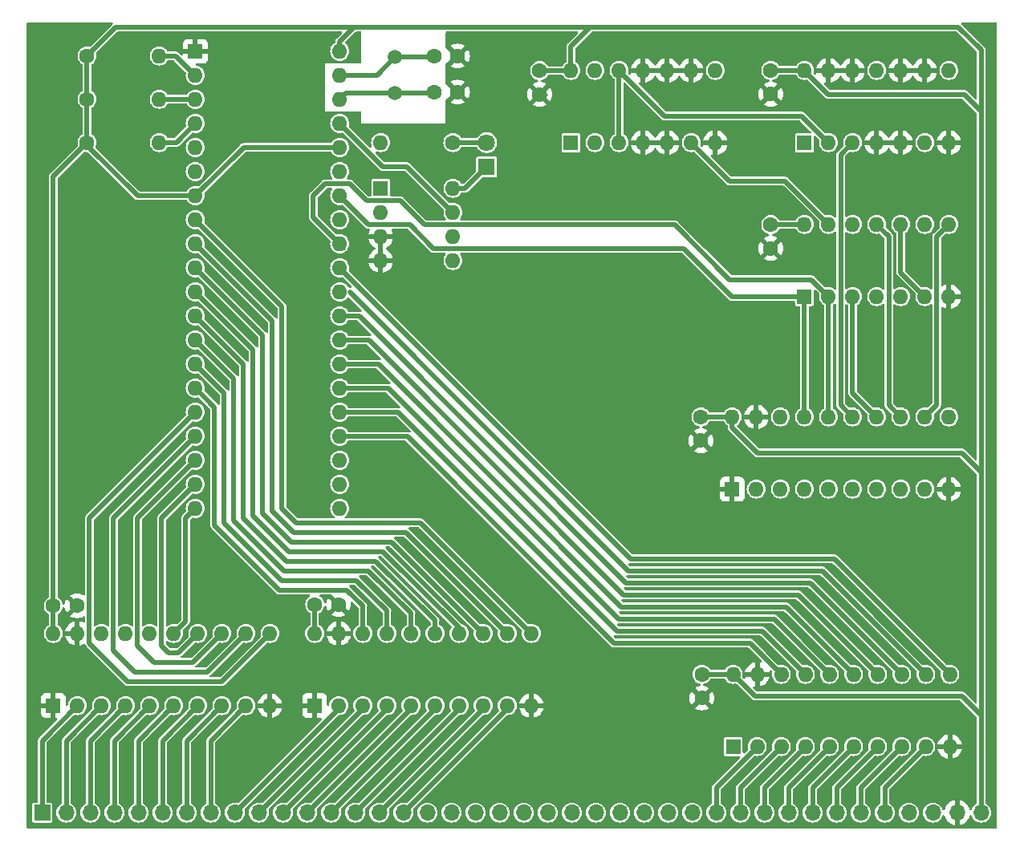
<source format=gtl>
%TF.GenerationSoftware,KiCad,Pcbnew,7.0.1*%
%TF.CreationDate,2024-02-11T07:34:48+00:00*%
%TF.ProjectId,Sys09,53797330-392e-46b6-9963-61645f706362,rev?*%
%TF.SameCoordinates,Original*%
%TF.FileFunction,Copper,L1,Top*%
%TF.FilePolarity,Positive*%
%FSLAX46Y46*%
G04 Gerber Fmt 4.6, Leading zero omitted, Abs format (unit mm)*
G04 Created by KiCad (PCBNEW 7.0.1) date 2024-02-11 07:34:48*
%MOMM*%
%LPD*%
G01*
G04 APERTURE LIST*
%TA.AperFunction,ComponentPad*%
%ADD10R,1.600000X1.600000*%
%TD*%
%TA.AperFunction,ComponentPad*%
%ADD11O,1.600000X1.600000*%
%TD*%
%TA.AperFunction,ComponentPad*%
%ADD12C,1.600000*%
%TD*%
%TA.AperFunction,ComponentPad*%
%ADD13C,1.500000*%
%TD*%
%TA.AperFunction,ComponentPad*%
%ADD14R,1.700000X1.700000*%
%TD*%
%TA.AperFunction,ComponentPad*%
%ADD15O,1.700000X1.700000*%
%TD*%
%TA.AperFunction,ComponentPad*%
%ADD16R,1.800000X1.800000*%
%TD*%
%TA.AperFunction,ComponentPad*%
%ADD17C,1.800000*%
%TD*%
%TA.AperFunction,Conductor*%
%ADD18C,0.250000*%
%TD*%
%TA.AperFunction,Conductor*%
%ADD19C,0.508000*%
%TD*%
G04 APERTURE END LIST*
D10*
%TO.P,U3,1*%
%TO.N,/CPU/IE*%
X131318000Y-94488000D03*
D11*
%TO.P,U3,2*%
%TO.N,/CPU/IRW*%
X133858000Y-94488000D03*
%TO.P,U3,3*%
%TO.N,/CPU/~{IRMEM}*%
X136398000Y-94488000D03*
%TO.P,U3,4*%
%TO.N,/CPU/IE*%
X138938000Y-94488000D03*
%TO.P,U3,5*%
X141478000Y-94488000D03*
%TO.P,U3,6*%
%TO.N,Net-(U3-Pad10)*%
X144018000Y-94488000D03*
%TO.P,U3,7,GND*%
%TO.N,GND*%
X146558000Y-94488000D03*
%TO.P,U3,8*%
%TO.N,/CPU/~{IWMEM}*%
X146558000Y-86868000D03*
%TO.P,U3,9*%
%TO.N,/CPU/IE*%
X144018000Y-86868000D03*
%TO.P,U3,10*%
%TO.N,Net-(U3-Pad10)*%
X141478000Y-86868000D03*
%TO.P,U3,11*%
%TO.N,/CPU/~{IROMEN}*%
X138938000Y-86868000D03*
%TO.P,U3,12*%
%TO.N,/CPU/AD15*%
X136398000Y-86868000D03*
%TO.P,U3,13*%
%TO.N,Net-(U3-Pad13)*%
X133858000Y-86868000D03*
%TO.P,U3,14,VCC*%
%TO.N,+5V*%
X131318000Y-86868000D03*
%TD*%
D12*
%TO.P,C6,1*%
%TO.N,+5V*%
X127762000Y-86898000D03*
%TO.P,C6,2*%
%TO.N,GND*%
X127762000Y-89398000D03*
%TD*%
%TO.P,C1,1*%
%TO.N,GND*%
X94722000Y-69088000D03*
%TO.P,C1,2*%
%TO.N,Net-(U1-XTAL)*%
X92222000Y-69088000D03*
%TD*%
D10*
%TO.P,U7,1,A->B*%
%TO.N,GND*%
X79648000Y-137668000D03*
D11*
%TO.P,U7,2,A0*%
%TO.N,/CPU/A7*%
X82188000Y-137668000D03*
%TO.P,U7,3,A1*%
%TO.N,/CPU/A6*%
X84728000Y-137668000D03*
%TO.P,U7,4,A2*%
%TO.N,/CPU/A5*%
X87268000Y-137668000D03*
%TO.P,U7,5,A3*%
%TO.N,/CPU/A4*%
X89808000Y-137668000D03*
%TO.P,U7,6,A4*%
%TO.N,/CPU/A3*%
X92348000Y-137668000D03*
%TO.P,U7,7,A5*%
%TO.N,/CPU/A2*%
X94888000Y-137668000D03*
%TO.P,U7,8,A6*%
%TO.N,/CPU/A1*%
X97428000Y-137668000D03*
%TO.P,U7,9,A7*%
%TO.N,/CPU/A0*%
X99968000Y-137668000D03*
%TO.P,U7,10,GND*%
%TO.N,GND*%
X102508000Y-137668000D03*
%TO.P,U7,11,B7*%
%TO.N,/CPU/AD0*%
X102508000Y-130048000D03*
%TO.P,U7,12,B6*%
%TO.N,/CPU/AD1*%
X99968000Y-130048000D03*
%TO.P,U7,13,B5*%
%TO.N,/CPU/AD2*%
X97428000Y-130048000D03*
%TO.P,U7,14,B4*%
%TO.N,/CPU/AD3*%
X94888000Y-130048000D03*
%TO.P,U7,15,B3*%
%TO.N,/CPU/AD4*%
X92348000Y-130048000D03*
%TO.P,U7,16,B2*%
%TO.N,/CPU/AD5*%
X89808000Y-130048000D03*
%TO.P,U7,17,B1*%
%TO.N,/CPU/AD6*%
X87268000Y-130048000D03*
%TO.P,U7,18,B0*%
%TO.N,/CPU/AD7*%
X84728000Y-130048000D03*
%TO.P,U7,19,CE*%
%TO.N,GND*%
X82188000Y-130048000D03*
%TO.P,U7,20,VCC*%
%TO.N,+5V*%
X79648000Y-130048000D03*
%TD*%
D12*
%TO.P,R1,1*%
%TO.N,Net-(D1-A)*%
X94224000Y-78242000D03*
D11*
%TO.P,R1,2*%
%TO.N,+5V*%
X86604000Y-78242000D03*
%TD*%
D10*
%TO.P,U2,1,-MR*%
%TO.N,+5V*%
X86614000Y-83068000D03*
D11*
%TO.P,U2,2,VCC*%
X86614000Y-85608000D03*
%TO.P,U2,3,GND*%
%TO.N,GND*%
X86614000Y-88148000D03*
%TO.P,U2,4,PFI*%
X86614000Y-90688000D03*
%TO.P,U2,5,-PFO*%
%TO.N,unconnected-(U2--PFO-Pad5)*%
X94234000Y-90688000D03*
%TO.P,U2,6,NC*%
%TO.N,unconnected-(U2-NC-Pad6)*%
X94234000Y-88148000D03*
%TO.P,U2,7,-RESET*%
%TO.N,/CPU/~{IRST}*%
X94234000Y-85608000D03*
%TO.P,U2,8,RESET*%
%TO.N,/CPU/IRST*%
X94234000Y-83068000D03*
%TD*%
D13*
%TO.P,Y1,1,1*%
%TO.N,Net-(U1-XTAL)*%
X88138000Y-69220000D03*
%TO.P,Y1,2,2*%
%TO.N,Net-(U1-EXTAL)*%
X88138000Y-73020000D03*
%TD*%
D14*
%TO.P,J1,1,Pin_1*%
%TO.N,/CPU/A15*%
X50903000Y-148968000D03*
D15*
%TO.P,J1,2,Pin_2*%
%TO.N,/CPU/A14*%
X53443000Y-148968000D03*
%TO.P,J1,3,Pin_3*%
%TO.N,/CPU/A13*%
X55983000Y-148968000D03*
%TO.P,J1,4,Pin_4*%
%TO.N,/CPU/A12*%
X58523000Y-148968000D03*
%TO.P,J1,5,Pin_5*%
%TO.N,/CPU/A11*%
X61063000Y-148968000D03*
%TO.P,J1,6,Pin_6*%
%TO.N,/CPU/A10*%
X63603000Y-148968000D03*
%TO.P,J1,7,Pin_7*%
%TO.N,/CPU/A9*%
X66143000Y-148968000D03*
%TO.P,J1,8,Pin_8*%
%TO.N,/CPU/A8*%
X68683000Y-148968000D03*
%TO.P,J1,9,Pin_9*%
%TO.N,/CPU/A7*%
X71223000Y-148968000D03*
%TO.P,J1,10,Pin_10*%
%TO.N,/CPU/A6*%
X73763000Y-148968000D03*
%TO.P,J1,11,Pin_11*%
%TO.N,/CPU/A5*%
X76303000Y-148968000D03*
%TO.P,J1,12,Pin_12*%
%TO.N,/CPU/A4*%
X78843000Y-148968000D03*
%TO.P,J1,13,Pin_13*%
%TO.N,/CPU/A3*%
X81383000Y-148968000D03*
%TO.P,J1,14,Pin_14*%
%TO.N,/CPU/A2*%
X83923000Y-148968000D03*
%TO.P,J1,15,Pin_15*%
%TO.N,/CPU/A1*%
X86463000Y-148968000D03*
%TO.P,J1,16,Pin_16*%
%TO.N,/CPU/A0*%
X89003000Y-148968000D03*
%TO.P,J1,17,Pin_17*%
%TO.N,unconnected-(J1-Pin_17-Pad17)*%
X91543000Y-148968000D03*
%TO.P,J1,18,Pin_18*%
%TO.N,unconnected-(J1-Pin_18-Pad18)*%
X94083000Y-148968000D03*
%TO.P,J1,19,Pin_19*%
%TO.N,/CPU/~{IRQ}*%
X96623000Y-148968000D03*
%TO.P,J1,20,Pin_20*%
%TO.N,/CPU/~{RST}*%
X99163000Y-148968000D03*
%TO.P,J1,21,Pin_21*%
%TO.N,/CPU/E*%
X101703000Y-148968000D03*
%TO.P,J1,22,Pin_22*%
%TO.N,/CPU/RW*%
X104243000Y-148968000D03*
%TO.P,J1,23,Pin_23*%
%TO.N,/CPU/~{IOEN}*%
X106783000Y-148968000D03*
%TO.P,J1,24,Pin_24*%
%TO.N,/CPU/~{RMEM}*%
X109323000Y-148968000D03*
%TO.P,J1,25,Pin_25*%
%TO.N,/CPU/~{ROMEN}*%
X111863000Y-148968000D03*
%TO.P,J1,26,Pin_26*%
%TO.N,/CPU/~{WMEM}*%
X114403000Y-148968000D03*
%TO.P,J1,27,Pin_27*%
%TO.N,unconnected-(J1-Pin_27-Pad27)*%
X116943000Y-148968000D03*
%TO.P,J1,28,Pin_28*%
%TO.N,unconnected-(J1-Pin_28-Pad28)*%
X119483000Y-148968000D03*
%TO.P,J1,29,Pin_29*%
%TO.N,/CPU/D7*%
X122023000Y-148968000D03*
%TO.P,J1,30,Pin_30*%
%TO.N,/CPU/D6*%
X124563000Y-148968000D03*
%TO.P,J1,31,Pin_31*%
%TO.N,/CPU/D5*%
X127103000Y-148968000D03*
%TO.P,J1,32,Pin_32*%
%TO.N,/CPU/D4*%
X129643000Y-148968000D03*
%TO.P,J1,33,Pin_33*%
%TO.N,/CPU/D3*%
X132183000Y-148968000D03*
%TO.P,J1,34,Pin_34*%
%TO.N,/CPU/D2*%
X134723000Y-148968000D03*
%TO.P,J1,35,Pin_35*%
%TO.N,/CPU/D1*%
X137263000Y-148968000D03*
%TO.P,J1,36,Pin_36*%
%TO.N,/CPU/D0*%
X139803000Y-148968000D03*
%TO.P,J1,37,Pin_37*%
%TO.N,unconnected-(J1-Pin_37-Pad37)*%
X142343000Y-148968000D03*
%TO.P,J1,38,Pin_38*%
%TO.N,unconnected-(J1-Pin_38-Pad38)*%
X144883000Y-148968000D03*
%TO.P,J1,39,Pin_39*%
%TO.N,GND*%
X147423000Y-148968000D03*
%TO.P,J1,40,Pin_40*%
%TO.N,+5V*%
X149963000Y-148968000D03*
%TD*%
D12*
%TO.P,R4,1*%
%TO.N,+5V*%
X55626000Y-78232000D03*
D11*
%TO.P,R4,2*%
%TO.N,Net-(U1-~{FIRQ})*%
X63246000Y-78232000D03*
%TD*%
D12*
%TO.P,C5,1*%
%TO.N,+5V*%
X103378000Y-70642000D03*
%TO.P,C5,2*%
%TO.N,GND*%
X103378000Y-73142000D03*
%TD*%
D16*
%TO.P,D1,1,K*%
%TO.N,/CPU/IRST*%
X97790000Y-80787000D03*
D17*
%TO.P,D1,2,A*%
%TO.N,Net-(D1-A)*%
X97790000Y-78247000D03*
%TD*%
D12*
%TO.P,C8,1*%
%TO.N,+5V*%
X120504000Y-134366000D03*
%TO.P,C8,2*%
%TO.N,GND*%
X120504000Y-136866000D03*
%TD*%
D10*
%TO.P,U1,1,VSS*%
%TO.N,GND*%
X67051000Y-68595000D03*
D11*
%TO.P,U1,2,~{NMI}*%
%TO.N,Net-(U1-~{NMI})*%
X67051000Y-71135000D03*
%TO.P,U1,3,~{IRQ}*%
%TO.N,/CPU/~{IRQ}*%
X67051000Y-73675000D03*
%TO.P,U1,4,~{FIRQ}*%
%TO.N,Net-(U1-~{FIRQ})*%
X67051000Y-76215000D03*
%TO.P,U1,5,BS*%
%TO.N,unconnected-(U1-BS-Pad5)*%
X67051000Y-78755000D03*
%TO.P,U1,6,BA*%
%TO.N,unconnected-(U1-BA-Pad6)*%
X67051000Y-81295000D03*
%TO.P,U1,7,VCC*%
%TO.N,+5V*%
X67051000Y-83835000D03*
%TO.P,U1,8,A0*%
%TO.N,/CPU/AD0*%
X67051000Y-86375000D03*
%TO.P,U1,9,A1*%
%TO.N,/CPU/AD1*%
X67051000Y-88915000D03*
%TO.P,U1,10,A2*%
%TO.N,/CPU/AD2*%
X67051000Y-91455000D03*
%TO.P,U1,11,A3*%
%TO.N,/CPU/AD3*%
X67051000Y-93995000D03*
%TO.P,U1,12,A4*%
%TO.N,/CPU/AD4*%
X67051000Y-96535000D03*
%TO.P,U1,13,A5*%
%TO.N,/CPU/AD5*%
X67051000Y-99075000D03*
%TO.P,U1,14,A6*%
%TO.N,/CPU/AD6*%
X67051000Y-101615000D03*
%TO.P,U1,15,A7*%
%TO.N,/CPU/AD7*%
X67051000Y-104155000D03*
%TO.P,U1,16,A8*%
%TO.N,/CPU/AD8*%
X67051000Y-106695000D03*
%TO.P,U1,17,A9*%
%TO.N,/CPU/AD9*%
X67051000Y-109235000D03*
%TO.P,U1,18,A10*%
%TO.N,/CPU/AD10*%
X67051000Y-111775000D03*
%TO.P,U1,19,A11*%
%TO.N,/CPU/AD11*%
X67051000Y-114315000D03*
%TO.P,U1,20,A12*%
%TO.N,/CPU/AD12*%
X67051000Y-116855000D03*
%TO.P,U1,21,A13*%
%TO.N,/CPU/AD13*%
X82291000Y-116855000D03*
%TO.P,U1,22,A14*%
%TO.N,/CPU/AD14*%
X82291000Y-114315000D03*
%TO.P,U1,23,A15*%
%TO.N,/CPU/AD15*%
X82291000Y-111775000D03*
%TO.P,U1,24,D7*%
%TO.N,/CPU/DA7*%
X82291000Y-109235000D03*
%TO.P,U1,25,D6*%
%TO.N,/CPU/DA6*%
X82291000Y-106695000D03*
%TO.P,U1,26,D5*%
%TO.N,/CPU/DA5*%
X82291000Y-104155000D03*
%TO.P,U1,27,D4*%
%TO.N,/CPU/DA4*%
X82291000Y-101615000D03*
%TO.P,U1,28,D3*%
%TO.N,/CPU/DA3*%
X82291000Y-99075000D03*
%TO.P,U1,29,D2*%
%TO.N,/CPU/DA2*%
X82291000Y-96535000D03*
%TO.P,U1,30,D1*%
%TO.N,/CPU/DA1*%
X82291000Y-93995000D03*
%TO.P,U1,31,D0*%
%TO.N,/CPU/DA0*%
X82291000Y-91455000D03*
%TO.P,U1,32,R/~{W}*%
%TO.N,/CPU/IRW*%
X82291000Y-88915000D03*
%TO.P,U1,33,~{DMA/BREQ}*%
%TO.N,+5V*%
X82291000Y-86375000D03*
%TO.P,U1,34,E*%
%TO.N,/CPU/IE*%
X82291000Y-83835000D03*
%TO.P,U1,35,Q*%
%TO.N,unconnected-(U1-Q-Pad35)*%
X82291000Y-81295000D03*
%TO.P,U1,36,MRDY*%
%TO.N,+5V*%
X82291000Y-78755000D03*
%TO.P,U1,37,~{RESET}*%
%TO.N,/CPU/~{IRST}*%
X82291000Y-76215000D03*
%TO.P,U1,38,EXTAL*%
%TO.N,Net-(U1-EXTAL)*%
X82291000Y-73675000D03*
%TO.P,U1,39,XTAL*%
%TO.N,Net-(U1-XTAL)*%
X82291000Y-71135000D03*
%TO.P,U1,40,~{HALT}*%
%TO.N,+5V*%
X82291000Y-68595000D03*
%TD*%
D12*
%TO.P,C9,1*%
%TO.N,+5V*%
X52070000Y-127124000D03*
%TO.P,C9,2*%
%TO.N,GND*%
X54570000Y-127124000D03*
%TD*%
D10*
%TO.P,U8,1,A->B*%
%TO.N,GND*%
X52070000Y-137668000D03*
D11*
%TO.P,U8,2,A0*%
%TO.N,/CPU/A15*%
X54610000Y-137668000D03*
%TO.P,U8,3,A1*%
%TO.N,/CPU/A14*%
X57150000Y-137668000D03*
%TO.P,U8,4,A2*%
%TO.N,/CPU/A13*%
X59690000Y-137668000D03*
%TO.P,U8,5,A3*%
%TO.N,/CPU/A12*%
X62230000Y-137668000D03*
%TO.P,U8,6,A4*%
%TO.N,/CPU/A11*%
X64770000Y-137668000D03*
%TO.P,U8,7,A5*%
%TO.N,/CPU/A10*%
X67310000Y-137668000D03*
%TO.P,U8,8,A6*%
%TO.N,/CPU/A9*%
X69850000Y-137668000D03*
%TO.P,U8,9,A7*%
%TO.N,/CPU/A8*%
X72390000Y-137668000D03*
%TO.P,U8,10,GND*%
%TO.N,GND*%
X74930000Y-137668000D03*
%TO.P,U8,11,B7*%
%TO.N,/CPU/AD8*%
X74930000Y-130048000D03*
%TO.P,U8,12,B6*%
%TO.N,/CPU/AD9*%
X72390000Y-130048000D03*
%TO.P,U8,13,B5*%
%TO.N,/CPU/AD10*%
X69850000Y-130048000D03*
%TO.P,U8,14,B4*%
%TO.N,/CPU/AD11*%
X67310000Y-130048000D03*
%TO.P,U8,15,B3*%
%TO.N,/CPU/AD12*%
X64770000Y-130048000D03*
%TO.P,U8,16,B2*%
%TO.N,/CPU/AD13*%
X62230000Y-130048000D03*
%TO.P,U8,17,B1*%
%TO.N,/CPU/AD14*%
X59690000Y-130048000D03*
%TO.P,U8,18,B0*%
%TO.N,/CPU/AD15*%
X57150000Y-130048000D03*
%TO.P,U8,19,CE*%
%TO.N,GND*%
X54610000Y-130048000D03*
%TO.P,U8,20,VCC*%
%TO.N,+5V*%
X52070000Y-130048000D03*
%TD*%
D10*
%TO.P,U5,1*%
%TO.N,/CPU/AD15*%
X131318000Y-78242000D03*
D11*
%TO.P,U5,2*%
%TO.N,Net-(U4-Pad12)*%
X133858000Y-78242000D03*
%TO.P,U5,3*%
%TO.N,/CPU/~{IIOEN}*%
X136398000Y-78242000D03*
%TO.P,U5,4*%
%TO.N,GND*%
X138938000Y-78242000D03*
%TO.P,U5,5*%
X141478000Y-78242000D03*
%TO.P,U5,6*%
%TO.N,unconnected-(U5-Pad6)*%
X144018000Y-78242000D03*
%TO.P,U5,7,GND*%
%TO.N,GND*%
X146558000Y-78242000D03*
%TO.P,U5,8*%
%TO.N,unconnected-(U5-Pad8)*%
X146558000Y-70622000D03*
%TO.P,U5,9*%
%TO.N,GND*%
X144018000Y-70622000D03*
%TO.P,U5,10*%
X141478000Y-70622000D03*
%TO.P,U5,11*%
%TO.N,unconnected-(U5-Pad11)*%
X138938000Y-70622000D03*
%TO.P,U5,12*%
%TO.N,GND*%
X136398000Y-70622000D03*
%TO.P,U5,13*%
X133858000Y-70622000D03*
%TO.P,U5,14,VCC*%
%TO.N,+5V*%
X131318000Y-70622000D03*
%TD*%
D12*
%TO.P,C2,1*%
%TO.N,GND*%
X94722000Y-72898000D03*
%TO.P,C2,2*%
%TO.N,Net-(U1-EXTAL)*%
X92222000Y-72898000D03*
%TD*%
D10*
%TO.P,U4,1*%
%TO.N,/CPU/AD14*%
X106680000Y-78242000D03*
D11*
%TO.P,U4,2*%
%TO.N,/CPU/AD13*%
X109220000Y-78242000D03*
%TO.P,U4,3*%
%TO.N,Net-(U4-Pad12)*%
X111760000Y-78242000D03*
%TO.P,U4,4*%
%TO.N,GND*%
X114300000Y-78242000D03*
%TO.P,U4,5*%
X116840000Y-78242000D03*
%TO.P,U4,6*%
%TO.N,Net-(U3-Pad13)*%
X119380000Y-78242000D03*
%TO.P,U4,7,GND*%
%TO.N,GND*%
X121920000Y-78242000D03*
%TO.P,U4,8*%
%TO.N,unconnected-(U4-Pad8)*%
X121920000Y-70622000D03*
%TO.P,U4,9*%
%TO.N,GND*%
X119380000Y-70622000D03*
%TO.P,U4,10*%
X116840000Y-70622000D03*
%TO.P,U4,11*%
X114300000Y-70622000D03*
%TO.P,U4,12*%
%TO.N,Net-(U4-Pad12)*%
X111760000Y-70622000D03*
%TO.P,U4,13*%
%TO.N,/CPU/AD12*%
X109220000Y-70622000D03*
%TO.P,U4,14,VCC*%
%TO.N,+5V*%
X106680000Y-70622000D03*
%TD*%
D12*
%TO.P,R2,1*%
%TO.N,+5V*%
X55626000Y-69088000D03*
D11*
%TO.P,R2,2*%
%TO.N,Net-(U1-~{NMI})*%
X63246000Y-69088000D03*
%TD*%
D10*
%TO.P,U6,1,A->B*%
%TO.N,/CPU/IRW*%
X123801000Y-141986000D03*
D11*
%TO.P,U6,2,A0*%
%TO.N,/CPU/D7*%
X126341000Y-141986000D03*
%TO.P,U6,3,A1*%
%TO.N,/CPU/D6*%
X128881000Y-141986000D03*
%TO.P,U6,4,A2*%
%TO.N,/CPU/D5*%
X131421000Y-141986000D03*
%TO.P,U6,5,A3*%
%TO.N,/CPU/D4*%
X133961000Y-141986000D03*
%TO.P,U6,6,A4*%
%TO.N,/CPU/D3*%
X136501000Y-141986000D03*
%TO.P,U6,7,A5*%
%TO.N,/CPU/D2*%
X139041000Y-141986000D03*
%TO.P,U6,8,A6*%
%TO.N,/CPU/D1*%
X141581000Y-141986000D03*
%TO.P,U6,9,A7*%
%TO.N,/CPU/D0*%
X144121000Y-141986000D03*
%TO.P,U6,10,GND*%
%TO.N,GND*%
X146661000Y-141986000D03*
%TO.P,U6,11,B7*%
%TO.N,/CPU/DA0*%
X146661000Y-134366000D03*
%TO.P,U6,12,B6*%
%TO.N,/CPU/DA1*%
X144121000Y-134366000D03*
%TO.P,U6,13,B5*%
%TO.N,/CPU/DA2*%
X141581000Y-134366000D03*
%TO.P,U6,14,B4*%
%TO.N,/CPU/DA3*%
X139041000Y-134366000D03*
%TO.P,U6,15,B3*%
%TO.N,/CPU/DA4*%
X136501000Y-134366000D03*
%TO.P,U6,16,B2*%
%TO.N,/CPU/DA5*%
X133961000Y-134366000D03*
%TO.P,U6,17,B1*%
%TO.N,/CPU/DA6*%
X131421000Y-134366000D03*
%TO.P,U6,18,B0*%
%TO.N,/CPU/DA7*%
X128881000Y-134366000D03*
%TO.P,U6,19,CE*%
%TO.N,GND*%
X126341000Y-134366000D03*
%TO.P,U6,20,VCC*%
%TO.N,+5V*%
X123801000Y-134366000D03*
%TD*%
D10*
%TO.P,U9,1,A->B*%
%TO.N,GND*%
X123698000Y-114818000D03*
D11*
%TO.P,U9,2,A0*%
%TO.N,/CPU/~{RST}*%
X126238000Y-114818000D03*
%TO.P,U9,3,A1*%
%TO.N,/CPU/E*%
X128778000Y-114818000D03*
%TO.P,U9,4,A2*%
%TO.N,/CPU/RW*%
X131318000Y-114818000D03*
%TO.P,U9,5,A3*%
%TO.N,/CPU/~{IOEN}*%
X133858000Y-114818000D03*
%TO.P,U9,6,A4*%
%TO.N,/CPU/~{RMEM}*%
X136398000Y-114818000D03*
%TO.P,U9,7,A5*%
%TO.N,/CPU/~{ROMEN}*%
X138938000Y-114818000D03*
%TO.P,U9,8,A6*%
%TO.N,/CPU/~{WMEM}*%
X141478000Y-114818000D03*
%TO.P,U9,9,A7*%
%TO.N,unconnected-(U9-A7-Pad9)*%
X144018000Y-114818000D03*
%TO.P,U9,10,GND*%
%TO.N,GND*%
X146558000Y-114818000D03*
%TO.P,U9,11,B7*%
%TO.N,unconnected-(U9-B7-Pad11)*%
X146558000Y-107198000D03*
%TO.P,U9,12,B6*%
%TO.N,/CPU/~{IWMEM}*%
X144018000Y-107198000D03*
%TO.P,U9,13,B5*%
%TO.N,/CPU/~{IROMEN}*%
X141478000Y-107198000D03*
%TO.P,U9,14,B4*%
%TO.N,/CPU/~{IRMEM}*%
X138938000Y-107198000D03*
%TO.P,U9,15,B3*%
%TO.N,/CPU/~{IIOEN}*%
X136398000Y-107198000D03*
%TO.P,U9,16,B2*%
%TO.N,/CPU/IRW*%
X133858000Y-107198000D03*
%TO.P,U9,17,B1*%
%TO.N,/CPU/IE*%
X131318000Y-107198000D03*
%TO.P,U9,18,B0*%
%TO.N,/CPU/~{IRST}*%
X128778000Y-107198000D03*
%TO.P,U9,19,CE*%
%TO.N,GND*%
X126238000Y-107198000D03*
%TO.P,U9,20,VCC*%
%TO.N,+5V*%
X123698000Y-107198000D03*
%TD*%
D12*
%TO.P,R3,1*%
%TO.N,+5V*%
X55626000Y-73660000D03*
D11*
%TO.P,R3,2*%
%TO.N,/CPU/~{IRQ}*%
X63246000Y-73660000D03*
%TD*%
D12*
%TO.P,C7,1*%
%TO.N,+5V*%
X79668000Y-127000000D03*
%TO.P,C7,2*%
%TO.N,GND*%
X82168000Y-127000000D03*
%TD*%
%TO.P,C3,1*%
%TO.N,+5V*%
X127762000Y-70622000D03*
%TO.P,C3,2*%
%TO.N,GND*%
X127762000Y-73122000D03*
%TD*%
%TO.P,C4,1*%
%TO.N,+5V*%
X120396000Y-107198000D03*
%TO.P,C4,2*%
%TO.N,GND*%
X120396000Y-109698000D03*
%TD*%
D18*
%TO.N,GND*%
X104120000Y-73182000D02*
X103627000Y-73182000D01*
X120396000Y-109504000D02*
X120884000Y-109504000D01*
D19*
%TO.N,Net-(U1-XTAL)*%
X86223000Y-71135000D02*
X88138000Y-69220000D01*
X92090000Y-69220000D02*
X92222000Y-69088000D01*
X88138000Y-69220000D02*
X92090000Y-69220000D01*
D18*
X88270000Y-69088000D02*
X88138000Y-69220000D01*
D19*
X82291000Y-71135000D02*
X86223000Y-71135000D01*
D18*
%TO.N,Net-(U1-EXTAL)*%
X88260000Y-72898000D02*
X88138000Y-73020000D01*
X82428000Y-73538000D02*
X82291000Y-73675000D01*
D19*
X92100000Y-73020000D02*
X92222000Y-72898000D01*
X88138000Y-73020000D02*
X82946000Y-73020000D01*
X88138000Y-73020000D02*
X92100000Y-73020000D01*
X88001000Y-73157000D02*
X88138000Y-73020000D01*
X82946000Y-73020000D02*
X82291000Y-73675000D01*
%TO.N,+5V*%
X120396000Y-107198000D02*
X123698000Y-107198000D01*
X149963000Y-68429000D02*
X147574000Y-66040000D01*
X149963000Y-148968000D02*
X149963000Y-138684000D01*
X55626000Y-78486000D02*
X60975000Y-83835000D01*
X120504000Y-134366000D02*
X123801000Y-134366000D01*
X106680000Y-68072000D02*
X108712000Y-66040000D01*
X55626000Y-73660000D02*
X55626000Y-78232000D01*
X123801000Y-134366000D02*
X126087000Y-136652000D01*
X149963000Y-92456000D02*
X149963000Y-74930000D01*
X148185000Y-73152000D02*
X149963000Y-74930000D01*
X52070000Y-127124000D02*
X52070000Y-81788000D01*
X79648000Y-127020000D02*
X79668000Y-127000000D01*
X106680000Y-70622000D02*
X106680000Y-68072000D01*
X82291000Y-68595000D02*
X82291000Y-67569000D01*
X149963000Y-138684000D02*
X149963000Y-113030000D01*
X55626000Y-69088000D02*
X55626000Y-73660000D01*
X83820000Y-66040000D02*
X58674000Y-66040000D01*
X72146000Y-78740000D02*
X82276000Y-78740000D01*
X103378000Y-70642000D02*
X106660000Y-70642000D01*
X147931000Y-136652000D02*
X149963000Y-138684000D01*
X52070000Y-81788000D02*
X55626000Y-78232000D01*
X58674000Y-66040000D02*
X55626000Y-69088000D01*
X60975000Y-83835000D02*
X67051000Y-83835000D01*
X52070000Y-127124000D02*
X52070000Y-130048000D01*
X147931000Y-110998000D02*
X149963000Y-113030000D01*
X82276000Y-78740000D02*
X82291000Y-78755000D01*
X123698000Y-107198000D02*
X123698000Y-108329370D01*
X67051000Y-83835000D02*
X72146000Y-78740000D01*
X149963000Y-113030000D02*
X149963000Y-92456000D01*
D18*
X86614000Y-78252000D02*
X86604000Y-78242000D01*
D19*
X147574000Y-66040000D02*
X108712000Y-66040000D01*
X79648000Y-130048000D02*
X79648000Y-127020000D01*
X55626000Y-78232000D02*
X55626000Y-78486000D01*
X106660000Y-70642000D02*
X106680000Y-70622000D01*
X86604000Y-85598000D02*
X86614000Y-85608000D01*
X131288000Y-86898000D02*
X131318000Y-86868000D01*
X131318000Y-70622000D02*
X133848000Y-73152000D01*
X108712000Y-66040000D02*
X83820000Y-66040000D01*
X127762000Y-70622000D02*
X131318000Y-70622000D01*
X123698000Y-108329370D02*
X126366630Y-110998000D01*
X126366630Y-110998000D02*
X147931000Y-110998000D01*
X126087000Y-136652000D02*
X147931000Y-136652000D01*
X127762000Y-86898000D02*
X131288000Y-86898000D01*
X82291000Y-67569000D02*
X83820000Y-66040000D01*
X133848000Y-73152000D02*
X148185000Y-73152000D01*
X149963000Y-74930000D02*
X149963000Y-68429000D01*
D18*
%TO.N,Net-(D1-A)*%
X94229000Y-78237000D02*
X94224000Y-78242000D01*
D19*
X97785000Y-78242000D02*
X97790000Y-78247000D01*
X94224000Y-78242000D02*
X97785000Y-78242000D01*
%TO.N,/CPU/D0*%
X139803000Y-146304000D02*
X144121000Y-141986000D01*
X139803000Y-148968000D02*
X139803000Y-146304000D01*
%TO.N,/CPU/D1*%
X137263000Y-148968000D02*
X137263000Y-146304000D01*
X137263000Y-146304000D02*
X141581000Y-141986000D01*
%TO.N,/CPU/D2*%
X134723000Y-146304000D02*
X139041000Y-141986000D01*
X134723000Y-148968000D02*
X134723000Y-146304000D01*
%TO.N,/CPU/D3*%
X132183000Y-146304000D02*
X136501000Y-141986000D01*
X132183000Y-148968000D02*
X132183000Y-146304000D01*
%TO.N,/CPU/D4*%
X129643000Y-146304000D02*
X133961000Y-141986000D01*
X129643000Y-148968000D02*
X129643000Y-146304000D01*
%TO.N,/CPU/D5*%
X127103000Y-148968000D02*
X127103000Y-146304000D01*
X127103000Y-146304000D02*
X131421000Y-141986000D01*
%TO.N,/CPU/D6*%
X124563000Y-146304000D02*
X128881000Y-141986000D01*
X124563000Y-148968000D02*
X124563000Y-146304000D01*
%TO.N,/CPU/D7*%
X122023000Y-148968000D02*
X122023000Y-146304000D01*
X122023000Y-146304000D02*
X126341000Y-141986000D01*
%TO.N,/CPU/A0*%
X89003000Y-148968000D02*
X99968000Y-138003000D01*
X99968000Y-138003000D02*
X99968000Y-137668000D01*
%TO.N,/CPU/A1*%
X97428000Y-138003000D02*
X97428000Y-137668000D01*
X86463000Y-148968000D02*
X97428000Y-138003000D01*
%TO.N,/CPU/A2*%
X94888000Y-138003000D02*
X94888000Y-137668000D01*
X83923000Y-148968000D02*
X94888000Y-138003000D01*
%TO.N,/CPU/A3*%
X81383000Y-148968000D02*
X92348000Y-138003000D01*
X92348000Y-138003000D02*
X92348000Y-137668000D01*
%TO.N,/CPU/A4*%
X89808000Y-138003000D02*
X89808000Y-137668000D01*
X78843000Y-148968000D02*
X89808000Y-138003000D01*
%TO.N,/CPU/A5*%
X76303000Y-148968000D02*
X76461263Y-148968000D01*
X76303000Y-148968000D02*
X87268000Y-138003000D01*
X87268000Y-138003000D02*
X87268000Y-137668000D01*
%TO.N,/CPU/A6*%
X73763000Y-148968000D02*
X84728000Y-138003000D01*
X84728000Y-138003000D02*
X84728000Y-137668000D01*
%TO.N,/CPU/A7*%
X71223000Y-148968000D02*
X82188000Y-138003000D01*
X82188000Y-138003000D02*
X82188000Y-137668000D01*
%TO.N,/CPU/A8*%
X68683000Y-141375000D02*
X72390000Y-137668000D01*
X68683000Y-148968000D02*
X68683000Y-141375000D01*
%TO.N,/CPU/A9*%
X66143000Y-148968000D02*
X66143000Y-141375000D01*
X66143000Y-141375000D02*
X69850000Y-137668000D01*
%TO.N,/CPU/A10*%
X63603000Y-148968000D02*
X63603000Y-141375000D01*
X63603000Y-141375000D02*
X67310000Y-137668000D01*
%TO.N,/CPU/A11*%
X61063000Y-141375000D02*
X64770000Y-137668000D01*
X61063000Y-148968000D02*
X61063000Y-141375000D01*
%TO.N,/CPU/A12*%
X58523000Y-148968000D02*
X58523000Y-141375000D01*
X58523000Y-141375000D02*
X62230000Y-137668000D01*
%TO.N,/CPU/A13*%
X55983000Y-148968000D02*
X55983000Y-141375000D01*
X55983000Y-141375000D02*
X59690000Y-137668000D01*
%TO.N,/CPU/A14*%
X53443000Y-148968000D02*
X53443000Y-141375000D01*
X53443000Y-141375000D02*
X57150000Y-137668000D01*
%TO.N,/CPU/A15*%
X50903000Y-148968000D02*
X50903000Y-141375000D01*
X50903000Y-141375000D02*
X54610000Y-137668000D01*
%TO.N,/CPU/~{IRQ}*%
X63246000Y-73660000D02*
X67036000Y-73660000D01*
X67036000Y-73660000D02*
X67051000Y-73675000D01*
D18*
%TO.N,/CPU/~{RMEM}*%
X136398000Y-114818000D02*
X136202000Y-115014000D01*
D19*
X136388000Y-114818000D02*
X136398000Y-114818000D01*
%TO.N,/CPU/~{WMEM}*%
X114403000Y-148968000D02*
X114300000Y-148865000D01*
D18*
%TO.N,/CPU/~{RST}*%
X99168000Y-148968000D02*
X99163000Y-148968000D01*
D19*
%TO.N,Net-(U1-~{NMI})*%
X65004000Y-69088000D02*
X67051000Y-71135000D01*
X63246000Y-69088000D02*
X65004000Y-69088000D01*
%TO.N,Net-(U1-~{FIRQ})*%
X65034000Y-78232000D02*
X67051000Y-76215000D01*
X63246000Y-78232000D02*
X65034000Y-78232000D01*
%TO.N,Net-(U3-Pad10)*%
X141478000Y-91948000D02*
X144018000Y-94488000D01*
X141478000Y-86868000D02*
X141478000Y-91948000D01*
%TO.N,Net-(U3-Pad13)*%
X119380000Y-78242000D02*
X123434000Y-82296000D01*
X123434000Y-82296000D02*
X129286000Y-82296000D01*
X129286000Y-82296000D02*
X133858000Y-86868000D01*
%TO.N,Net-(U4-Pad12)*%
X111760000Y-70622000D02*
X116576000Y-75438000D01*
X111760000Y-78242000D02*
X111760000Y-70622000D01*
X116576000Y-75438000D02*
X131054000Y-75438000D01*
X131054000Y-75438000D02*
X133858000Y-78242000D01*
%TO.N,/CPU/AD0*%
X76200000Y-95524000D02*
X67051000Y-86375000D01*
X77724000Y-118364000D02*
X76200000Y-116840000D01*
X90824000Y-118364000D02*
X77724000Y-118364000D01*
X76200000Y-116840000D02*
X76200000Y-95524000D01*
X102508000Y-130048000D02*
X90824000Y-118364000D01*
%TO.N,/CPU/AD1*%
X67051000Y-88915000D02*
X75184000Y-97048000D01*
X89300000Y-119380000D02*
X99968000Y-130048000D01*
X75184000Y-117094000D02*
X77470000Y-119380000D01*
X77470000Y-119380000D02*
X89300000Y-119380000D01*
X75184000Y-97048000D02*
X75184000Y-117094000D01*
%TO.N,/CPU/AD2*%
X67051000Y-91455000D02*
X74168000Y-98572000D01*
X74168000Y-98572000D02*
X74168000Y-117348000D01*
X87776000Y-120396000D02*
X97428000Y-130048000D01*
X77216000Y-120396000D02*
X87776000Y-120396000D01*
X74168000Y-117348000D02*
X77216000Y-120396000D01*
%TO.N,/CPU/AD3*%
X76962000Y-121412000D02*
X86868000Y-121412000D01*
X73152000Y-100096000D02*
X73152000Y-117602000D01*
X86868000Y-121412000D02*
X94888000Y-129432000D01*
X94888000Y-129432000D02*
X94888000Y-129940000D01*
X73152000Y-117602000D02*
X76962000Y-121412000D01*
X67051000Y-93995000D02*
X73152000Y-100096000D01*
%TO.N,/CPU/AD4*%
X92348000Y-128670000D02*
X92348000Y-130048000D01*
X72136000Y-101620000D02*
X72136000Y-117856000D01*
X86106000Y-122428000D02*
X92348000Y-128670000D01*
X67051000Y-96535000D02*
X72136000Y-101620000D01*
X72136000Y-117856000D02*
X76708000Y-122428000D01*
X76708000Y-122428000D02*
X86106000Y-122428000D01*
%TO.N,/CPU/AD5*%
X71120000Y-103144000D02*
X71120000Y-118173500D01*
X85344000Y-123444000D02*
X89808000Y-127908000D01*
X71120000Y-118173500D02*
X76390500Y-123444000D01*
X67051000Y-99075000D02*
X71120000Y-103144000D01*
X76390500Y-123444000D02*
X85344000Y-123444000D01*
X89808000Y-127908000D02*
X89808000Y-129686000D01*
%TO.N,/CPU/AD6*%
X76200000Y-124460000D02*
X84074000Y-124460000D01*
X70104000Y-118364000D02*
X76200000Y-124460000D01*
X87268000Y-127654000D02*
X87268000Y-130048000D01*
X67051000Y-101615000D02*
X70104000Y-104668000D01*
X70104000Y-104668000D02*
X70104000Y-118364000D01*
X84074000Y-124460000D02*
X87268000Y-127654000D01*
%TO.N,/CPU/AD7*%
X75946000Y-125476000D02*
X83058000Y-125476000D01*
X69088000Y-118618000D02*
X75946000Y-125476000D01*
X83058000Y-125476000D02*
X84728000Y-127146000D01*
X69088000Y-106172000D02*
X69088000Y-118618000D01*
X67071000Y-104155000D02*
X69088000Y-106172000D01*
X84728000Y-127146000D02*
X84728000Y-130048000D01*
%TO.N,/CPU/AD8*%
X55880000Y-117866000D02*
X67051000Y-106695000D01*
X59944000Y-135128000D02*
X55880000Y-131064000D01*
X74930000Y-130048000D02*
X69850000Y-135128000D01*
X55880000Y-131064000D02*
X55880000Y-117866000D01*
X69850000Y-135128000D02*
X59944000Y-135128000D01*
%TO.N,/CPU/AD9*%
X68326000Y-134112000D02*
X60706000Y-134112000D01*
X72390000Y-130048000D02*
X68326000Y-134112000D01*
X58420000Y-131826000D02*
X58420000Y-117866000D01*
X58420000Y-117866000D02*
X67051000Y-109235000D01*
X60706000Y-134112000D02*
X58420000Y-131826000D01*
%TO.N,/CPU/AD10*%
X60960000Y-117866000D02*
X67051000Y-111775000D01*
X60960000Y-131318000D02*
X60960000Y-117866000D01*
X66802000Y-133096000D02*
X62738000Y-133096000D01*
X62738000Y-133096000D02*
X60960000Y-131318000D01*
X69850000Y-130048000D02*
X66802000Y-133096000D01*
%TO.N,/CPU/AD11*%
X63500000Y-117866000D02*
X67051000Y-114315000D01*
X64262000Y-132080000D02*
X63500000Y-131318000D01*
X65278000Y-132080000D02*
X64262000Y-132080000D01*
X67310000Y-130048000D02*
X65278000Y-132080000D01*
X63500000Y-131318000D02*
X63500000Y-117866000D01*
%TO.N,/CPU/AD12*%
X66040000Y-117866000D02*
X67051000Y-116855000D01*
X66040000Y-128778000D02*
X66040000Y-117866000D01*
X64770000Y-130048000D02*
X66040000Y-128778000D01*
D18*
X67056000Y-116860000D02*
X67051000Y-116855000D01*
D19*
%TO.N,/CPU/DA7*%
X89423000Y-109235000D02*
X111252000Y-131064000D01*
X125579000Y-131064000D02*
X128881000Y-134366000D01*
X111252000Y-131064000D02*
X125579000Y-131064000D01*
X82291000Y-109235000D02*
X89423000Y-109235000D01*
%TO.N,/CPU/DA6*%
X126849000Y-129794000D02*
X131421000Y-134366000D01*
X82291000Y-106695000D02*
X88470500Y-106695000D01*
X111569500Y-129794000D02*
X126849000Y-129794000D01*
X88470500Y-106695000D02*
X111569500Y-129794000D01*
%TO.N,/CPU/DA5*%
X111760000Y-128524000D02*
X87391000Y-104155000D01*
X87391000Y-104155000D02*
X82291000Y-104155000D01*
X133961000Y-134366000D02*
X128119000Y-128524000D01*
X128119000Y-128524000D02*
X111760000Y-128524000D01*
%TO.N,/CPU/DA4*%
X129389000Y-127254000D02*
X136501000Y-134366000D01*
X86375000Y-101615000D02*
X112014000Y-127254000D01*
X112014000Y-127254000D02*
X129389000Y-127254000D01*
X82291000Y-101615000D02*
X86375000Y-101615000D01*
%TO.N,/CPU/DA3*%
X130659000Y-125984000D02*
X139041000Y-134366000D01*
X82291000Y-99075000D02*
X85359000Y-99075000D01*
X112268000Y-125984000D02*
X130659000Y-125984000D01*
X85359000Y-99075000D02*
X112268000Y-125984000D01*
%TO.N,/CPU/DA2*%
X131929000Y-124714000D02*
X112522000Y-124714000D01*
X112522000Y-124714000D02*
X84343000Y-96535000D01*
X141581000Y-134366000D02*
X131929000Y-124714000D01*
X84343000Y-96535000D02*
X82291000Y-96535000D01*
%TO.N,/CPU/DA1*%
X83327000Y-93995000D02*
X112776000Y-123444000D01*
X133199000Y-123444000D02*
X144121000Y-134366000D01*
X112776000Y-123444000D02*
X133199000Y-123444000D01*
%TO.N,/CPU/DA0*%
X113010000Y-122174000D02*
X134469000Y-122174000D01*
X134469000Y-122174000D02*
X146661000Y-134366000D01*
X82291000Y-91455000D02*
X113010000Y-122174000D01*
%TO.N,/CPU/IRST*%
X94234000Y-83068000D02*
X95509000Y-83068000D01*
X95509000Y-83068000D02*
X97790000Y-80787000D01*
%TO.N,/CPU/IRW*%
X85116000Y-84354000D02*
X88672000Y-84354000D01*
X82291000Y-88915000D02*
X79502000Y-86126000D01*
X133858000Y-94488000D02*
X133858000Y-107198000D01*
X88672000Y-84354000D02*
X91212000Y-86894000D01*
X132080000Y-92710000D02*
X133858000Y-94488000D01*
X123444000Y-92710000D02*
X132080000Y-92710000D01*
X79502000Y-86126000D02*
X79502000Y-83820000D01*
X80741000Y-82581000D02*
X83343000Y-82581000D01*
X79502000Y-83820000D02*
X80741000Y-82581000D01*
X83343000Y-82581000D02*
X85116000Y-84354000D01*
D18*
X82291000Y-88915000D02*
X82789000Y-89413000D01*
D19*
X91212000Y-86894000D02*
X117628000Y-86894000D01*
X117628000Y-86894000D02*
X123444000Y-92710000D01*
%TO.N,/CPU/IE*%
X89688000Y-86894000D02*
X92202000Y-89408000D01*
X85350000Y-86894000D02*
X89688000Y-86894000D01*
X131318000Y-94488000D02*
X131318000Y-107198000D01*
X123698000Y-94488000D02*
X131318000Y-94488000D01*
X92202000Y-89408000D02*
X118618000Y-89408000D01*
X118618000Y-89408000D02*
X123698000Y-94488000D01*
X82291000Y-83835000D02*
X85350000Y-86894000D01*
%TO.N,/CPU/~{IRST}*%
X89398000Y-80772000D02*
X86848000Y-80772000D01*
X94234000Y-85608000D02*
X89398000Y-80772000D01*
D18*
X128270000Y-107198000D02*
X128778000Y-107198000D01*
D19*
X86848000Y-80772000D02*
X82291000Y-76215000D01*
%TO.N,/CPU/~{IRMEM}*%
X136398000Y-94488000D02*
X136398000Y-104658000D01*
X136398000Y-104658000D02*
X138938000Y-107198000D01*
%TO.N,/CPU/~{IWMEM}*%
X145272000Y-88154000D02*
X145272000Y-105944000D01*
X145272000Y-105944000D02*
X144018000Y-107198000D01*
X146558000Y-86868000D02*
X145272000Y-88154000D01*
%TO.N,/CPU/~{IROMEN}*%
X140224000Y-105944000D02*
X141478000Y-107198000D01*
X138938000Y-86868000D02*
X140224000Y-88154000D01*
X140224000Y-88154000D02*
X140224000Y-105944000D01*
%TO.N,/CPU/~{IIOEN}*%
X135144000Y-105944000D02*
X136398000Y-107198000D01*
X136398000Y-78242000D02*
X135144000Y-79496000D01*
X135144000Y-79496000D02*
X135144000Y-105944000D01*
%TD*%
%TA.AperFunction,Conductor*%
%TO.N,GND*%
G36*
X58294453Y-65545939D02*
G01*
X58338731Y-65584623D01*
X58360212Y-65639355D01*
X58354066Y-65697828D01*
X58321676Y-65746898D01*
X58310273Y-65757478D01*
X58298767Y-65772471D01*
X55987573Y-68083665D01*
X55930022Y-68116268D01*
X55863898Y-68114645D01*
X55822132Y-68101976D01*
X55626000Y-68082659D01*
X55625999Y-68082659D01*
X55429866Y-68101976D01*
X55241273Y-68159185D01*
X55067463Y-68252089D01*
X54915117Y-68377117D01*
X54790089Y-68529463D01*
X54697185Y-68703273D01*
X54639976Y-68891866D01*
X54620659Y-69088000D01*
X54639976Y-69284133D01*
X54697185Y-69472726D01*
X54730111Y-69534326D01*
X54790090Y-69646538D01*
X54915117Y-69798883D01*
X55067462Y-69923910D01*
X55105953Y-69944484D01*
X55153858Y-69990093D01*
X55171500Y-70053842D01*
X55171500Y-72694158D01*
X55153858Y-72757907D01*
X55105953Y-72803516D01*
X55067463Y-72824089D01*
X54915117Y-72949117D01*
X54790089Y-73101463D01*
X54697185Y-73275273D01*
X54639976Y-73463866D01*
X54620659Y-73660000D01*
X54639976Y-73856133D01*
X54697185Y-74044726D01*
X54743910Y-74132142D01*
X54790090Y-74218538D01*
X54915117Y-74370883D01*
X55067462Y-74495910D01*
X55095525Y-74510910D01*
X55105953Y-74516484D01*
X55153858Y-74562093D01*
X55171500Y-74625842D01*
X55171500Y-77266158D01*
X55153858Y-77329907D01*
X55105953Y-77375516D01*
X55067463Y-77396089D01*
X54915117Y-77521117D01*
X54790089Y-77673463D01*
X54697185Y-77847273D01*
X54639976Y-78035866D01*
X54620659Y-78232000D01*
X54639976Y-78428132D01*
X54652645Y-78469898D01*
X54654268Y-78536022D01*
X54621665Y-78593573D01*
X51771593Y-81443644D01*
X51761227Y-81452908D01*
X51733063Y-81475369D01*
X51700559Y-81523042D01*
X51697879Y-81526820D01*
X51660096Y-81578016D01*
X51657637Y-81582888D01*
X51638880Y-81643696D01*
X51637431Y-81648097D01*
X51616414Y-81708161D01*
X51615500Y-81713546D01*
X51615500Y-81777179D01*
X51615413Y-81781816D01*
X51613032Y-81845421D01*
X51615500Y-81864162D01*
X51615500Y-126158158D01*
X51597858Y-126221907D01*
X51549953Y-126267516D01*
X51511463Y-126288089D01*
X51359117Y-126413117D01*
X51234089Y-126565463D01*
X51141185Y-126739273D01*
X51083976Y-126927866D01*
X51073295Y-127036318D01*
X51064659Y-127124000D01*
X51069332Y-127171448D01*
X51083976Y-127320133D01*
X51141185Y-127508726D01*
X51210969Y-127639281D01*
X51234090Y-127682538D01*
X51359117Y-127834883D01*
X51511462Y-127959910D01*
X51549953Y-127980484D01*
X51597858Y-128026093D01*
X51615500Y-128089842D01*
X51615500Y-129082158D01*
X51597858Y-129145907D01*
X51549953Y-129191516D01*
X51511463Y-129212089D01*
X51359117Y-129337117D01*
X51234089Y-129489463D01*
X51141185Y-129663273D01*
X51083976Y-129851866D01*
X51064659Y-130048000D01*
X51083976Y-130244133D01*
X51141185Y-130432726D01*
X51141186Y-130432727D01*
X51234090Y-130606538D01*
X51359117Y-130758883D01*
X51511462Y-130883910D01*
X51685273Y-130976814D01*
X51873868Y-131034024D01*
X52070000Y-131053341D01*
X52266132Y-131034024D01*
X52454727Y-130976814D01*
X52628538Y-130883910D01*
X52780883Y-130758883D01*
X52905910Y-130606538D01*
X52998814Y-130432727D01*
X53039683Y-130298000D01*
X53331128Y-130298000D01*
X53383733Y-130494326D01*
X53479865Y-130700480D01*
X53610341Y-130886819D01*
X53771180Y-131047658D01*
X53957519Y-131178134D01*
X54163673Y-131274266D01*
X54359999Y-131326871D01*
X54360000Y-131326872D01*
X54360000Y-130298000D01*
X53331128Y-130298000D01*
X53039683Y-130298000D01*
X53056024Y-130244132D01*
X53075341Y-130048000D01*
X53056024Y-129851868D01*
X53039683Y-129798000D01*
X53331128Y-129798000D01*
X54360000Y-129798000D01*
X54360000Y-128769128D01*
X54359999Y-128769128D01*
X54163673Y-128821733D01*
X53957519Y-128917865D01*
X53771180Y-129048341D01*
X53610341Y-129209180D01*
X53479865Y-129395519D01*
X53383733Y-129601673D01*
X53331128Y-129797999D01*
X53331128Y-129798000D01*
X53039683Y-129798000D01*
X52998814Y-129663273D01*
X52905910Y-129489462D01*
X52780883Y-129337117D01*
X52628538Y-129212090D01*
X52590046Y-129191515D01*
X52542142Y-129145907D01*
X52524500Y-129082158D01*
X52524500Y-128203026D01*
X53844526Y-128203026D01*
X53917515Y-128254133D01*
X54123673Y-128350266D01*
X54343397Y-128409141D01*
X54570000Y-128428966D01*
X54796602Y-128409141D01*
X55016326Y-128350266D01*
X55222482Y-128254134D01*
X55230374Y-128248608D01*
X55293388Y-128226447D01*
X55358756Y-128240191D01*
X55407509Y-128285853D01*
X55425500Y-128350181D01*
X55425500Y-128799241D01*
X55410214Y-128858884D01*
X55368125Y-128903821D01*
X55309610Y-128922975D01*
X55249095Y-128911623D01*
X55056326Y-128821733D01*
X54860000Y-128769128D01*
X54860000Y-131326871D01*
X55056326Y-131274266D01*
X55262478Y-131178135D01*
X55266911Y-131175032D01*
X55332369Y-131152735D01*
X55399590Y-131168961D01*
X55447669Y-131218664D01*
X55473113Y-131266807D01*
X55475202Y-131270945D01*
X55502823Y-131328299D01*
X55505960Y-131332720D01*
X55550973Y-131377733D01*
X55554166Y-131381047D01*
X55593423Y-131423356D01*
X55593424Y-131423356D01*
X55597483Y-131427731D01*
X55612474Y-131439234D01*
X59599643Y-135426404D01*
X59608909Y-135436772D01*
X59631370Y-135464937D01*
X59679038Y-135497437D01*
X59682818Y-135500119D01*
X59734030Y-135537914D01*
X59738870Y-135540357D01*
X59744571Y-135542115D01*
X59744572Y-135542116D01*
X59799721Y-135559126D01*
X59804075Y-135560558D01*
X59858549Y-135579621D01*
X59864182Y-135581592D01*
X59869527Y-135582500D01*
X59875495Y-135582500D01*
X59933179Y-135582500D01*
X59937816Y-135582587D01*
X60001421Y-135584967D01*
X60020162Y-135582500D01*
X69817508Y-135582500D01*
X69831391Y-135583279D01*
X69867186Y-135587313D01*
X69923941Y-135576573D01*
X69928360Y-135575822D01*
X69985479Y-135567214D01*
X69985482Y-135567212D01*
X69991396Y-135566321D01*
X69996520Y-135564635D01*
X70001806Y-135561841D01*
X70001807Y-135561841D01*
X70052826Y-135534875D01*
X70056927Y-135532805D01*
X70108921Y-135507767D01*
X70108922Y-135507765D01*
X70114310Y-135505171D01*
X70118706Y-135502052D01*
X70122935Y-135497822D01*
X70122940Y-135497820D01*
X70163784Y-135456974D01*
X70167043Y-135453836D01*
X70209356Y-135414577D01*
X70209356Y-135414575D01*
X70213729Y-135410519D01*
X70225233Y-135395525D01*
X74568427Y-131052331D01*
X74625978Y-131019730D01*
X74692101Y-131021353D01*
X74733868Y-131034024D01*
X74930000Y-131053341D01*
X75126132Y-131034024D01*
X75314727Y-130976814D01*
X75488538Y-130883910D01*
X75640883Y-130758883D01*
X75765910Y-130606538D01*
X75858814Y-130432727D01*
X75916024Y-130244132D01*
X75935341Y-130048000D01*
X75916024Y-129851868D01*
X75858814Y-129663273D01*
X75765910Y-129489462D01*
X75640883Y-129337117D01*
X75488538Y-129212090D01*
X75392578Y-129160798D01*
X75314726Y-129119185D01*
X75126133Y-129061976D01*
X74930000Y-129042659D01*
X74733866Y-129061976D01*
X74545273Y-129119185D01*
X74371463Y-129212089D01*
X74219117Y-129337117D01*
X74094089Y-129489463D01*
X74001185Y-129663273D01*
X73943976Y-129851866D01*
X73924659Y-130048000D01*
X73943976Y-130244132D01*
X73956645Y-130285898D01*
X73958268Y-130352022D01*
X73925665Y-130409573D01*
X69698058Y-134637181D01*
X69657830Y-134664061D01*
X69610377Y-134673500D01*
X68706622Y-134673500D01*
X68650328Y-134659985D01*
X68606305Y-134622387D01*
X68584149Y-134568901D01*
X68588690Y-134511186D01*
X68618937Y-134461823D01*
X68631823Y-134448936D01*
X68639757Y-134441001D01*
X68643043Y-134437835D01*
X68685356Y-134398577D01*
X68685356Y-134398575D01*
X68689729Y-134394519D01*
X68701233Y-134379525D01*
X72028427Y-131052331D01*
X72085978Y-131019730D01*
X72152101Y-131021353D01*
X72193868Y-131034024D01*
X72390000Y-131053341D01*
X72586132Y-131034024D01*
X72774727Y-130976814D01*
X72948538Y-130883910D01*
X73100883Y-130758883D01*
X73225910Y-130606538D01*
X73318814Y-130432727D01*
X73376024Y-130244132D01*
X73395341Y-130048000D01*
X73376024Y-129851868D01*
X73318814Y-129663273D01*
X73225910Y-129489462D01*
X73100883Y-129337117D01*
X72948538Y-129212090D01*
X72852578Y-129160798D01*
X72774726Y-129119185D01*
X72586133Y-129061976D01*
X72390000Y-129042659D01*
X72193866Y-129061976D01*
X72005273Y-129119185D01*
X71831463Y-129212089D01*
X71679117Y-129337117D01*
X71554089Y-129489463D01*
X71461185Y-129663273D01*
X71403976Y-129851866D01*
X71384659Y-130048000D01*
X71403976Y-130244132D01*
X71416645Y-130285898D01*
X71418268Y-130352022D01*
X71385665Y-130409573D01*
X68174058Y-133621181D01*
X68133830Y-133648061D01*
X68086377Y-133657500D01*
X67182622Y-133657500D01*
X67126328Y-133643985D01*
X67082305Y-133606387D01*
X67060149Y-133552901D01*
X67064690Y-133495186D01*
X67094937Y-133445823D01*
X67107823Y-133432936D01*
X67115757Y-133425001D01*
X67119043Y-133421835D01*
X67161356Y-133382577D01*
X67161356Y-133382575D01*
X67165729Y-133378519D01*
X67177233Y-133363525D01*
X69488427Y-131052331D01*
X69545978Y-131019730D01*
X69612101Y-131021353D01*
X69653868Y-131034024D01*
X69850000Y-131053341D01*
X70046132Y-131034024D01*
X70234727Y-130976814D01*
X70408538Y-130883910D01*
X70560883Y-130758883D01*
X70685910Y-130606538D01*
X70778814Y-130432727D01*
X70836024Y-130244132D01*
X70855341Y-130048000D01*
X70836024Y-129851868D01*
X70778814Y-129663273D01*
X70685910Y-129489462D01*
X70560883Y-129337117D01*
X70408538Y-129212090D01*
X70312578Y-129160798D01*
X70234726Y-129119185D01*
X70046133Y-129061976D01*
X69850000Y-129042659D01*
X69653866Y-129061976D01*
X69465273Y-129119185D01*
X69291463Y-129212089D01*
X69139117Y-129337117D01*
X69014089Y-129489463D01*
X68921185Y-129663273D01*
X68863976Y-129851866D01*
X68844659Y-130048000D01*
X68863976Y-130244132D01*
X68876645Y-130285898D01*
X68878268Y-130352022D01*
X68845665Y-130409573D01*
X66650058Y-132605181D01*
X66609830Y-132632061D01*
X66562377Y-132641500D01*
X65658622Y-132641500D01*
X65602328Y-132627985D01*
X65558305Y-132590387D01*
X65536149Y-132536901D01*
X65540690Y-132479186D01*
X65570937Y-132429823D01*
X65583823Y-132416936D01*
X65591744Y-132409014D01*
X65595032Y-132405846D01*
X65637356Y-132366577D01*
X65637358Y-132366573D01*
X65641731Y-132362516D01*
X65653233Y-132347525D01*
X66948427Y-131052331D01*
X67005978Y-131019730D01*
X67072101Y-131021353D01*
X67113868Y-131034024D01*
X67310000Y-131053341D01*
X67506132Y-131034024D01*
X67694727Y-130976814D01*
X67868538Y-130883910D01*
X68020883Y-130758883D01*
X68145910Y-130606538D01*
X68238814Y-130432727D01*
X68296024Y-130244132D01*
X68315341Y-130048000D01*
X68296024Y-129851868D01*
X68238814Y-129663273D01*
X68145910Y-129489462D01*
X68020883Y-129337117D01*
X67868538Y-129212090D01*
X67772578Y-129160798D01*
X67694726Y-129119185D01*
X67506133Y-129061976D01*
X67310000Y-129042659D01*
X67113866Y-129061976D01*
X66925273Y-129119185D01*
X66751463Y-129212089D01*
X66599117Y-129337117D01*
X66474089Y-129489463D01*
X66381185Y-129663273D01*
X66323976Y-129851866D01*
X66304659Y-130048000D01*
X66323976Y-130244132D01*
X66336645Y-130285898D01*
X66338268Y-130352022D01*
X66305665Y-130409573D01*
X65126058Y-131589181D01*
X65085830Y-131616061D01*
X65038377Y-131625500D01*
X64501622Y-131625500D01*
X64454169Y-131616061D01*
X64413941Y-131589181D01*
X63990819Y-131166058D01*
X63963939Y-131125830D01*
X63954500Y-131078377D01*
X63954500Y-130935202D01*
X63973738Y-130868862D01*
X64025483Y-130823107D01*
X64093679Y-130812135D01*
X64157164Y-130839348D01*
X64211462Y-130883910D01*
X64385273Y-130976814D01*
X64573868Y-131034024D01*
X64770000Y-131053341D01*
X64966132Y-131034024D01*
X65154727Y-130976814D01*
X65328538Y-130883910D01*
X65480883Y-130758883D01*
X65605910Y-130606538D01*
X65698814Y-130432727D01*
X65756024Y-130244132D01*
X65775341Y-130048000D01*
X65756024Y-129851868D01*
X65743353Y-129810101D01*
X65741730Y-129743978D01*
X65774331Y-129686427D01*
X66338406Y-129122352D01*
X66348755Y-129113103D01*
X66376936Y-129090631D01*
X66409464Y-129042919D01*
X66412115Y-129039183D01*
X66446369Y-128992773D01*
X66446369Y-128992771D01*
X66449920Y-128987961D01*
X66452352Y-128983143D01*
X66454113Y-128977431D01*
X66454116Y-128977428D01*
X66471142Y-128922229D01*
X66472557Y-128917929D01*
X66491620Y-128863451D01*
X66491620Y-128863448D01*
X66493592Y-128857813D01*
X66494500Y-128852474D01*
X66494500Y-128788795D01*
X66494587Y-128784158D01*
X66496966Y-128720577D01*
X66494500Y-128701842D01*
X66494500Y-118105622D01*
X66503939Y-118058170D01*
X66530816Y-118017943D01*
X66689429Y-117859330D01*
X66746977Y-117826730D01*
X66813101Y-117828353D01*
X66854868Y-117841024D01*
X67051000Y-117860341D01*
X67247132Y-117841024D01*
X67435727Y-117783814D01*
X67609538Y-117690910D01*
X67761883Y-117565883D01*
X67886910Y-117413538D01*
X67979814Y-117239727D01*
X68037024Y-117051132D01*
X68056341Y-116855000D01*
X68037024Y-116658868D01*
X67979814Y-116470273D01*
X67886910Y-116296462D01*
X67761883Y-116144117D01*
X67609538Y-116019090D01*
X67587091Y-116007092D01*
X67435726Y-115926185D01*
X67247133Y-115868976D01*
X67051000Y-115849659D01*
X66854866Y-115868976D01*
X66666273Y-115926185D01*
X66492463Y-116019089D01*
X66340117Y-116144117D01*
X66215089Y-116296463D01*
X66122185Y-116470273D01*
X66064976Y-116658866D01*
X66045659Y-116855000D01*
X66064976Y-117051132D01*
X66077645Y-117092898D01*
X66079268Y-117159022D01*
X66046665Y-117216573D01*
X65741593Y-117521644D01*
X65731227Y-117530908D01*
X65703063Y-117553369D01*
X65670559Y-117601042D01*
X65667879Y-117604820D01*
X65630096Y-117656016D01*
X65627637Y-117660888D01*
X65608880Y-117721696D01*
X65607431Y-117726097D01*
X65586414Y-117786161D01*
X65585500Y-117791546D01*
X65585500Y-117855179D01*
X65585413Y-117859816D01*
X65583032Y-117923421D01*
X65585500Y-117942162D01*
X65585500Y-128538378D01*
X65576061Y-128585831D01*
X65549181Y-128626059D01*
X65131573Y-129043665D01*
X65074022Y-129076268D01*
X65007898Y-129074645D01*
X64966132Y-129061976D01*
X64770000Y-129042659D01*
X64573866Y-129061976D01*
X64385273Y-129119185D01*
X64211463Y-129212089D01*
X64157165Y-129256651D01*
X64093679Y-129283865D01*
X64025483Y-129272893D01*
X63973738Y-129227138D01*
X63954500Y-129160798D01*
X63954500Y-118105622D01*
X63963939Y-118058169D01*
X63990819Y-118017941D01*
X64643574Y-117365186D01*
X66689427Y-115319331D01*
X66746978Y-115286730D01*
X66813101Y-115288353D01*
X66854868Y-115301024D01*
X67051000Y-115320341D01*
X67247132Y-115301024D01*
X67435727Y-115243814D01*
X67609538Y-115150910D01*
X67761883Y-115025883D01*
X67886910Y-114873538D01*
X67979814Y-114699727D01*
X68037024Y-114511132D01*
X68056341Y-114315000D01*
X68037024Y-114118868D01*
X67979814Y-113930273D01*
X67886910Y-113756462D01*
X67761883Y-113604117D01*
X67609538Y-113479090D01*
X67587091Y-113467092D01*
X67435726Y-113386185D01*
X67247133Y-113328976D01*
X67051000Y-113309659D01*
X66854866Y-113328976D01*
X66666273Y-113386185D01*
X66492463Y-113479089D01*
X66340117Y-113604117D01*
X66215089Y-113756463D01*
X66122185Y-113930273D01*
X66064976Y-114118866D01*
X66045659Y-114315000D01*
X66064976Y-114511132D01*
X66077645Y-114552898D01*
X66079268Y-114619022D01*
X66046665Y-114676573D01*
X63201593Y-117521644D01*
X63191227Y-117530908D01*
X63163063Y-117553369D01*
X63130559Y-117601042D01*
X63127879Y-117604820D01*
X63090096Y-117656016D01*
X63087637Y-117660888D01*
X63068880Y-117721696D01*
X63067431Y-117726097D01*
X63046414Y-117786161D01*
X63045500Y-117791546D01*
X63045500Y-117855179D01*
X63045413Y-117859816D01*
X63043032Y-117923421D01*
X63045500Y-117942162D01*
X63045500Y-129160798D01*
X63026262Y-129227138D01*
X62974517Y-129272893D01*
X62906321Y-129283865D01*
X62842835Y-129256651D01*
X62788538Y-129212090D01*
X62692578Y-129160798D01*
X62614726Y-129119185D01*
X62426133Y-129061976D01*
X62230000Y-129042659D01*
X62033866Y-129061976D01*
X61845273Y-129119185D01*
X61671463Y-129212089D01*
X61617165Y-129256651D01*
X61553679Y-129283865D01*
X61485483Y-129272893D01*
X61433738Y-129227138D01*
X61414500Y-129160798D01*
X61414500Y-118105622D01*
X61423939Y-118058169D01*
X61450819Y-118017941D01*
X62654291Y-116814469D01*
X66689427Y-112779331D01*
X66746978Y-112746730D01*
X66813101Y-112748353D01*
X66854868Y-112761024D01*
X67051000Y-112780341D01*
X67247132Y-112761024D01*
X67435727Y-112703814D01*
X67609538Y-112610910D01*
X67761883Y-112485883D01*
X67886910Y-112333538D01*
X67979814Y-112159727D01*
X68037024Y-111971132D01*
X68056341Y-111775000D01*
X68037024Y-111578868D01*
X67979814Y-111390273D01*
X67886910Y-111216462D01*
X67761883Y-111064117D01*
X67609538Y-110939090D01*
X67581804Y-110924266D01*
X67435726Y-110846185D01*
X67247133Y-110788976D01*
X67051000Y-110769659D01*
X66854866Y-110788976D01*
X66666273Y-110846185D01*
X66492463Y-110939089D01*
X66340117Y-111064117D01*
X66215089Y-111216463D01*
X66122185Y-111390273D01*
X66064976Y-111578866D01*
X66045659Y-111774999D01*
X66064975Y-111971130D01*
X66077645Y-112012896D01*
X66079268Y-112079021D01*
X66046665Y-112136572D01*
X60661593Y-117521644D01*
X60651227Y-117530908D01*
X60623063Y-117553369D01*
X60590559Y-117601042D01*
X60587879Y-117604820D01*
X60550096Y-117656016D01*
X60547637Y-117660888D01*
X60528880Y-117721696D01*
X60527431Y-117726097D01*
X60506414Y-117786161D01*
X60505500Y-117791546D01*
X60505500Y-117855179D01*
X60505413Y-117859816D01*
X60503032Y-117923421D01*
X60505500Y-117942162D01*
X60505500Y-129160798D01*
X60486262Y-129227138D01*
X60434517Y-129272893D01*
X60366321Y-129283865D01*
X60302835Y-129256651D01*
X60248538Y-129212090D01*
X60152578Y-129160798D01*
X60074726Y-129119185D01*
X59886133Y-129061976D01*
X59690000Y-129042659D01*
X59493866Y-129061976D01*
X59305273Y-129119185D01*
X59131463Y-129212089D01*
X59077165Y-129256651D01*
X59013679Y-129283865D01*
X58945483Y-129272893D01*
X58893738Y-129227138D01*
X58874500Y-129160798D01*
X58874500Y-118105622D01*
X58883939Y-118058169D01*
X58910819Y-118017941D01*
X60831889Y-116096871D01*
X66689427Y-110239331D01*
X66746978Y-110206730D01*
X66813101Y-110208353D01*
X66854868Y-110221024D01*
X67051000Y-110240341D01*
X67247132Y-110221024D01*
X67435727Y-110163814D01*
X67609538Y-110070910D01*
X67761883Y-109945883D01*
X67886910Y-109793538D01*
X67979814Y-109619727D01*
X68037024Y-109431132D01*
X68056341Y-109235000D01*
X68037024Y-109038868D01*
X67979814Y-108850273D01*
X67886910Y-108676462D01*
X67761883Y-108524117D01*
X67609538Y-108399090D01*
X67476789Y-108328134D01*
X67435726Y-108306185D01*
X67247133Y-108248976D01*
X67051000Y-108229659D01*
X66854866Y-108248976D01*
X66666273Y-108306185D01*
X66492463Y-108399089D01*
X66340117Y-108524117D01*
X66215089Y-108676463D01*
X66122185Y-108850273D01*
X66064976Y-109038866D01*
X66045659Y-109235000D01*
X66064976Y-109431132D01*
X66077645Y-109472898D01*
X66079268Y-109539022D01*
X66046665Y-109596573D01*
X58121593Y-117521644D01*
X58111227Y-117530908D01*
X58083063Y-117553369D01*
X58050559Y-117601042D01*
X58047879Y-117604820D01*
X58010096Y-117656016D01*
X58007637Y-117660888D01*
X57988880Y-117721696D01*
X57987431Y-117726097D01*
X57966414Y-117786161D01*
X57965500Y-117791546D01*
X57965500Y-117855179D01*
X57965413Y-117859816D01*
X57963032Y-117923421D01*
X57965500Y-117942162D01*
X57965500Y-129160798D01*
X57946262Y-129227138D01*
X57894517Y-129272893D01*
X57826321Y-129283865D01*
X57762835Y-129256651D01*
X57708538Y-129212090D01*
X57612578Y-129160798D01*
X57534726Y-129119185D01*
X57346133Y-129061976D01*
X57150000Y-129042659D01*
X56953866Y-129061976D01*
X56765273Y-129119185D01*
X56591463Y-129212089D01*
X56537165Y-129256651D01*
X56473679Y-129283865D01*
X56405483Y-129272893D01*
X56353738Y-129227138D01*
X56334500Y-129160798D01*
X56334500Y-118105622D01*
X56343939Y-118058169D01*
X56370819Y-118017941D01*
X58918280Y-115470480D01*
X66689427Y-107699331D01*
X66746978Y-107666730D01*
X66813101Y-107668353D01*
X66854868Y-107681024D01*
X67051000Y-107700341D01*
X67247132Y-107681024D01*
X67435727Y-107623814D01*
X67609538Y-107530910D01*
X67761883Y-107405883D01*
X67886910Y-107253538D01*
X67979814Y-107079727D01*
X68037024Y-106891132D01*
X68056341Y-106695000D01*
X68037024Y-106498868D01*
X67979814Y-106310273D01*
X67886910Y-106136462D01*
X67761883Y-105984117D01*
X67609538Y-105859090D01*
X67522644Y-105812644D01*
X67435726Y-105766185D01*
X67247133Y-105708976D01*
X67149065Y-105699317D01*
X67051000Y-105689659D01*
X67050999Y-105689659D01*
X66854866Y-105708976D01*
X66666273Y-105766185D01*
X66492463Y-105859089D01*
X66340117Y-105984117D01*
X66215089Y-106136463D01*
X66122185Y-106310273D01*
X66064976Y-106498866D01*
X66045659Y-106695000D01*
X66064976Y-106891132D01*
X66077645Y-106932898D01*
X66079268Y-106999022D01*
X66046665Y-107056573D01*
X55581593Y-117521644D01*
X55571227Y-117530908D01*
X55543063Y-117553369D01*
X55510559Y-117601042D01*
X55507879Y-117604820D01*
X55470096Y-117656016D01*
X55467637Y-117660888D01*
X55448880Y-117721696D01*
X55447431Y-117726097D01*
X55426414Y-117786161D01*
X55425500Y-117791546D01*
X55425500Y-117855179D01*
X55425413Y-117859816D01*
X55423032Y-117923421D01*
X55425500Y-117942162D01*
X55425500Y-125897819D01*
X55407509Y-125962147D01*
X55358756Y-126007809D01*
X55293388Y-126021553D01*
X55230374Y-125999392D01*
X55222482Y-125993865D01*
X55016326Y-125897733D01*
X54796602Y-125838858D01*
X54570000Y-125819033D01*
X54343397Y-125838858D01*
X54123672Y-125897733D01*
X53917516Y-125993865D01*
X53844526Y-126044973D01*
X54835871Y-127036318D01*
X54867965Y-127091905D01*
X54867965Y-127156093D01*
X54835871Y-127211680D01*
X53844526Y-128203025D01*
X53844526Y-128203026D01*
X52524500Y-128203026D01*
X52524500Y-128089842D01*
X52542142Y-128026093D01*
X52590047Y-127980484D01*
X52628538Y-127959910D01*
X52780883Y-127834883D01*
X52905910Y-127682538D01*
X52998814Y-127508727D01*
X53047146Y-127349396D01*
X53080450Y-127295448D01*
X53136070Y-127265013D01*
X53199465Y-127266051D01*
X53254059Y-127298289D01*
X53285581Y-127353301D01*
X53343733Y-127570326D01*
X53439866Y-127776484D01*
X53490972Y-127849471D01*
X53490974Y-127849472D01*
X54216446Y-127124001D01*
X54216446Y-127124000D01*
X53490973Y-126398526D01*
X53490973Y-126398527D01*
X53439865Y-126471516D01*
X53343733Y-126677673D01*
X53285581Y-126894698D01*
X53254059Y-126949710D01*
X53199465Y-126981948D01*
X53136070Y-126982986D01*
X53080450Y-126952551D01*
X53047146Y-126898600D01*
X52998814Y-126739273D01*
X52942824Y-126634524D01*
X52905910Y-126565462D01*
X52780883Y-126413117D01*
X52628538Y-126288090D01*
X52590046Y-126267515D01*
X52542142Y-126221907D01*
X52524500Y-126158158D01*
X52524500Y-104155000D01*
X66045659Y-104155000D01*
X66064976Y-104351133D01*
X66122185Y-104539726D01*
X66175458Y-104639392D01*
X66215090Y-104713538D01*
X66340117Y-104865883D01*
X66492462Y-104990910D01*
X66666273Y-105083814D01*
X66854868Y-105141024D01*
X67051000Y-105160341D01*
X67247132Y-105141024D01*
X67304243Y-105123698D01*
X67370365Y-105122075D01*
X67427918Y-105154678D01*
X68597181Y-106323941D01*
X68624061Y-106364169D01*
X68633500Y-106411622D01*
X68633500Y-118585508D01*
X68632720Y-118599392D01*
X68628686Y-118635186D01*
X68639410Y-118691861D01*
X68640187Y-118696431D01*
X68648742Y-118753189D01*
X68649675Y-118759375D01*
X68651373Y-118764535D01*
X68654158Y-118769806D01*
X68654159Y-118769807D01*
X68667901Y-118795808D01*
X68681113Y-118820807D01*
X68683202Y-118824945D01*
X68710823Y-118882299D01*
X68713960Y-118886720D01*
X68758973Y-118931733D01*
X68762166Y-118935047D01*
X68801423Y-118977356D01*
X68801424Y-118977356D01*
X68805483Y-118981731D01*
X68820474Y-118993234D01*
X75601638Y-125774398D01*
X75610904Y-125784767D01*
X75633366Y-125812934D01*
X75681033Y-125845432D01*
X75684818Y-125848118D01*
X75736026Y-125885913D01*
X75740862Y-125888354D01*
X75746569Y-125890114D01*
X75746572Y-125890116D01*
X75801742Y-125907133D01*
X75806063Y-125908555D01*
X75860549Y-125927621D01*
X75860551Y-125927621D01*
X75866181Y-125929591D01*
X75871527Y-125930500D01*
X75877495Y-125930500D01*
X75935179Y-125930500D01*
X75939816Y-125930587D01*
X76003421Y-125932967D01*
X76022162Y-125930500D01*
X79051443Y-125930500D01*
X79114145Y-125947521D01*
X79159633Y-125993912D01*
X79175419Y-126056936D01*
X79157170Y-126119291D01*
X79118451Y-126155792D01*
X79118903Y-126156342D01*
X79110913Y-126162899D01*
X79109896Y-126163857D01*
X79109518Y-126164059D01*
X79109460Y-126164091D01*
X78957117Y-126289117D01*
X78832089Y-126441463D01*
X78739185Y-126615273D01*
X78681976Y-126803866D01*
X78662659Y-127000000D01*
X78681976Y-127196133D01*
X78739185Y-127384726D01*
X78744719Y-127395079D01*
X78832090Y-127558538D01*
X78957117Y-127710883D01*
X79109462Y-127835910D01*
X79127954Y-127845794D01*
X79175858Y-127891403D01*
X79193500Y-127955152D01*
X79193500Y-129082158D01*
X79175858Y-129145907D01*
X79127953Y-129191516D01*
X79089463Y-129212089D01*
X78937117Y-129337117D01*
X78812089Y-129489463D01*
X78719185Y-129663273D01*
X78661976Y-129851866D01*
X78642659Y-130048000D01*
X78661976Y-130244133D01*
X78719185Y-130432726D01*
X78719186Y-130432727D01*
X78812090Y-130606538D01*
X78937117Y-130758883D01*
X79089462Y-130883910D01*
X79263273Y-130976814D01*
X79451868Y-131034024D01*
X79648000Y-131053341D01*
X79844132Y-131034024D01*
X80032727Y-130976814D01*
X80206538Y-130883910D01*
X80358883Y-130758883D01*
X80483910Y-130606538D01*
X80576814Y-130432727D01*
X80617683Y-130298000D01*
X80909128Y-130298000D01*
X80961733Y-130494326D01*
X81057865Y-130700480D01*
X81188341Y-130886819D01*
X81349180Y-131047658D01*
X81535519Y-131178134D01*
X81741673Y-131274266D01*
X81937999Y-131326871D01*
X81938000Y-131326872D01*
X81938000Y-130298000D01*
X82438000Y-130298000D01*
X82438000Y-131326871D01*
X82634326Y-131274266D01*
X82840480Y-131178134D01*
X83026819Y-131047658D01*
X83187658Y-130886819D01*
X83318134Y-130700480D01*
X83414266Y-130494326D01*
X83466872Y-130298000D01*
X82438000Y-130298000D01*
X81938000Y-130298000D01*
X80909128Y-130298000D01*
X80617683Y-130298000D01*
X80634024Y-130244132D01*
X80653341Y-130048000D01*
X80634024Y-129851868D01*
X80617683Y-129798000D01*
X80909128Y-129798000D01*
X81938000Y-129798000D01*
X81938000Y-128769128D01*
X82438000Y-128769128D01*
X82438000Y-129798000D01*
X83466872Y-129798000D01*
X83466871Y-129797999D01*
X83414266Y-129601673D01*
X83318134Y-129395519D01*
X83187658Y-129209180D01*
X83026819Y-129048341D01*
X82840480Y-128917865D01*
X82634326Y-128821733D01*
X82438000Y-128769128D01*
X81938000Y-128769128D01*
X81937999Y-128769128D01*
X81741673Y-128821733D01*
X81535519Y-128917865D01*
X81349180Y-129048341D01*
X81188341Y-129209180D01*
X81057865Y-129395519D01*
X80961733Y-129601673D01*
X80909128Y-129797999D01*
X80909128Y-129798000D01*
X80617683Y-129798000D01*
X80576814Y-129663273D01*
X80483910Y-129489462D01*
X80358883Y-129337117D01*
X80206538Y-129212090D01*
X80168046Y-129191515D01*
X80120142Y-129145907D01*
X80102500Y-129082158D01*
X80102500Y-128079026D01*
X81442526Y-128079026D01*
X81515515Y-128130133D01*
X81721673Y-128226266D01*
X81941397Y-128285141D01*
X82168000Y-128304966D01*
X82394602Y-128285141D01*
X82614326Y-128226266D01*
X82820480Y-128130134D01*
X82893472Y-128079025D01*
X82168001Y-127353553D01*
X82168000Y-127353553D01*
X81442526Y-128079025D01*
X81442526Y-128079026D01*
X80102500Y-128079026D01*
X80102500Y-127976532D01*
X80120142Y-127912783D01*
X80168047Y-127867174D01*
X80205526Y-127847141D01*
X80226538Y-127835910D01*
X80378883Y-127710883D01*
X80503910Y-127558538D01*
X80596814Y-127384727D01*
X80645146Y-127225396D01*
X80678450Y-127171448D01*
X80734070Y-127141013D01*
X80797465Y-127142051D01*
X80852059Y-127174289D01*
X80883581Y-127229301D01*
X80941733Y-127446326D01*
X81037866Y-127652484D01*
X81088972Y-127725471D01*
X81088974Y-127725472D01*
X81814446Y-127000001D01*
X81814446Y-127000000D01*
X81088973Y-126274526D01*
X81088973Y-126274527D01*
X81037865Y-126347516D01*
X80941733Y-126553673D01*
X80883581Y-126770698D01*
X80852059Y-126825710D01*
X80797465Y-126857948D01*
X80734070Y-126858986D01*
X80678450Y-126828551D01*
X80645146Y-126774600D01*
X80596814Y-126615273D01*
X80563888Y-126553673D01*
X80503910Y-126441462D01*
X80378883Y-126289117D01*
X80226538Y-126164090D01*
X80226103Y-126163857D01*
X80225086Y-126162899D01*
X80217097Y-126156342D01*
X80217548Y-126155792D01*
X80178830Y-126119291D01*
X80160581Y-126056936D01*
X80176367Y-125993912D01*
X80221855Y-125947521D01*
X80284557Y-125930500D01*
X81400692Y-125930500D01*
X81448145Y-125939939D01*
X81488373Y-125966819D01*
X82168000Y-126646447D01*
X83247025Y-127725472D01*
X83298134Y-127652480D01*
X83394266Y-127446326D01*
X83453141Y-127226602D01*
X83472966Y-127000000D01*
X83457954Y-126828412D01*
X83467339Y-126769154D01*
X83503446Y-126721238D01*
X83557822Y-126695882D01*
X83617736Y-126699022D01*
X83669163Y-126729923D01*
X84237181Y-127297941D01*
X84264061Y-127338169D01*
X84273500Y-127385622D01*
X84273500Y-129082158D01*
X84255858Y-129145907D01*
X84207953Y-129191516D01*
X84169463Y-129212089D01*
X84017117Y-129337117D01*
X83892089Y-129489463D01*
X83799185Y-129663273D01*
X83741976Y-129851866D01*
X83722659Y-130048000D01*
X83741976Y-130244133D01*
X83799185Y-130432726D01*
X83799186Y-130432727D01*
X83892090Y-130606538D01*
X84017117Y-130758883D01*
X84169462Y-130883910D01*
X84343273Y-130976814D01*
X84531868Y-131034024D01*
X84728000Y-131053341D01*
X84924132Y-131034024D01*
X85112727Y-130976814D01*
X85286538Y-130883910D01*
X85438883Y-130758883D01*
X85563910Y-130606538D01*
X85656814Y-130432727D01*
X85714024Y-130244132D01*
X85733341Y-130048000D01*
X85714024Y-129851868D01*
X85656814Y-129663273D01*
X85563910Y-129489462D01*
X85438883Y-129337117D01*
X85286538Y-129212090D01*
X85248046Y-129191515D01*
X85200142Y-129145907D01*
X85182500Y-129082158D01*
X85182500Y-127178492D01*
X85183280Y-127164608D01*
X85187313Y-127128815D01*
X85180329Y-127091905D01*
X85176580Y-127072092D01*
X85175809Y-127067551D01*
X85166324Y-127004616D01*
X85164631Y-126999472D01*
X85134889Y-126943197D01*
X85132799Y-126939058D01*
X85105174Y-126881695D01*
X85102043Y-126877282D01*
X85057038Y-126832278D01*
X85053820Y-126828937D01*
X85010524Y-126782275D01*
X84995525Y-126770765D01*
X83402357Y-125177596D01*
X83393090Y-125167227D01*
X83358978Y-125124451D01*
X83358982Y-125124447D01*
X83332352Y-125093967D01*
X83319380Y-125032937D01*
X83337771Y-124973315D01*
X83382868Y-124930197D01*
X83443255Y-124914500D01*
X83834378Y-124914500D01*
X83881831Y-124923939D01*
X83922059Y-124950819D01*
X86777181Y-127805941D01*
X86804061Y-127846169D01*
X86813500Y-127893622D01*
X86813500Y-129082158D01*
X86795858Y-129145907D01*
X86747953Y-129191516D01*
X86709463Y-129212089D01*
X86557117Y-129337117D01*
X86432089Y-129489463D01*
X86339185Y-129663273D01*
X86281976Y-129851866D01*
X86262659Y-130048000D01*
X86281976Y-130244133D01*
X86339185Y-130432726D01*
X86339186Y-130432727D01*
X86432090Y-130606538D01*
X86557117Y-130758883D01*
X86709462Y-130883910D01*
X86883273Y-130976814D01*
X87071868Y-131034024D01*
X87268000Y-131053341D01*
X87464132Y-131034024D01*
X87652727Y-130976814D01*
X87826538Y-130883910D01*
X87978883Y-130758883D01*
X88103910Y-130606538D01*
X88196814Y-130432727D01*
X88254024Y-130244132D01*
X88273341Y-130048000D01*
X88254024Y-129851868D01*
X88196814Y-129663273D01*
X88103910Y-129489462D01*
X87978883Y-129337117D01*
X87826538Y-129212090D01*
X87788046Y-129191515D01*
X87740142Y-129145907D01*
X87722500Y-129082158D01*
X87722500Y-127686490D01*
X87723280Y-127672605D01*
X87724336Y-127663233D01*
X87727313Y-127636814D01*
X87716580Y-127580092D01*
X87715809Y-127575551D01*
X87713062Y-127557326D01*
X87707214Y-127518521D01*
X87707213Y-127518520D01*
X87706324Y-127512616D01*
X87704631Y-127507471D01*
X87674886Y-127451191D01*
X87672796Y-127447051D01*
X87645177Y-127389699D01*
X87642042Y-127385281D01*
X87597025Y-127340265D01*
X87593834Y-127336953D01*
X87554577Y-127294644D01*
X87554576Y-127294643D01*
X87550520Y-127290272D01*
X87535525Y-127278765D01*
X84418357Y-124161596D01*
X84409090Y-124151227D01*
X84374978Y-124108451D01*
X84374982Y-124108447D01*
X84348352Y-124077967D01*
X84335380Y-124016937D01*
X84353771Y-123957315D01*
X84398868Y-123914197D01*
X84459255Y-123898500D01*
X85104378Y-123898500D01*
X85151831Y-123907939D01*
X85192059Y-123934819D01*
X89317181Y-128059941D01*
X89344061Y-128100169D01*
X89353500Y-128147622D01*
X89353500Y-129082158D01*
X89335858Y-129145907D01*
X89287953Y-129191516D01*
X89249463Y-129212089D01*
X89097117Y-129337117D01*
X88972089Y-129489463D01*
X88879185Y-129663273D01*
X88821976Y-129851866D01*
X88802659Y-130048000D01*
X88821976Y-130244133D01*
X88879185Y-130432726D01*
X88879186Y-130432727D01*
X88972090Y-130606538D01*
X89097117Y-130758883D01*
X89249462Y-130883910D01*
X89423273Y-130976814D01*
X89611868Y-131034024D01*
X89808000Y-131053341D01*
X90004132Y-131034024D01*
X90192727Y-130976814D01*
X90366538Y-130883910D01*
X90518883Y-130758883D01*
X90643910Y-130606538D01*
X90736814Y-130432727D01*
X90794024Y-130244132D01*
X90813341Y-130048000D01*
X90794024Y-129851868D01*
X90736814Y-129663273D01*
X90643910Y-129489462D01*
X90518883Y-129337117D01*
X90366538Y-129212090D01*
X90328046Y-129191515D01*
X90280142Y-129145907D01*
X90262500Y-129082158D01*
X90262500Y-127940490D01*
X90263280Y-127926605D01*
X90264838Y-127912783D01*
X90267313Y-127890814D01*
X90256586Y-127834124D01*
X90255811Y-127829559D01*
X90246323Y-127766609D01*
X90244635Y-127761480D01*
X90241841Y-127756194D01*
X90241841Y-127756192D01*
X90214882Y-127705185D01*
X90212793Y-127701045D01*
X90185177Y-127643699D01*
X90182042Y-127639281D01*
X90137025Y-127594265D01*
X90133818Y-127590936D01*
X90094577Y-127548644D01*
X90094576Y-127548643D01*
X90090520Y-127544272D01*
X90075525Y-127532765D01*
X85688357Y-123145596D01*
X85679090Y-123135227D01*
X85644978Y-123092451D01*
X85644982Y-123092447D01*
X85618352Y-123061967D01*
X85605380Y-123000937D01*
X85623771Y-122941315D01*
X85668868Y-122898197D01*
X85729255Y-122882500D01*
X85866378Y-122882500D01*
X85913831Y-122891939D01*
X85954059Y-122918819D01*
X91857181Y-128821941D01*
X91884061Y-128862169D01*
X91893500Y-128909622D01*
X91893500Y-129082158D01*
X91875858Y-129145907D01*
X91827953Y-129191516D01*
X91789463Y-129212089D01*
X91637117Y-129337117D01*
X91512089Y-129489463D01*
X91419185Y-129663273D01*
X91361976Y-129851866D01*
X91342659Y-130048000D01*
X91361976Y-130244133D01*
X91419185Y-130432726D01*
X91419186Y-130432727D01*
X91512090Y-130606538D01*
X91637117Y-130758883D01*
X91789462Y-130883910D01*
X91963273Y-130976814D01*
X92151868Y-131034024D01*
X92348000Y-131053341D01*
X92544132Y-131034024D01*
X92732727Y-130976814D01*
X92906538Y-130883910D01*
X93058883Y-130758883D01*
X93183910Y-130606538D01*
X93276814Y-130432727D01*
X93334024Y-130244132D01*
X93353341Y-130048000D01*
X93334024Y-129851868D01*
X93276814Y-129663273D01*
X93183910Y-129489462D01*
X93058883Y-129337117D01*
X92906538Y-129212090D01*
X92868046Y-129191515D01*
X92820142Y-129145907D01*
X92802500Y-129082158D01*
X92802500Y-128702492D01*
X92803280Y-128688608D01*
X92807313Y-128652815D01*
X92802250Y-128626059D01*
X92796580Y-128596092D01*
X92795809Y-128591551D01*
X92786324Y-128528616D01*
X92784631Y-128523471D01*
X92754886Y-128467191D01*
X92752796Y-128463051D01*
X92725177Y-128405699D01*
X92722042Y-128401281D01*
X92677025Y-128356265D01*
X92673834Y-128352953D01*
X92634577Y-128310644D01*
X92634576Y-128310643D01*
X92630520Y-128306272D01*
X92615525Y-128294765D01*
X86450357Y-122129596D01*
X86441090Y-122119227D01*
X86406978Y-122076451D01*
X86406982Y-122076447D01*
X86380352Y-122045967D01*
X86367380Y-121984937D01*
X86385771Y-121925315D01*
X86430868Y-121882197D01*
X86491255Y-121866500D01*
X86628378Y-121866500D01*
X86675831Y-121875939D01*
X86716059Y-121902819D01*
X94085584Y-129272344D01*
X94116563Y-129324029D01*
X94119521Y-129384215D01*
X94093757Y-129438688D01*
X94052091Y-129489459D01*
X93959185Y-129663273D01*
X93901976Y-129851866D01*
X93882659Y-130048000D01*
X93901976Y-130244133D01*
X93959185Y-130432726D01*
X93959186Y-130432727D01*
X94052090Y-130606538D01*
X94177117Y-130758883D01*
X94329462Y-130883910D01*
X94503273Y-130976814D01*
X94691868Y-131034024D01*
X94888000Y-131053341D01*
X95084132Y-131034024D01*
X95272727Y-130976814D01*
X95446538Y-130883910D01*
X95598883Y-130758883D01*
X95723910Y-130606538D01*
X95816814Y-130432727D01*
X95874024Y-130244132D01*
X95893341Y-130048000D01*
X95874024Y-129851868D01*
X95816814Y-129663273D01*
X95723910Y-129489462D01*
X95598883Y-129337117D01*
X95446538Y-129212090D01*
X95350578Y-129160798D01*
X95272728Y-129119186D01*
X95228321Y-129105715D01*
X95185548Y-129078978D01*
X95181201Y-129076468D01*
X95179745Y-129075350D01*
X95173420Y-129071397D01*
X95170519Y-129068271D01*
X95155527Y-129056766D01*
X87212357Y-121113596D01*
X87203090Y-121103227D01*
X87168978Y-121060451D01*
X87168982Y-121060447D01*
X87142352Y-121029967D01*
X87129380Y-120968937D01*
X87147771Y-120909315D01*
X87192868Y-120866197D01*
X87253255Y-120850500D01*
X87536378Y-120850500D01*
X87583831Y-120859939D01*
X87624059Y-120886819D01*
X96423665Y-129686425D01*
X96456268Y-129743975D01*
X96454645Y-129810099D01*
X96441976Y-129851865D01*
X96422659Y-130048000D01*
X96441976Y-130244133D01*
X96499185Y-130432726D01*
X96499186Y-130432727D01*
X96592090Y-130606538D01*
X96717117Y-130758883D01*
X96869462Y-130883910D01*
X97043273Y-130976814D01*
X97231868Y-131034024D01*
X97428000Y-131053341D01*
X97624132Y-131034024D01*
X97812727Y-130976814D01*
X97986538Y-130883910D01*
X98138883Y-130758883D01*
X98263910Y-130606538D01*
X98356814Y-130432727D01*
X98414024Y-130244132D01*
X98433341Y-130048000D01*
X98414024Y-129851868D01*
X98356814Y-129663273D01*
X98263910Y-129489462D01*
X98138883Y-129337117D01*
X97986538Y-129212090D01*
X97890578Y-129160798D01*
X97812726Y-129119185D01*
X97624133Y-129061976D01*
X97428000Y-129042659D01*
X97231865Y-129061976D01*
X97190099Y-129074645D01*
X97123975Y-129076268D01*
X97066425Y-129043665D01*
X88120357Y-120097596D01*
X88111090Y-120087227D01*
X88076978Y-120044451D01*
X88076982Y-120044447D01*
X88050352Y-120013967D01*
X88037380Y-119952937D01*
X88055771Y-119893315D01*
X88100868Y-119850197D01*
X88161255Y-119834500D01*
X89060378Y-119834500D01*
X89107831Y-119843939D01*
X89148059Y-119870819D01*
X98963665Y-129686425D01*
X98996268Y-129743975D01*
X98994645Y-129810099D01*
X98981976Y-129851865D01*
X98962659Y-130048000D01*
X98981976Y-130244133D01*
X99039185Y-130432726D01*
X99039186Y-130432727D01*
X99132090Y-130606538D01*
X99257117Y-130758883D01*
X99409462Y-130883910D01*
X99583273Y-130976814D01*
X99771868Y-131034024D01*
X99968000Y-131053341D01*
X100164132Y-131034024D01*
X100352727Y-130976814D01*
X100526538Y-130883910D01*
X100678883Y-130758883D01*
X100803910Y-130606538D01*
X100896814Y-130432727D01*
X100954024Y-130244132D01*
X100973341Y-130048000D01*
X100954024Y-129851868D01*
X100896814Y-129663273D01*
X100803910Y-129489462D01*
X100678883Y-129337117D01*
X100526538Y-129212090D01*
X100430578Y-129160798D01*
X100352726Y-129119185D01*
X100164133Y-129061976D01*
X99968000Y-129042659D01*
X99771865Y-129061976D01*
X99730099Y-129074645D01*
X99663975Y-129076268D01*
X99606425Y-129043665D01*
X94640727Y-124077967D01*
X89644357Y-119081596D01*
X89635090Y-119071227D01*
X89600978Y-119028451D01*
X89600982Y-119028447D01*
X89574352Y-118997967D01*
X89561380Y-118936937D01*
X89579771Y-118877315D01*
X89624868Y-118834197D01*
X89685255Y-118818500D01*
X90584378Y-118818500D01*
X90631831Y-118827939D01*
X90672059Y-118854819D01*
X101503665Y-129686425D01*
X101536268Y-129743975D01*
X101534645Y-129810099D01*
X101521976Y-129851865D01*
X101502659Y-130048000D01*
X101521976Y-130244133D01*
X101579185Y-130432726D01*
X101579186Y-130432727D01*
X101672090Y-130606538D01*
X101797117Y-130758883D01*
X101949462Y-130883910D01*
X102123273Y-130976814D01*
X102311868Y-131034024D01*
X102508000Y-131053341D01*
X102704132Y-131034024D01*
X102892727Y-130976814D01*
X103066538Y-130883910D01*
X103218883Y-130758883D01*
X103343910Y-130606538D01*
X103436814Y-130432727D01*
X103494024Y-130244132D01*
X103513341Y-130048000D01*
X103494024Y-129851868D01*
X103436814Y-129663273D01*
X103343910Y-129489462D01*
X103218883Y-129337117D01*
X103066538Y-129212090D01*
X102970578Y-129160798D01*
X102892726Y-129119185D01*
X102704133Y-129061976D01*
X102508000Y-129042659D01*
X102311865Y-129061976D01*
X102270099Y-129074645D01*
X102203975Y-129076268D01*
X102146425Y-129043665D01*
X91168357Y-118065596D01*
X91159090Y-118055227D01*
X91136631Y-118027064D01*
X91108386Y-118007807D01*
X91088951Y-117994556D01*
X91085184Y-117991883D01*
X91076181Y-117985239D01*
X91038773Y-117957631D01*
X91033975Y-117954090D01*
X91029121Y-117951639D01*
X90968296Y-117932878D01*
X90963908Y-117931434D01*
X90909451Y-117912379D01*
X90909449Y-117912378D01*
X90903831Y-117910413D01*
X90898456Y-117909500D01*
X90892505Y-117909500D01*
X90834821Y-117909500D01*
X90830184Y-117909413D01*
X90766578Y-117907032D01*
X90747838Y-117909500D01*
X82929742Y-117909500D01*
X82871289Y-117894858D01*
X82826640Y-117854391D01*
X82806339Y-117797655D01*
X82815181Y-117738048D01*
X82851077Y-117689647D01*
X82865088Y-117678148D01*
X83001883Y-117565883D01*
X83126910Y-117413538D01*
X83219814Y-117239727D01*
X83277024Y-117051132D01*
X83296341Y-116855000D01*
X83277024Y-116658868D01*
X83219814Y-116470273D01*
X83126910Y-116296462D01*
X83001883Y-116144117D01*
X82849538Y-116019090D01*
X82827091Y-116007092D01*
X82675726Y-115926185D01*
X82487133Y-115868976D01*
X82291000Y-115849659D01*
X82094866Y-115868976D01*
X81906273Y-115926185D01*
X81732463Y-116019089D01*
X81580117Y-116144117D01*
X81455089Y-116296463D01*
X81362185Y-116470273D01*
X81304976Y-116658866D01*
X81285659Y-116855000D01*
X81304976Y-117051133D01*
X81362185Y-117239726D01*
X81410885Y-117330836D01*
X81455090Y-117413538D01*
X81580117Y-117565883D01*
X81702806Y-117666572D01*
X81730923Y-117689647D01*
X81766819Y-117738048D01*
X81775661Y-117797655D01*
X81755360Y-117854391D01*
X81710711Y-117894858D01*
X81652258Y-117909500D01*
X77963622Y-117909500D01*
X77916169Y-117900061D01*
X77875941Y-117873181D01*
X76690819Y-116688058D01*
X76663939Y-116647830D01*
X76654500Y-116600377D01*
X76654500Y-114315000D01*
X81285659Y-114315000D01*
X81304976Y-114511133D01*
X81362185Y-114699726D01*
X81441619Y-114848336D01*
X81455090Y-114873538D01*
X81580117Y-115025883D01*
X81732462Y-115150910D01*
X81906273Y-115243814D01*
X82094868Y-115301024D01*
X82291000Y-115320341D01*
X82487132Y-115301024D01*
X82675727Y-115243814D01*
X82849538Y-115150910D01*
X83001883Y-115025883D01*
X83126910Y-114873538D01*
X83219814Y-114699727D01*
X83277024Y-114511132D01*
X83296341Y-114315000D01*
X83277024Y-114118868D01*
X83219814Y-113930273D01*
X83126910Y-113756462D01*
X83001883Y-113604117D01*
X82849538Y-113479090D01*
X82827091Y-113467092D01*
X82675726Y-113386185D01*
X82487133Y-113328976D01*
X82291000Y-113309659D01*
X82094866Y-113328976D01*
X81906273Y-113386185D01*
X81732463Y-113479089D01*
X81580117Y-113604117D01*
X81455089Y-113756463D01*
X81362185Y-113930273D01*
X81304976Y-114118866D01*
X81285659Y-114315000D01*
X76654500Y-114315000D01*
X76654500Y-111774999D01*
X81285659Y-111774999D01*
X81304976Y-111971133D01*
X81362185Y-112159726D01*
X81362186Y-112159727D01*
X81455090Y-112333538D01*
X81580117Y-112485883D01*
X81732462Y-112610910D01*
X81906273Y-112703814D01*
X82094868Y-112761024D01*
X82291000Y-112780341D01*
X82487132Y-112761024D01*
X82675727Y-112703814D01*
X82849538Y-112610910D01*
X83001883Y-112485883D01*
X83126910Y-112333538D01*
X83219814Y-112159727D01*
X83277024Y-111971132D01*
X83296341Y-111775000D01*
X83277024Y-111578868D01*
X83219814Y-111390273D01*
X83126910Y-111216462D01*
X83001883Y-111064117D01*
X82849538Y-110939090D01*
X82821804Y-110924266D01*
X82675726Y-110846185D01*
X82487133Y-110788976D01*
X82291000Y-110769659D01*
X82094866Y-110788976D01*
X81906273Y-110846185D01*
X81732463Y-110939089D01*
X81580117Y-111064117D01*
X81455089Y-111216463D01*
X81362185Y-111390273D01*
X81304976Y-111578866D01*
X81285659Y-111774999D01*
X76654500Y-111774999D01*
X76654500Y-109235000D01*
X81285659Y-109235000D01*
X81304976Y-109431133D01*
X81362185Y-109619726D01*
X81362186Y-109619727D01*
X81455090Y-109793538D01*
X81580117Y-109945883D01*
X81732462Y-110070910D01*
X81906273Y-110163814D01*
X82094868Y-110221024D01*
X82291000Y-110240341D01*
X82487132Y-110221024D01*
X82675727Y-110163814D01*
X82849538Y-110070910D01*
X83001883Y-109945883D01*
X83126910Y-109793538D01*
X83147484Y-109755046D01*
X83193093Y-109707142D01*
X83256842Y-109689500D01*
X89183378Y-109689500D01*
X89230831Y-109698939D01*
X89271059Y-109725819D01*
X110907639Y-131362399D01*
X110916905Y-131372767D01*
X110939369Y-131400936D01*
X110972254Y-131423356D01*
X110987037Y-131433435D01*
X110990820Y-131436119D01*
X111042031Y-131473915D01*
X111046869Y-131476357D01*
X111052572Y-131478116D01*
X111107721Y-131495126D01*
X111112075Y-131496558D01*
X111166549Y-131515621D01*
X111172182Y-131517592D01*
X111177527Y-131518500D01*
X111183495Y-131518500D01*
X111241179Y-131518500D01*
X111245816Y-131518587D01*
X111309421Y-131520967D01*
X111328162Y-131518500D01*
X125339378Y-131518500D01*
X125386831Y-131527939D01*
X125427059Y-131554819D01*
X126766969Y-132894729D01*
X126799063Y-132950316D01*
X126799063Y-133014504D01*
X126766969Y-133070091D01*
X126711382Y-133102185D01*
X126647195Y-133102185D01*
X126591000Y-133087127D01*
X126591000Y-134116000D01*
X127619872Y-134116000D01*
X127619871Y-134115999D01*
X127604814Y-134059805D01*
X127604814Y-133995618D01*
X127636907Y-133940030D01*
X127692495Y-133907936D01*
X127756682Y-133907936D01*
X127812270Y-133940030D01*
X127876665Y-134004425D01*
X127909268Y-134061975D01*
X127907645Y-134128099D01*
X127894976Y-134169865D01*
X127875659Y-134366000D01*
X127894976Y-134562133D01*
X127952185Y-134750726D01*
X127952186Y-134750727D01*
X128045090Y-134924538D01*
X128170117Y-135076883D01*
X128322462Y-135201910D01*
X128496273Y-135294814D01*
X128684868Y-135352024D01*
X128881000Y-135371341D01*
X129077132Y-135352024D01*
X129265727Y-135294814D01*
X129439538Y-135201910D01*
X129591883Y-135076883D01*
X129716910Y-134924538D01*
X129809814Y-134750727D01*
X129867024Y-134562132D01*
X129886341Y-134366000D01*
X129867024Y-134169868D01*
X129809814Y-133981273D01*
X129716910Y-133807462D01*
X129591883Y-133655117D01*
X129439538Y-133530090D01*
X129386615Y-133501802D01*
X129265726Y-133437185D01*
X129077133Y-133379976D01*
X128881000Y-133360659D01*
X128684865Y-133379976D01*
X128643099Y-133392645D01*
X128576975Y-133394268D01*
X128519425Y-133361665D01*
X127242681Y-132084921D01*
X125923357Y-130765596D01*
X125914090Y-130755227D01*
X125891631Y-130727064D01*
X125891630Y-130727063D01*
X125843951Y-130694556D01*
X125840184Y-130691883D01*
X125788975Y-130654090D01*
X125784121Y-130651639D01*
X125723296Y-130632878D01*
X125718908Y-130631434D01*
X125664451Y-130612379D01*
X125664449Y-130612378D01*
X125658831Y-130610413D01*
X125653456Y-130609500D01*
X125647505Y-130609500D01*
X125589821Y-130609500D01*
X125585184Y-130609413D01*
X125521578Y-130607032D01*
X125502838Y-130609500D01*
X111491622Y-130609500D01*
X111444169Y-130600061D01*
X111403941Y-130573181D01*
X111244694Y-130413934D01*
X111212364Y-130357450D01*
X111213093Y-130292372D01*
X111246682Y-130236627D01*
X111303877Y-130205572D01*
X111368923Y-130207761D01*
X111370070Y-130208114D01*
X111370072Y-130208116D01*
X111425236Y-130225131D01*
X111429574Y-130226558D01*
X111484049Y-130245621D01*
X111489682Y-130247592D01*
X111495027Y-130248500D01*
X111500995Y-130248500D01*
X111558679Y-130248500D01*
X111563316Y-130248587D01*
X111626921Y-130250967D01*
X111645661Y-130248500D01*
X126609378Y-130248500D01*
X126656831Y-130257939D01*
X126697059Y-130284819D01*
X130416665Y-134004425D01*
X130449268Y-134061975D01*
X130447645Y-134128099D01*
X130434976Y-134169865D01*
X130415659Y-134366000D01*
X130434976Y-134562133D01*
X130492185Y-134750726D01*
X130492186Y-134750727D01*
X130585090Y-134924538D01*
X130710117Y-135076883D01*
X130862462Y-135201910D01*
X131036273Y-135294814D01*
X131224868Y-135352024D01*
X131421000Y-135371341D01*
X131617132Y-135352024D01*
X131805727Y-135294814D01*
X131979538Y-135201910D01*
X132131883Y-135076883D01*
X132256910Y-134924538D01*
X132349814Y-134750727D01*
X132407024Y-134562132D01*
X132426341Y-134366000D01*
X132407024Y-134169868D01*
X132349814Y-133981273D01*
X132256910Y-133807462D01*
X132131883Y-133655117D01*
X131979538Y-133530090D01*
X131926615Y-133501802D01*
X131805726Y-133437185D01*
X131617133Y-133379976D01*
X131421000Y-133360659D01*
X131224865Y-133379976D01*
X131183099Y-133392645D01*
X131116975Y-133394268D01*
X131059425Y-133361665D01*
X129136994Y-131439234D01*
X127193357Y-129495596D01*
X127184090Y-129485227D01*
X127161631Y-129457064D01*
X127161630Y-129457063D01*
X127113951Y-129424556D01*
X127110184Y-129421883D01*
X127058975Y-129384090D01*
X127054121Y-129381639D01*
X126993296Y-129362878D01*
X126988908Y-129361434D01*
X126934451Y-129342379D01*
X126934449Y-129342378D01*
X126928831Y-129340413D01*
X126923456Y-129339500D01*
X126917505Y-129339500D01*
X126859821Y-129339500D01*
X126855184Y-129339413D01*
X126791578Y-129337032D01*
X126772838Y-129339500D01*
X111809122Y-129339500D01*
X111761669Y-129330061D01*
X111721441Y-129303181D01*
X111608441Y-129190181D01*
X111578191Y-129140818D01*
X111573649Y-129083102D01*
X111595804Y-129029615D01*
X111639827Y-128992015D01*
X111696122Y-128978500D01*
X111749205Y-128978500D01*
X111753842Y-128978587D01*
X111817422Y-128980966D01*
X111836158Y-128978500D01*
X127879378Y-128978500D01*
X127926831Y-128987939D01*
X127967059Y-129014819D01*
X132956665Y-134004425D01*
X132989268Y-134061975D01*
X132987645Y-134128099D01*
X132974976Y-134169865D01*
X132955659Y-134366000D01*
X132974976Y-134562133D01*
X133032185Y-134750726D01*
X133032186Y-134750727D01*
X133125090Y-134924538D01*
X133250117Y-135076883D01*
X133402462Y-135201910D01*
X133576273Y-135294814D01*
X133764868Y-135352024D01*
X133961000Y-135371341D01*
X134157132Y-135352024D01*
X134345727Y-135294814D01*
X134519538Y-135201910D01*
X134671883Y-135076883D01*
X134796910Y-134924538D01*
X134889814Y-134750727D01*
X134947024Y-134562132D01*
X134966341Y-134366000D01*
X134947024Y-134169868D01*
X134889814Y-133981273D01*
X134796910Y-133807462D01*
X134671883Y-133655117D01*
X134519538Y-133530090D01*
X134466615Y-133501802D01*
X134345726Y-133437185D01*
X134157133Y-133379976D01*
X133961000Y-133360659D01*
X133764865Y-133379976D01*
X133723099Y-133392645D01*
X133656975Y-133394268D01*
X133599425Y-133361665D01*
X131049895Y-130812135D01*
X128463357Y-128225596D01*
X128454090Y-128215227D01*
X128431631Y-128187064D01*
X128383951Y-128154556D01*
X128380184Y-128151883D01*
X128374410Y-128147622D01*
X128333773Y-128117631D01*
X128328975Y-128114090D01*
X128324121Y-128111639D01*
X128263296Y-128092878D01*
X128258908Y-128091434D01*
X128204451Y-128072379D01*
X128204449Y-128072378D01*
X128198831Y-128070413D01*
X128193456Y-128069500D01*
X128187505Y-128069500D01*
X128129821Y-128069500D01*
X128125184Y-128069413D01*
X128061578Y-128067032D01*
X128042838Y-128069500D01*
X111999622Y-128069500D01*
X111952169Y-128060061D01*
X111911941Y-128033181D01*
X111783284Y-127904524D01*
X111750723Y-127847141D01*
X111752204Y-127781180D01*
X111787307Y-127725315D01*
X111846094Y-127695363D01*
X111911918Y-127699801D01*
X111928549Y-127705621D01*
X111928550Y-127705621D01*
X111934183Y-127707592D01*
X111939527Y-127708500D01*
X111945495Y-127708500D01*
X112003179Y-127708500D01*
X112007816Y-127708587D01*
X112071421Y-127710967D01*
X112090162Y-127708500D01*
X129149378Y-127708500D01*
X129196831Y-127717939D01*
X129237059Y-127744819D01*
X135496665Y-134004425D01*
X135529268Y-134061975D01*
X135527645Y-134128099D01*
X135514976Y-134169865D01*
X135495659Y-134366000D01*
X135514976Y-134562133D01*
X135572185Y-134750726D01*
X135572186Y-134750727D01*
X135665090Y-134924538D01*
X135790117Y-135076883D01*
X135942462Y-135201910D01*
X136116273Y-135294814D01*
X136304868Y-135352024D01*
X136501000Y-135371341D01*
X136697132Y-135352024D01*
X136885727Y-135294814D01*
X137059538Y-135201910D01*
X137211883Y-135076883D01*
X137336910Y-134924538D01*
X137429814Y-134750727D01*
X137487024Y-134562132D01*
X137506341Y-134366000D01*
X137487024Y-134169868D01*
X137429814Y-133981273D01*
X137336910Y-133807462D01*
X137211883Y-133655117D01*
X137059538Y-133530090D01*
X137006615Y-133501802D01*
X136885726Y-133437185D01*
X136697133Y-133379976D01*
X136501000Y-133360659D01*
X136304865Y-133379976D01*
X136263099Y-133392645D01*
X136196975Y-133394268D01*
X136139425Y-133361665D01*
X132942506Y-130164746D01*
X129733357Y-126955596D01*
X129724090Y-126945227D01*
X129701631Y-126917064D01*
X129657651Y-126887079D01*
X129653951Y-126884556D01*
X129650184Y-126881883D01*
X129598975Y-126844090D01*
X129594121Y-126841639D01*
X129533296Y-126822878D01*
X129528908Y-126821434D01*
X129474451Y-126802379D01*
X129474449Y-126802378D01*
X129468831Y-126800413D01*
X129463456Y-126799500D01*
X129457505Y-126799500D01*
X129399821Y-126799500D01*
X129395184Y-126799413D01*
X129331578Y-126797032D01*
X129312838Y-126799500D01*
X112253622Y-126799500D01*
X112206169Y-126790061D01*
X112165941Y-126763181D01*
X112037284Y-126634524D01*
X112004723Y-126577141D01*
X112006204Y-126511179D01*
X112041307Y-126455315D01*
X112100095Y-126425363D01*
X112165923Y-126429803D01*
X112188179Y-126437591D01*
X112193527Y-126438500D01*
X112199495Y-126438500D01*
X112257179Y-126438500D01*
X112261816Y-126438587D01*
X112325421Y-126440967D01*
X112344162Y-126438500D01*
X130419378Y-126438500D01*
X130466831Y-126447939D01*
X130507059Y-126474819D01*
X138036665Y-134004425D01*
X138069268Y-134061975D01*
X138067645Y-134128099D01*
X138054976Y-134169865D01*
X138035659Y-134366000D01*
X138054976Y-134562133D01*
X138112185Y-134750726D01*
X138112186Y-134750727D01*
X138205090Y-134924538D01*
X138330117Y-135076883D01*
X138482462Y-135201910D01*
X138656273Y-135294814D01*
X138844868Y-135352024D01*
X139041000Y-135371341D01*
X139237132Y-135352024D01*
X139425727Y-135294814D01*
X139599538Y-135201910D01*
X139751883Y-135076883D01*
X139876910Y-134924538D01*
X139969814Y-134750727D01*
X140027024Y-134562132D01*
X140046341Y-134366000D01*
X140027024Y-134169868D01*
X139969814Y-133981273D01*
X139876910Y-133807462D01*
X139751883Y-133655117D01*
X139599538Y-133530090D01*
X139546615Y-133501802D01*
X139425726Y-133437185D01*
X139237133Y-133379976D01*
X139041000Y-133360659D01*
X138844865Y-133379976D01*
X138803099Y-133392645D01*
X138736975Y-133394268D01*
X138679425Y-133361665D01*
X131003357Y-125685596D01*
X130994090Y-125675227D01*
X130971631Y-125647064D01*
X130923951Y-125614556D01*
X130920184Y-125611883D01*
X130868975Y-125574090D01*
X130864121Y-125571639D01*
X130803296Y-125552878D01*
X130798908Y-125551434D01*
X130744451Y-125532379D01*
X130744449Y-125532378D01*
X130738831Y-125530413D01*
X130733456Y-125529500D01*
X130727505Y-125529500D01*
X130669821Y-125529500D01*
X130665184Y-125529413D01*
X130601578Y-125527032D01*
X130582838Y-125529500D01*
X112507623Y-125529500D01*
X112460170Y-125520061D01*
X112419942Y-125493181D01*
X112291286Y-125364525D01*
X112258725Y-125307142D01*
X112260206Y-125241181D01*
X112295309Y-125185316D01*
X112354096Y-125155364D01*
X112419922Y-125159802D01*
X112436549Y-125165621D01*
X112442182Y-125167592D01*
X112447527Y-125168500D01*
X112453495Y-125168500D01*
X112511179Y-125168500D01*
X112515816Y-125168587D01*
X112579421Y-125170967D01*
X112598162Y-125168500D01*
X131689378Y-125168500D01*
X131736831Y-125177939D01*
X131777059Y-125204819D01*
X140576665Y-134004425D01*
X140609268Y-134061975D01*
X140607645Y-134128099D01*
X140594976Y-134169865D01*
X140575659Y-134366000D01*
X140594976Y-134562133D01*
X140652185Y-134750726D01*
X140652186Y-134750727D01*
X140745090Y-134924538D01*
X140870117Y-135076883D01*
X141022462Y-135201910D01*
X141196273Y-135294814D01*
X141384868Y-135352024D01*
X141581000Y-135371341D01*
X141777132Y-135352024D01*
X141965727Y-135294814D01*
X142139538Y-135201910D01*
X142291883Y-135076883D01*
X142416910Y-134924538D01*
X142509814Y-134750727D01*
X142567024Y-134562132D01*
X142586341Y-134366000D01*
X142567024Y-134169868D01*
X142509814Y-133981273D01*
X142416910Y-133807462D01*
X142291883Y-133655117D01*
X142139538Y-133530090D01*
X142086615Y-133501802D01*
X141965726Y-133437185D01*
X141777133Y-133379976D01*
X141581000Y-133360659D01*
X141384865Y-133379976D01*
X141343099Y-133392645D01*
X141276975Y-133394268D01*
X141219425Y-133361665D01*
X136769383Y-128911623D01*
X132273357Y-124415596D01*
X132264090Y-124405227D01*
X132241631Y-124377064D01*
X132193951Y-124344556D01*
X132190184Y-124341883D01*
X132138975Y-124304090D01*
X132134121Y-124301639D01*
X132073296Y-124282878D01*
X132068908Y-124281434D01*
X132014451Y-124262379D01*
X132014449Y-124262378D01*
X132008831Y-124260413D01*
X132003456Y-124259500D01*
X131997505Y-124259500D01*
X131939821Y-124259500D01*
X131935184Y-124259413D01*
X131871578Y-124257032D01*
X131852838Y-124259500D01*
X112761622Y-124259500D01*
X112714169Y-124250061D01*
X112673941Y-124223181D01*
X112545283Y-124094523D01*
X112512723Y-124037140D01*
X112514203Y-123971180D01*
X112549304Y-123915316D01*
X112608090Y-123885362D01*
X112673915Y-123889799D01*
X112690549Y-123895620D01*
X112690552Y-123895620D01*
X112696186Y-123897591D01*
X112701532Y-123898500D01*
X112707495Y-123898500D01*
X112765205Y-123898500D01*
X112769842Y-123898587D01*
X112833422Y-123900966D01*
X112852158Y-123898500D01*
X132959378Y-123898500D01*
X133006831Y-123907939D01*
X133047059Y-123934819D01*
X143116665Y-134004425D01*
X143149268Y-134061975D01*
X143147645Y-134128099D01*
X143134976Y-134169865D01*
X143115659Y-134366000D01*
X143134976Y-134562133D01*
X143192185Y-134750726D01*
X143192186Y-134750727D01*
X143285090Y-134924538D01*
X143410117Y-135076883D01*
X143562462Y-135201910D01*
X143736273Y-135294814D01*
X143924868Y-135352024D01*
X144121000Y-135371341D01*
X144317132Y-135352024D01*
X144505727Y-135294814D01*
X144679538Y-135201910D01*
X144831883Y-135076883D01*
X144956910Y-134924538D01*
X145049814Y-134750727D01*
X145107024Y-134562132D01*
X145126341Y-134366000D01*
X145107024Y-134169868D01*
X145049814Y-133981273D01*
X144956910Y-133807462D01*
X144831883Y-133655117D01*
X144679538Y-133530090D01*
X144626615Y-133501802D01*
X144505726Y-133437185D01*
X144317133Y-133379976D01*
X144121000Y-133360659D01*
X143924865Y-133379976D01*
X143883099Y-133392645D01*
X143816975Y-133394268D01*
X143759425Y-133361665D01*
X138651894Y-128254134D01*
X133543357Y-123145596D01*
X133534090Y-123135227D01*
X133511631Y-123107064D01*
X133490192Y-123092447D01*
X133463951Y-123074556D01*
X133460184Y-123071883D01*
X133408975Y-123034090D01*
X133404121Y-123031639D01*
X133343296Y-123012878D01*
X133338908Y-123011434D01*
X133284451Y-122992379D01*
X133284449Y-122992378D01*
X133278831Y-122990413D01*
X133273456Y-122989500D01*
X133267505Y-122989500D01*
X133209821Y-122989500D01*
X133205184Y-122989413D01*
X133141578Y-122987032D01*
X133122838Y-122989500D01*
X113015622Y-122989500D01*
X112968169Y-122980061D01*
X112927941Y-122953181D01*
X112810047Y-122835287D01*
X112777486Y-122777901D01*
X112778969Y-122711938D01*
X112814076Y-122656073D01*
X112872867Y-122626124D01*
X112905740Y-122628344D01*
X112905868Y-122624921D01*
X112916889Y-122625333D01*
X112935532Y-122628500D01*
X112941495Y-122628500D01*
X112999205Y-122628500D01*
X113003842Y-122628587D01*
X113067422Y-122630966D01*
X113086158Y-122628500D01*
X134229378Y-122628500D01*
X134276831Y-122637939D01*
X134317059Y-122664819D01*
X145656665Y-134004425D01*
X145689268Y-134061975D01*
X145687645Y-134128099D01*
X145674976Y-134169865D01*
X145655659Y-134366000D01*
X145674976Y-134562133D01*
X145732185Y-134750726D01*
X145732186Y-134750727D01*
X145825090Y-134924538D01*
X145950117Y-135076883D01*
X146102462Y-135201910D01*
X146276273Y-135294814D01*
X146464868Y-135352024D01*
X146661000Y-135371341D01*
X146857132Y-135352024D01*
X147045727Y-135294814D01*
X147219538Y-135201910D01*
X147371883Y-135076883D01*
X147496910Y-134924538D01*
X147589814Y-134750727D01*
X147647024Y-134562132D01*
X147666341Y-134366000D01*
X147647024Y-134169868D01*
X147589814Y-133981273D01*
X147496910Y-133807462D01*
X147371883Y-133655117D01*
X147219538Y-133530090D01*
X147166615Y-133501802D01*
X147045726Y-133437185D01*
X146857133Y-133379976D01*
X146661000Y-133360659D01*
X146464866Y-133379976D01*
X146423101Y-133392645D01*
X146356977Y-133394268D01*
X146299426Y-133361665D01*
X134813357Y-121875596D01*
X134804090Y-121865227D01*
X134781631Y-121837064D01*
X134754212Y-121818370D01*
X134733951Y-121804556D01*
X134730184Y-121801883D01*
X134678975Y-121764090D01*
X134674121Y-121761639D01*
X134613296Y-121742878D01*
X134608908Y-121741434D01*
X134554451Y-121722379D01*
X134554449Y-121722378D01*
X134548831Y-121720413D01*
X134543456Y-121719500D01*
X134537505Y-121719500D01*
X134479821Y-121719500D01*
X134475184Y-121719413D01*
X134411578Y-121717032D01*
X134392838Y-121719500D01*
X113249622Y-121719500D01*
X113202169Y-121710061D01*
X113161941Y-121683181D01*
X106546760Y-115068000D01*
X122398000Y-115068000D01*
X122398000Y-115665824D01*
X122404402Y-115725375D01*
X122454647Y-115860089D01*
X122540811Y-115975188D01*
X122655910Y-116061352D01*
X122790624Y-116111597D01*
X122850176Y-116118000D01*
X123448000Y-116118000D01*
X123448000Y-115068000D01*
X122398000Y-115068000D01*
X106546760Y-115068000D01*
X106046760Y-114568000D01*
X122398000Y-114568000D01*
X123448000Y-114568000D01*
X123448000Y-113518000D01*
X123948000Y-113518000D01*
X123948000Y-116118000D01*
X124545824Y-116118000D01*
X124605375Y-116111597D01*
X124740089Y-116061352D01*
X124855188Y-115975188D01*
X124941352Y-115860089D01*
X124991597Y-115725375D01*
X124998000Y-115665824D01*
X124998000Y-114959548D01*
X125013613Y-114899313D01*
X125056520Y-114854247D01*
X125115916Y-114835697D01*
X125176844Y-114848336D01*
X125223961Y-114888980D01*
X125245403Y-114947394D01*
X125251976Y-115014133D01*
X125309185Y-115202726D01*
X125372052Y-115320341D01*
X125402090Y-115376538D01*
X125527117Y-115528883D01*
X125679462Y-115653910D01*
X125853273Y-115746814D01*
X126041868Y-115804024D01*
X126238000Y-115823341D01*
X126434132Y-115804024D01*
X126622727Y-115746814D01*
X126796538Y-115653910D01*
X126948883Y-115528883D01*
X127073910Y-115376538D01*
X127166814Y-115202727D01*
X127224024Y-115014132D01*
X127243341Y-114818000D01*
X127772659Y-114818000D01*
X127791976Y-115014133D01*
X127849185Y-115202726D01*
X127912052Y-115320341D01*
X127942090Y-115376538D01*
X128067117Y-115528883D01*
X128219462Y-115653910D01*
X128393273Y-115746814D01*
X128581868Y-115804024D01*
X128778000Y-115823341D01*
X128974132Y-115804024D01*
X129162727Y-115746814D01*
X129336538Y-115653910D01*
X129488883Y-115528883D01*
X129613910Y-115376538D01*
X129706814Y-115202727D01*
X129764024Y-115014132D01*
X129783341Y-114818000D01*
X130312659Y-114818000D01*
X130331976Y-115014133D01*
X130389185Y-115202726D01*
X130452052Y-115320341D01*
X130482090Y-115376538D01*
X130607117Y-115528883D01*
X130759462Y-115653910D01*
X130933273Y-115746814D01*
X131121868Y-115804024D01*
X131318000Y-115823341D01*
X131514132Y-115804024D01*
X131702727Y-115746814D01*
X131876538Y-115653910D01*
X132028883Y-115528883D01*
X132153910Y-115376538D01*
X132246814Y-115202727D01*
X132304024Y-115014132D01*
X132323341Y-114818000D01*
X132852659Y-114818000D01*
X132871976Y-115014133D01*
X132929185Y-115202726D01*
X132992052Y-115320341D01*
X133022090Y-115376538D01*
X133147117Y-115528883D01*
X133299462Y-115653910D01*
X133473273Y-115746814D01*
X133661868Y-115804024D01*
X133858000Y-115823341D01*
X134054132Y-115804024D01*
X134242727Y-115746814D01*
X134416538Y-115653910D01*
X134568883Y-115528883D01*
X134693910Y-115376538D01*
X134786814Y-115202727D01*
X134844024Y-115014132D01*
X134863341Y-114818000D01*
X135392659Y-114818000D01*
X135411976Y-115014133D01*
X135469185Y-115202726D01*
X135532052Y-115320341D01*
X135562090Y-115376538D01*
X135687117Y-115528883D01*
X135839462Y-115653910D01*
X136013273Y-115746814D01*
X136201868Y-115804024D01*
X136398000Y-115823341D01*
X136594132Y-115804024D01*
X136782727Y-115746814D01*
X136956538Y-115653910D01*
X137108883Y-115528883D01*
X137233910Y-115376538D01*
X137326814Y-115202727D01*
X137384024Y-115014132D01*
X137403341Y-114818000D01*
X137932659Y-114818000D01*
X137951976Y-115014133D01*
X138009185Y-115202726D01*
X138072052Y-115320341D01*
X138102090Y-115376538D01*
X138227117Y-115528883D01*
X138379462Y-115653910D01*
X138553273Y-115746814D01*
X138741868Y-115804024D01*
X138938000Y-115823341D01*
X139134132Y-115804024D01*
X139322727Y-115746814D01*
X139496538Y-115653910D01*
X139648883Y-115528883D01*
X139773910Y-115376538D01*
X139866814Y-115202727D01*
X139924024Y-115014132D01*
X139943341Y-114818000D01*
X140472659Y-114818000D01*
X140491976Y-115014133D01*
X140549185Y-115202726D01*
X140612052Y-115320341D01*
X140642090Y-115376538D01*
X140767117Y-115528883D01*
X140919462Y-115653910D01*
X141093273Y-115746814D01*
X141281868Y-115804024D01*
X141478000Y-115823341D01*
X141674132Y-115804024D01*
X141862727Y-115746814D01*
X142036538Y-115653910D01*
X142188883Y-115528883D01*
X142313910Y-115376538D01*
X142406814Y-115202727D01*
X142464024Y-115014132D01*
X142483341Y-114818000D01*
X143012659Y-114818000D01*
X143031976Y-115014133D01*
X143089185Y-115202726D01*
X143152052Y-115320341D01*
X143182090Y-115376538D01*
X143307117Y-115528883D01*
X143459462Y-115653910D01*
X143633273Y-115746814D01*
X143821868Y-115804024D01*
X144018000Y-115823341D01*
X144214132Y-115804024D01*
X144402727Y-115746814D01*
X144576538Y-115653910D01*
X144728883Y-115528883D01*
X144853910Y-115376538D01*
X144946814Y-115202727D01*
X144987683Y-115068000D01*
X145279128Y-115068000D01*
X145331733Y-115264326D01*
X145427865Y-115470480D01*
X145558341Y-115656819D01*
X145719180Y-115817658D01*
X145905519Y-115948134D01*
X146111673Y-116044266D01*
X146307999Y-116096871D01*
X146308000Y-116096872D01*
X146308000Y-115068000D01*
X146808000Y-115068000D01*
X146808000Y-116096871D01*
X147004326Y-116044266D01*
X147210480Y-115948134D01*
X147396819Y-115817658D01*
X147557658Y-115656819D01*
X147688134Y-115470480D01*
X147784266Y-115264326D01*
X147836872Y-115068000D01*
X146808000Y-115068000D01*
X146308000Y-115068000D01*
X145279128Y-115068000D01*
X144987683Y-115068000D01*
X145004024Y-115014132D01*
X145023341Y-114818000D01*
X145004024Y-114621868D01*
X144987683Y-114568000D01*
X145279128Y-114568000D01*
X146308000Y-114568000D01*
X146308000Y-113539128D01*
X146808000Y-113539128D01*
X146808000Y-114568000D01*
X147836872Y-114568000D01*
X147836871Y-114567999D01*
X147784266Y-114371673D01*
X147688134Y-114165519D01*
X147557658Y-113979180D01*
X147396819Y-113818341D01*
X147210480Y-113687865D01*
X147004326Y-113591733D01*
X146808000Y-113539128D01*
X146308000Y-113539128D01*
X146307999Y-113539128D01*
X146111673Y-113591733D01*
X145905519Y-113687865D01*
X145719180Y-113818341D01*
X145558341Y-113979180D01*
X145427865Y-114165519D01*
X145331733Y-114371673D01*
X145279128Y-114567999D01*
X145279128Y-114568000D01*
X144987683Y-114568000D01*
X144946814Y-114433273D01*
X144853910Y-114259462D01*
X144728883Y-114107117D01*
X144576538Y-113982090D01*
X144554091Y-113970092D01*
X144402726Y-113889185D01*
X144214133Y-113831976D01*
X144018000Y-113812659D01*
X143821866Y-113831976D01*
X143633273Y-113889185D01*
X143459463Y-113982089D01*
X143307117Y-114107117D01*
X143182089Y-114259463D01*
X143089185Y-114433273D01*
X143031976Y-114621866D01*
X143012659Y-114818000D01*
X142483341Y-114818000D01*
X142464024Y-114621868D01*
X142406814Y-114433273D01*
X142313910Y-114259462D01*
X142188883Y-114107117D01*
X142036538Y-113982090D01*
X142014091Y-113970092D01*
X141862726Y-113889185D01*
X141674133Y-113831976D01*
X141478000Y-113812659D01*
X141281866Y-113831976D01*
X141093273Y-113889185D01*
X140919463Y-113982089D01*
X140767117Y-114107117D01*
X140642089Y-114259463D01*
X140549185Y-114433273D01*
X140491976Y-114621866D01*
X140472659Y-114818000D01*
X139943341Y-114818000D01*
X139924024Y-114621868D01*
X139866814Y-114433273D01*
X139773910Y-114259462D01*
X139648883Y-114107117D01*
X139496538Y-113982090D01*
X139474091Y-113970092D01*
X139322726Y-113889185D01*
X139134133Y-113831976D01*
X138938000Y-113812659D01*
X138741866Y-113831976D01*
X138553273Y-113889185D01*
X138379463Y-113982089D01*
X138227117Y-114107117D01*
X138102089Y-114259463D01*
X138009185Y-114433273D01*
X137951976Y-114621866D01*
X137932659Y-114818000D01*
X137403341Y-114818000D01*
X137384024Y-114621868D01*
X137326814Y-114433273D01*
X137233910Y-114259462D01*
X137108883Y-114107117D01*
X136956538Y-113982090D01*
X136934091Y-113970092D01*
X136782726Y-113889185D01*
X136594133Y-113831976D01*
X136398000Y-113812659D01*
X136201866Y-113831976D01*
X136013273Y-113889185D01*
X135839463Y-113982089D01*
X135687117Y-114107117D01*
X135562089Y-114259463D01*
X135469185Y-114433273D01*
X135411976Y-114621866D01*
X135392659Y-114818000D01*
X134863341Y-114818000D01*
X134844024Y-114621868D01*
X134786814Y-114433273D01*
X134693910Y-114259462D01*
X134568883Y-114107117D01*
X134416538Y-113982090D01*
X134394091Y-113970092D01*
X134242726Y-113889185D01*
X134054133Y-113831976D01*
X133858000Y-113812659D01*
X133661866Y-113831976D01*
X133473273Y-113889185D01*
X133299463Y-113982089D01*
X133147117Y-114107117D01*
X133022089Y-114259463D01*
X132929185Y-114433273D01*
X132871976Y-114621866D01*
X132852659Y-114818000D01*
X132323341Y-114818000D01*
X132304024Y-114621868D01*
X132246814Y-114433273D01*
X132153910Y-114259462D01*
X132028883Y-114107117D01*
X131876538Y-113982090D01*
X131854091Y-113970092D01*
X131702726Y-113889185D01*
X131514133Y-113831976D01*
X131318000Y-113812659D01*
X131121866Y-113831976D01*
X130933273Y-113889185D01*
X130759463Y-113982089D01*
X130607117Y-114107117D01*
X130482089Y-114259463D01*
X130389185Y-114433273D01*
X130331976Y-114621866D01*
X130312659Y-114818000D01*
X129783341Y-114818000D01*
X129764024Y-114621868D01*
X129706814Y-114433273D01*
X129613910Y-114259462D01*
X129488883Y-114107117D01*
X129336538Y-113982090D01*
X129314091Y-113970092D01*
X129162726Y-113889185D01*
X128974133Y-113831976D01*
X128778000Y-113812659D01*
X128581866Y-113831976D01*
X128393273Y-113889185D01*
X128219463Y-113982089D01*
X128067117Y-114107117D01*
X127942089Y-114259463D01*
X127849185Y-114433273D01*
X127791976Y-114621866D01*
X127772659Y-114818000D01*
X127243341Y-114818000D01*
X127224024Y-114621868D01*
X127166814Y-114433273D01*
X127073910Y-114259462D01*
X126948883Y-114107117D01*
X126796538Y-113982090D01*
X126774091Y-113970092D01*
X126622726Y-113889185D01*
X126434133Y-113831976D01*
X126238000Y-113812659D01*
X126041866Y-113831976D01*
X125853273Y-113889185D01*
X125679463Y-113982089D01*
X125527117Y-114107117D01*
X125402089Y-114259463D01*
X125309185Y-114433273D01*
X125251976Y-114621866D01*
X125245403Y-114688606D01*
X125223961Y-114747020D01*
X125176844Y-114787664D01*
X125115916Y-114800303D01*
X125056520Y-114781753D01*
X125013613Y-114736687D01*
X124998000Y-114676452D01*
X124998000Y-113970176D01*
X124991597Y-113910624D01*
X124941352Y-113775910D01*
X124855188Y-113660811D01*
X124740089Y-113574647D01*
X124605375Y-113524402D01*
X124545824Y-113518000D01*
X123948000Y-113518000D01*
X123448000Y-113518000D01*
X122850176Y-113518000D01*
X122790624Y-113524402D01*
X122655910Y-113574647D01*
X122540811Y-113660811D01*
X122454647Y-113775910D01*
X122404402Y-113910624D01*
X122398000Y-113970176D01*
X122398000Y-114568000D01*
X106046760Y-114568000D01*
X102255786Y-110777026D01*
X119670526Y-110777026D01*
X119743515Y-110828133D01*
X119949673Y-110924266D01*
X120169397Y-110983141D01*
X120396000Y-111002966D01*
X120622602Y-110983141D01*
X120842326Y-110924266D01*
X121048480Y-110828134D01*
X121121472Y-110777025D01*
X120396001Y-110051553D01*
X120396000Y-110051553D01*
X119670526Y-110777025D01*
X119670526Y-110777026D01*
X102255786Y-110777026D01*
X101176759Y-109697999D01*
X119091033Y-109697999D01*
X119110858Y-109924602D01*
X119169733Y-110144326D01*
X119265866Y-110350484D01*
X119316972Y-110423471D01*
X119316973Y-110423472D01*
X120042446Y-109698000D01*
X120042446Y-109697999D01*
X120749553Y-109697999D01*
X121475025Y-110423472D01*
X121526134Y-110350480D01*
X121622266Y-110144326D01*
X121681141Y-109924602D01*
X121700966Y-109697999D01*
X121681141Y-109471397D01*
X121622266Y-109251673D01*
X121526133Y-109045515D01*
X121475025Y-108972526D01*
X120749553Y-109697998D01*
X120749553Y-109697999D01*
X120042446Y-109697999D01*
X120042446Y-109697998D01*
X119316973Y-108972527D01*
X119265865Y-109045516D01*
X119169733Y-109251672D01*
X119110858Y-109471397D01*
X119091033Y-109697999D01*
X101176759Y-109697999D01*
X83295334Y-91816573D01*
X83262731Y-91759021D01*
X83264355Y-91692895D01*
X83277024Y-91651132D01*
X83280404Y-91616814D01*
X83296341Y-91455000D01*
X83277024Y-91258868D01*
X83219814Y-91070273D01*
X83149113Y-90938000D01*
X85335128Y-90938000D01*
X85387733Y-91134326D01*
X85483865Y-91340480D01*
X85614341Y-91526819D01*
X85775180Y-91687658D01*
X85961519Y-91818134D01*
X86167673Y-91914266D01*
X86363999Y-91966871D01*
X86364000Y-91966872D01*
X86364000Y-90938000D01*
X86864000Y-90938000D01*
X86864000Y-91966871D01*
X87060326Y-91914266D01*
X87266480Y-91818134D01*
X87452819Y-91687658D01*
X87613658Y-91526819D01*
X87744134Y-91340480D01*
X87840266Y-91134326D01*
X87892872Y-90938000D01*
X86864000Y-90938000D01*
X86364000Y-90938000D01*
X85335128Y-90938000D01*
X83149113Y-90938000D01*
X83126910Y-90896462D01*
X83001883Y-90744117D01*
X82849538Y-90619090D01*
X82827091Y-90607091D01*
X82675726Y-90526185D01*
X82487133Y-90468976D01*
X82291000Y-90449659D01*
X82094866Y-90468976D01*
X81906273Y-90526185D01*
X81732463Y-90619089D01*
X81580117Y-90744117D01*
X81455089Y-90896463D01*
X81362185Y-91070273D01*
X81304976Y-91258866D01*
X81285659Y-91455000D01*
X81304976Y-91651133D01*
X81362185Y-91839726D01*
X81410113Y-91929392D01*
X81455090Y-92013538D01*
X81580117Y-92165883D01*
X81732462Y-92290910D01*
X81906273Y-92383814D01*
X82094868Y-92441024D01*
X82291000Y-92460341D01*
X82487132Y-92441024D01*
X82528894Y-92428354D01*
X82595020Y-92426730D01*
X82652573Y-92459333D01*
X83526950Y-93333710D01*
X83559510Y-93391092D01*
X83558030Y-93457052D01*
X83522930Y-93512916D01*
X83464145Y-93542870D01*
X83431256Y-93540653D01*
X83431128Y-93544078D01*
X83412451Y-93543379D01*
X83339598Y-93540653D01*
X83256860Y-93537557D01*
X83256915Y-93536061D01*
X83233211Y-93536963D01*
X83182760Y-93515086D01*
X83146731Y-93473546D01*
X83126910Y-93436462D01*
X83001883Y-93284117D01*
X82849538Y-93159090D01*
X82817196Y-93141803D01*
X82675726Y-93066185D01*
X82487133Y-93008976D01*
X82291000Y-92989659D01*
X82094866Y-93008976D01*
X81906273Y-93066185D01*
X81732463Y-93159089D01*
X81580117Y-93284117D01*
X81455089Y-93436463D01*
X81362185Y-93610273D01*
X81304976Y-93798866D01*
X81285659Y-93995000D01*
X81304976Y-94191133D01*
X81362185Y-94379726D01*
X81420059Y-94487999D01*
X81455090Y-94553538D01*
X81580117Y-94705883D01*
X81732462Y-94830910D01*
X81906273Y-94923814D01*
X82094868Y-94981024D01*
X82291000Y-95000341D01*
X82487132Y-94981024D01*
X82675727Y-94923814D01*
X82849538Y-94830910D01*
X83001883Y-94705883D01*
X83092345Y-94595654D01*
X83148340Y-94556901D01*
X83216356Y-94553559D01*
X83275879Y-94586639D01*
X84573715Y-95884475D01*
X84606275Y-95941857D01*
X84604795Y-96007818D01*
X84569694Y-96063682D01*
X84510908Y-96093635D01*
X84445081Y-96089198D01*
X84422833Y-96081413D01*
X84417456Y-96080500D01*
X84411505Y-96080500D01*
X84353821Y-96080500D01*
X84349184Y-96080413D01*
X84285578Y-96078032D01*
X84266838Y-96080500D01*
X83256842Y-96080500D01*
X83193093Y-96062858D01*
X83147484Y-96014953D01*
X83143670Y-96007818D01*
X83126910Y-95976462D01*
X83001883Y-95824117D01*
X82849538Y-95699090D01*
X82794469Y-95669655D01*
X82675726Y-95606185D01*
X82487133Y-95548976D01*
X82291000Y-95529659D01*
X82094866Y-95548976D01*
X81906273Y-95606185D01*
X81732463Y-95699089D01*
X81580117Y-95824117D01*
X81455089Y-95976463D01*
X81362185Y-96150273D01*
X81304976Y-96338866D01*
X81285659Y-96535000D01*
X81304976Y-96731133D01*
X81362185Y-96919726D01*
X81362186Y-96919727D01*
X81455090Y-97093538D01*
X81580117Y-97245883D01*
X81732462Y-97370910D01*
X81906273Y-97463814D01*
X82094868Y-97521024D01*
X82291000Y-97540341D01*
X82487132Y-97521024D01*
X82675727Y-97463814D01*
X82849538Y-97370910D01*
X83001883Y-97245883D01*
X83126910Y-97093538D01*
X83147484Y-97055046D01*
X83193093Y-97007142D01*
X83256842Y-96989500D01*
X84103378Y-96989500D01*
X84150831Y-96998939D01*
X84191059Y-97025819D01*
X85589715Y-98424475D01*
X85622275Y-98481857D01*
X85620795Y-98547818D01*
X85585694Y-98603682D01*
X85526908Y-98633635D01*
X85461081Y-98629198D01*
X85438833Y-98621413D01*
X85433456Y-98620500D01*
X85427505Y-98620500D01*
X85369821Y-98620500D01*
X85365184Y-98620413D01*
X85301578Y-98618032D01*
X85282838Y-98620500D01*
X83256842Y-98620500D01*
X83193093Y-98602858D01*
X83147484Y-98554953D01*
X83143670Y-98547818D01*
X83126910Y-98516462D01*
X83001883Y-98364117D01*
X82849538Y-98239090D01*
X82770354Y-98196765D01*
X82675726Y-98146185D01*
X82487133Y-98088976D01*
X82389066Y-98079317D01*
X82291000Y-98069659D01*
X82290999Y-98069659D01*
X82094866Y-98088976D01*
X81906273Y-98146185D01*
X81732463Y-98239089D01*
X81580117Y-98364117D01*
X81455089Y-98516463D01*
X81362185Y-98690273D01*
X81304976Y-98878866D01*
X81285659Y-99074999D01*
X81304976Y-99271133D01*
X81362185Y-99459726D01*
X81362186Y-99459727D01*
X81455090Y-99633538D01*
X81580117Y-99785883D01*
X81732462Y-99910910D01*
X81906273Y-100003814D01*
X82094868Y-100061024D01*
X82291000Y-100080341D01*
X82487132Y-100061024D01*
X82675727Y-100003814D01*
X82849538Y-99910910D01*
X83001883Y-99785883D01*
X83126910Y-99633538D01*
X83147484Y-99595046D01*
X83193093Y-99547142D01*
X83256842Y-99529500D01*
X85119378Y-99529500D01*
X85166831Y-99538939D01*
X85207059Y-99565819D01*
X86605715Y-100964475D01*
X86638275Y-101021857D01*
X86636795Y-101087818D01*
X86601694Y-101143682D01*
X86542908Y-101173635D01*
X86477081Y-101169198D01*
X86454833Y-101161413D01*
X86449456Y-101160500D01*
X86443505Y-101160500D01*
X86385821Y-101160500D01*
X86381184Y-101160413D01*
X86317578Y-101158032D01*
X86298838Y-101160500D01*
X83256842Y-101160500D01*
X83193093Y-101142858D01*
X83147484Y-101094953D01*
X83143670Y-101087818D01*
X83126910Y-101056462D01*
X83001883Y-100904117D01*
X82849538Y-100779090D01*
X82827091Y-100767092D01*
X82675726Y-100686185D01*
X82487133Y-100628976D01*
X82291000Y-100609659D01*
X82094866Y-100628976D01*
X81906273Y-100686185D01*
X81732463Y-100779089D01*
X81580117Y-100904117D01*
X81455089Y-101056463D01*
X81362185Y-101230273D01*
X81304976Y-101418866D01*
X81285659Y-101614999D01*
X81304976Y-101811133D01*
X81362185Y-101999726D01*
X81362186Y-101999727D01*
X81455090Y-102173538D01*
X81580117Y-102325883D01*
X81732462Y-102450910D01*
X81906273Y-102543814D01*
X82094868Y-102601024D01*
X82291000Y-102620341D01*
X82487132Y-102601024D01*
X82675727Y-102543814D01*
X82849538Y-102450910D01*
X83001883Y-102325883D01*
X83126910Y-102173538D01*
X83147484Y-102135046D01*
X83193093Y-102087142D01*
X83256842Y-102069500D01*
X86135378Y-102069500D01*
X86182831Y-102078939D01*
X86223059Y-102105819D01*
X87621715Y-103504475D01*
X87654275Y-103561857D01*
X87652795Y-103627818D01*
X87617694Y-103683682D01*
X87558908Y-103713635D01*
X87493081Y-103709198D01*
X87470833Y-103701413D01*
X87465456Y-103700500D01*
X87459505Y-103700500D01*
X87401821Y-103700500D01*
X87397184Y-103700413D01*
X87333578Y-103698032D01*
X87314838Y-103700500D01*
X83256842Y-103700500D01*
X83193093Y-103682858D01*
X83147484Y-103634953D01*
X83143670Y-103627818D01*
X83126910Y-103596462D01*
X83001883Y-103444117D01*
X82849538Y-103319090D01*
X82806231Y-103295942D01*
X82675726Y-103226185D01*
X82487133Y-103168976D01*
X82291000Y-103149659D01*
X82094866Y-103168976D01*
X81906273Y-103226185D01*
X81732463Y-103319089D01*
X81580117Y-103444117D01*
X81455089Y-103596463D01*
X81362185Y-103770273D01*
X81304976Y-103958866D01*
X81285659Y-104155000D01*
X81304976Y-104351133D01*
X81362185Y-104539726D01*
X81415458Y-104639392D01*
X81455090Y-104713538D01*
X81580117Y-104865883D01*
X81732462Y-104990910D01*
X81906273Y-105083814D01*
X82094868Y-105141024D01*
X82291000Y-105160341D01*
X82487132Y-105141024D01*
X82675727Y-105083814D01*
X82849538Y-104990910D01*
X83001883Y-104865883D01*
X83126910Y-104713538D01*
X83147484Y-104675046D01*
X83193093Y-104627142D01*
X83256842Y-104609500D01*
X87151378Y-104609500D01*
X87198831Y-104618939D01*
X87239059Y-104645819D01*
X88622059Y-106028819D01*
X88652309Y-106078182D01*
X88656851Y-106135898D01*
X88634696Y-106189385D01*
X88590673Y-106226985D01*
X88534378Y-106240500D01*
X88481321Y-106240500D01*
X88476684Y-106240413D01*
X88413078Y-106238032D01*
X88394338Y-106240500D01*
X83256842Y-106240500D01*
X83193093Y-106222858D01*
X83147484Y-106174953D01*
X83126910Y-106136462D01*
X83001883Y-105984117D01*
X82849538Y-105859090D01*
X82762644Y-105812644D01*
X82675726Y-105766185D01*
X82487133Y-105708976D01*
X82389065Y-105699317D01*
X82291000Y-105689659D01*
X82290999Y-105689659D01*
X82094866Y-105708976D01*
X81906273Y-105766185D01*
X81732463Y-105859089D01*
X81580117Y-105984117D01*
X81455089Y-106136463D01*
X81362185Y-106310273D01*
X81304976Y-106498866D01*
X81285659Y-106695000D01*
X81304976Y-106891133D01*
X81362185Y-107079726D01*
X81362186Y-107079727D01*
X81455090Y-107253538D01*
X81580117Y-107405883D01*
X81732462Y-107530910D01*
X81906273Y-107623814D01*
X82094868Y-107681024D01*
X82291000Y-107700341D01*
X82487132Y-107681024D01*
X82675727Y-107623814D01*
X82849538Y-107530910D01*
X83001883Y-107405883D01*
X83126910Y-107253538D01*
X83147484Y-107215046D01*
X83193093Y-107167142D01*
X83256842Y-107149500D01*
X88230878Y-107149500D01*
X88278331Y-107158939D01*
X88318559Y-107185819D01*
X89747805Y-108615065D01*
X89780135Y-108671549D01*
X89779405Y-108736627D01*
X89745816Y-108792372D01*
X89688621Y-108823427D01*
X89623576Y-108821237D01*
X89567297Y-108803878D01*
X89562908Y-108802434D01*
X89508451Y-108783379D01*
X89508449Y-108783378D01*
X89502831Y-108781413D01*
X89497456Y-108780500D01*
X89491505Y-108780500D01*
X89433821Y-108780500D01*
X89429184Y-108780413D01*
X89365578Y-108778032D01*
X89346838Y-108780500D01*
X83256842Y-108780500D01*
X83193093Y-108762858D01*
X83147484Y-108714953D01*
X83141952Y-108704604D01*
X83126910Y-108676462D01*
X83001883Y-108524117D01*
X82849538Y-108399090D01*
X82716789Y-108328134D01*
X82675726Y-108306185D01*
X82487133Y-108248976D01*
X82291000Y-108229659D01*
X82094866Y-108248976D01*
X81906273Y-108306185D01*
X81732463Y-108399089D01*
X81580117Y-108524117D01*
X81455089Y-108676463D01*
X81362185Y-108850273D01*
X81304976Y-109038866D01*
X81285659Y-109235000D01*
X76654500Y-109235000D01*
X76654500Y-95556492D01*
X76655280Y-95542608D01*
X76659313Y-95506815D01*
X76658991Y-95505113D01*
X76648580Y-95450092D01*
X76647809Y-95445551D01*
X76638324Y-95382616D01*
X76636631Y-95377471D01*
X76606886Y-95321191D01*
X76604796Y-95317051D01*
X76577177Y-95259699D01*
X76574042Y-95255281D01*
X76529025Y-95210265D01*
X76525834Y-95206953D01*
X76486577Y-95164644D01*
X76486576Y-95164643D01*
X76482520Y-95160272D01*
X76467525Y-95148765D01*
X68055334Y-86736573D01*
X68022731Y-86679021D01*
X68024355Y-86612895D01*
X68037024Y-86571132D01*
X68038221Y-86558980D01*
X68056341Y-86375000D01*
X68037024Y-86178868D01*
X68026200Y-86143186D01*
X79042686Y-86143186D01*
X79053410Y-86199861D01*
X79054187Y-86204431D01*
X79063675Y-86267375D01*
X79065373Y-86272535D01*
X79095113Y-86328807D01*
X79097202Y-86332945D01*
X79124823Y-86390299D01*
X79127960Y-86394720D01*
X79172973Y-86439733D01*
X79176166Y-86443047D01*
X79215423Y-86485356D01*
X79215424Y-86485356D01*
X79219483Y-86489731D01*
X79234474Y-86501234D01*
X81286665Y-88553425D01*
X81319268Y-88610975D01*
X81317645Y-88677099D01*
X81304976Y-88718865D01*
X81288858Y-88882517D01*
X81285659Y-88915000D01*
X81288521Y-88944061D01*
X81304976Y-89111133D01*
X81362185Y-89299726D01*
X81425404Y-89418000D01*
X81455090Y-89473538D01*
X81580117Y-89625883D01*
X81732462Y-89750910D01*
X81906273Y-89843814D01*
X82094868Y-89901024D01*
X82291000Y-89920341D01*
X82487132Y-89901024D01*
X82675727Y-89843814D01*
X82799913Y-89777435D01*
X82849531Y-89750914D01*
X82849531Y-89750913D01*
X82849538Y-89750910D01*
X82857176Y-89744640D01*
X82883425Y-89728117D01*
X82978579Y-89683747D01*
X83059747Y-89602579D01*
X83104116Y-89507428D01*
X83120639Y-89481178D01*
X83126910Y-89473538D01*
X83219814Y-89299727D01*
X83277024Y-89111132D01*
X83296341Y-88915000D01*
X83277024Y-88718868D01*
X83219814Y-88530273D01*
X83149113Y-88398000D01*
X85335128Y-88398000D01*
X85387733Y-88594326D01*
X85483865Y-88800480D01*
X85614341Y-88986819D01*
X85775180Y-89147658D01*
X85961519Y-89278134D01*
X86020456Y-89305618D01*
X86072632Y-89351375D01*
X86092051Y-89418000D01*
X86072632Y-89484625D01*
X86020456Y-89530382D01*
X85961519Y-89557865D01*
X85775180Y-89688341D01*
X85614341Y-89849180D01*
X85483865Y-90035519D01*
X85387733Y-90241673D01*
X85335128Y-90437999D01*
X85335128Y-90438000D01*
X86364000Y-90438000D01*
X86364000Y-88398000D01*
X86864000Y-88398000D01*
X86864000Y-90438000D01*
X87892872Y-90438000D01*
X87892871Y-90437999D01*
X87840266Y-90241673D01*
X87744134Y-90035519D01*
X87613658Y-89849180D01*
X87452819Y-89688341D01*
X87266479Y-89557864D01*
X87207543Y-89530382D01*
X87155367Y-89484625D01*
X87135947Y-89418000D01*
X87155367Y-89351375D01*
X87207543Y-89305618D01*
X87266479Y-89278135D01*
X87452819Y-89147658D01*
X87613658Y-88986819D01*
X87744134Y-88800480D01*
X87840266Y-88594326D01*
X87892872Y-88398000D01*
X86864000Y-88398000D01*
X86364000Y-88398000D01*
X85335128Y-88398000D01*
X83149113Y-88398000D01*
X83126910Y-88356462D01*
X83001883Y-88204117D01*
X82849538Y-88079090D01*
X82752955Y-88027465D01*
X82675726Y-87986185D01*
X82487133Y-87928976D01*
X82291000Y-87909659D01*
X82094865Y-87928976D01*
X82053099Y-87941645D01*
X81986975Y-87943268D01*
X81929425Y-87910665D01*
X80393761Y-86375000D01*
X81285659Y-86375000D01*
X81304976Y-86571133D01*
X81362185Y-86759726D01*
X81443092Y-86911091D01*
X81455090Y-86933538D01*
X81580117Y-87085883D01*
X81732462Y-87210910D01*
X81906273Y-87303814D01*
X82094868Y-87361024D01*
X82291000Y-87380341D01*
X82487132Y-87361024D01*
X82675727Y-87303814D01*
X82849538Y-87210910D01*
X83001883Y-87085883D01*
X83126910Y-86933538D01*
X83219814Y-86759727D01*
X83277024Y-86571132D01*
X83296341Y-86375000D01*
X83277024Y-86178868D01*
X83219814Y-85990273D01*
X83126910Y-85816462D01*
X83001883Y-85664117D01*
X82849538Y-85539090D01*
X82827091Y-85527091D01*
X82675726Y-85446185D01*
X82487133Y-85388976D01*
X82291000Y-85369659D01*
X82094866Y-85388976D01*
X81906273Y-85446185D01*
X81732463Y-85539089D01*
X81580117Y-85664117D01*
X81455089Y-85816463D01*
X81362185Y-85990273D01*
X81304976Y-86178866D01*
X81285659Y-86375000D01*
X80393761Y-86375000D01*
X79992819Y-85974058D01*
X79965939Y-85933830D01*
X79956500Y-85886377D01*
X79956500Y-84059622D01*
X79965939Y-84012169D01*
X79992819Y-83971941D01*
X80892941Y-83071819D01*
X80933169Y-83044939D01*
X80980622Y-83035500D01*
X81390667Y-83035500D01*
X81457007Y-83054738D01*
X81502762Y-83106483D01*
X81513734Y-83174679D01*
X81486520Y-83238165D01*
X81455089Y-83276463D01*
X81362185Y-83450273D01*
X81304976Y-83638866D01*
X81285659Y-83835000D01*
X81304976Y-84031133D01*
X81362185Y-84219726D01*
X81408910Y-84307142D01*
X81455090Y-84393538D01*
X81580117Y-84545883D01*
X81732462Y-84670910D01*
X81906273Y-84763814D01*
X82094868Y-84821024D01*
X82291000Y-84840341D01*
X82487132Y-84821024D01*
X82528894Y-84808354D01*
X82595020Y-84806730D01*
X82652573Y-84839333D01*
X85005639Y-87192399D01*
X85014905Y-87202767D01*
X85037369Y-87230936D01*
X85084487Y-87263060D01*
X85085040Y-87263437D01*
X85088823Y-87266121D01*
X85140030Y-87303914D01*
X85144868Y-87306356D01*
X85150570Y-87308115D01*
X85150572Y-87308116D01*
X85205718Y-87325126D01*
X85210111Y-87326572D01*
X85264549Y-87345620D01*
X85264550Y-87345620D01*
X85270183Y-87347591D01*
X85275532Y-87348500D01*
X85281495Y-87348500D01*
X85339205Y-87348500D01*
X85343841Y-87348587D01*
X85351693Y-87348880D01*
X85362097Y-87349270D01*
X85420129Y-87366184D01*
X85463269Y-87408525D01*
X85481266Y-87466230D01*
X85469843Y-87525587D01*
X85387734Y-87701671D01*
X85335128Y-87897999D01*
X85335128Y-87898000D01*
X87892872Y-87898000D01*
X87892871Y-87897999D01*
X87840265Y-87701671D01*
X87757838Y-87524904D01*
X87746486Y-87464390D01*
X87765640Y-87405875D01*
X87810577Y-87363786D01*
X87870220Y-87348500D01*
X89448378Y-87348500D01*
X89495831Y-87357939D01*
X89536059Y-87384819D01*
X91857639Y-89706399D01*
X91866905Y-89716767D01*
X91889369Y-89744936D01*
X91936403Y-89777003D01*
X91937037Y-89777435D01*
X91940820Y-89780119D01*
X91992031Y-89817915D01*
X91996869Y-89820357D01*
X92002572Y-89822116D01*
X92057721Y-89839126D01*
X92062075Y-89840558D01*
X92116549Y-89859621D01*
X92122182Y-89861592D01*
X92127527Y-89862500D01*
X92133495Y-89862500D01*
X92191179Y-89862500D01*
X92195816Y-89862587D01*
X92259421Y-89864967D01*
X92278162Y-89862500D01*
X93355004Y-89862500D01*
X93421344Y-89881738D01*
X93467099Y-89933483D01*
X93478071Y-90001679D01*
X93450857Y-90065165D01*
X93398089Y-90129462D01*
X93305185Y-90303273D01*
X93247976Y-90491866D01*
X93228659Y-90688000D01*
X93247976Y-90884133D01*
X93305185Y-91072726D01*
X93305186Y-91072727D01*
X93398090Y-91246538D01*
X93523117Y-91398883D01*
X93675462Y-91523910D01*
X93849273Y-91616814D01*
X94037868Y-91674024D01*
X94234000Y-91693341D01*
X94430132Y-91674024D01*
X94618727Y-91616814D01*
X94792538Y-91523910D01*
X94944883Y-91398883D01*
X95069910Y-91246538D01*
X95162814Y-91072727D01*
X95220024Y-90884132D01*
X95239341Y-90688000D01*
X95220024Y-90491868D01*
X95162814Y-90303273D01*
X95069910Y-90129462D01*
X95017143Y-90065165D01*
X94989929Y-90001679D01*
X95000901Y-89933483D01*
X95046656Y-89881738D01*
X95112996Y-89862500D01*
X118378378Y-89862500D01*
X118425831Y-89871939D01*
X118466059Y-89898819D01*
X123353639Y-94786399D01*
X123362905Y-94796767D01*
X123385369Y-94824936D01*
X123432403Y-94857003D01*
X123433037Y-94857435D01*
X123436820Y-94860119D01*
X123488031Y-94897915D01*
X123492869Y-94900357D01*
X123498572Y-94902116D01*
X123553721Y-94919126D01*
X123558075Y-94920558D01*
X123612549Y-94939621D01*
X123618182Y-94941592D01*
X123623527Y-94942500D01*
X123629495Y-94942500D01*
X123687179Y-94942500D01*
X123691816Y-94942587D01*
X123755421Y-94944967D01*
X123774162Y-94942500D01*
X130193500Y-94942500D01*
X130255500Y-94959113D01*
X130300887Y-95004500D01*
X130317500Y-95066500D01*
X130317500Y-95307749D01*
X130329132Y-95366230D01*
X130373447Y-95432552D01*
X130439769Y-95476867D01*
X130498251Y-95488500D01*
X130498252Y-95488500D01*
X130739500Y-95488500D01*
X130801500Y-95505113D01*
X130846887Y-95550500D01*
X130863500Y-95612500D01*
X130863500Y-106232158D01*
X130845858Y-106295907D01*
X130797953Y-106341516D01*
X130759463Y-106362089D01*
X130607117Y-106487117D01*
X130482089Y-106639463D01*
X130389185Y-106813273D01*
X130331976Y-107001866D01*
X130312659Y-107198000D01*
X130331976Y-107394133D01*
X130389185Y-107582726D01*
X130452052Y-107700341D01*
X130482090Y-107756538D01*
X130607117Y-107908883D01*
X130759462Y-108033910D01*
X130933273Y-108126814D01*
X131121868Y-108184024D01*
X131318000Y-108203341D01*
X131514132Y-108184024D01*
X131702727Y-108126814D01*
X131876538Y-108033910D01*
X132028883Y-107908883D01*
X132153910Y-107756538D01*
X132246814Y-107582727D01*
X132304024Y-107394132D01*
X132323341Y-107198000D01*
X132304024Y-107001868D01*
X132246814Y-106813273D01*
X132153910Y-106639462D01*
X132028883Y-106487117D01*
X131876538Y-106362090D01*
X131838046Y-106341515D01*
X131790142Y-106295907D01*
X131772500Y-106232158D01*
X131772500Y-95612500D01*
X131789113Y-95550500D01*
X131834500Y-95505113D01*
X131896500Y-95488500D01*
X132137749Y-95488500D01*
X132166989Y-95482683D01*
X132196231Y-95476867D01*
X132262552Y-95432552D01*
X132306867Y-95366231D01*
X132315285Y-95323910D01*
X132318500Y-95307749D01*
X132318500Y-93890622D01*
X132332015Y-93834327D01*
X132369615Y-93790304D01*
X132423102Y-93768149D01*
X132480818Y-93772691D01*
X132530181Y-93802941D01*
X132853665Y-94126425D01*
X132886268Y-94183975D01*
X132884645Y-94250099D01*
X132871976Y-94291865D01*
X132852659Y-94487999D01*
X132871976Y-94684133D01*
X132929185Y-94872726D01*
X132975360Y-94959113D01*
X133022090Y-95046538D01*
X133147117Y-95198883D01*
X133299462Y-95323910D01*
X133337953Y-95344484D01*
X133385858Y-95390093D01*
X133403500Y-95453842D01*
X133403500Y-106232158D01*
X133385858Y-106295907D01*
X133337953Y-106341516D01*
X133299463Y-106362089D01*
X133147117Y-106487117D01*
X133022089Y-106639463D01*
X132929185Y-106813273D01*
X132871976Y-107001866D01*
X132852659Y-107198000D01*
X132871976Y-107394133D01*
X132929185Y-107582726D01*
X132992052Y-107700341D01*
X133022090Y-107756538D01*
X133147117Y-107908883D01*
X133299462Y-108033910D01*
X133473273Y-108126814D01*
X133661868Y-108184024D01*
X133858000Y-108203341D01*
X134054132Y-108184024D01*
X134242727Y-108126814D01*
X134416538Y-108033910D01*
X134568883Y-107908883D01*
X134693910Y-107756538D01*
X134786814Y-107582727D01*
X134844024Y-107394132D01*
X134863341Y-107198000D01*
X134844024Y-107001868D01*
X134786814Y-106813273D01*
X134693910Y-106639462D01*
X134568883Y-106487117D01*
X134416538Y-106362090D01*
X134378046Y-106341515D01*
X134330142Y-106295907D01*
X134312500Y-106232158D01*
X134312500Y-95453842D01*
X134330142Y-95390093D01*
X134378047Y-95344484D01*
X134416538Y-95323910D01*
X134457868Y-95289990D01*
X134486835Y-95266219D01*
X134550321Y-95239005D01*
X134618517Y-95249977D01*
X134670262Y-95295732D01*
X134689500Y-95362072D01*
X134689500Y-105911508D01*
X134688720Y-105925392D01*
X134684686Y-105961186D01*
X134695410Y-106017861D01*
X134696187Y-106022431D01*
X134697150Y-106028819D01*
X134703035Y-106067865D01*
X134705675Y-106085375D01*
X134707373Y-106090535D01*
X134710158Y-106095806D01*
X134710159Y-106095807D01*
X134731348Y-106135898D01*
X134737113Y-106146807D01*
X134739202Y-106150945D01*
X134766823Y-106208299D01*
X134769960Y-106212720D01*
X134814973Y-106257733D01*
X134818166Y-106261047D01*
X134857423Y-106303356D01*
X134857424Y-106303356D01*
X134861483Y-106307731D01*
X134876474Y-106319234D01*
X135393665Y-106836425D01*
X135426268Y-106893975D01*
X135424645Y-106960099D01*
X135411976Y-107001865D01*
X135392659Y-107198000D01*
X135411976Y-107394133D01*
X135469185Y-107582726D01*
X135532052Y-107700341D01*
X135562090Y-107756538D01*
X135687117Y-107908883D01*
X135839462Y-108033910D01*
X136013273Y-108126814D01*
X136201868Y-108184024D01*
X136398000Y-108203341D01*
X136594132Y-108184024D01*
X136782727Y-108126814D01*
X136956538Y-108033910D01*
X137108883Y-107908883D01*
X137233910Y-107756538D01*
X137326814Y-107582727D01*
X137384024Y-107394132D01*
X137403341Y-107198000D01*
X137384024Y-107001868D01*
X137326814Y-106813273D01*
X137233910Y-106639462D01*
X137108883Y-106487117D01*
X136956538Y-106362090D01*
X136885763Y-106324260D01*
X136782726Y-106269185D01*
X136594133Y-106211976D01*
X136398000Y-106192659D01*
X136201866Y-106211976D01*
X136160101Y-106224645D01*
X136093977Y-106226268D01*
X136036426Y-106193665D01*
X135634819Y-105792058D01*
X135607939Y-105751830D01*
X135598500Y-105704377D01*
X135598500Y-95388333D01*
X135617738Y-95321993D01*
X135669483Y-95276238D01*
X135737679Y-95265266D01*
X135801164Y-95292479D01*
X135839462Y-95323910D01*
X135877953Y-95344484D01*
X135925858Y-95390093D01*
X135943500Y-95453842D01*
X135943500Y-104625508D01*
X135942720Y-104639392D01*
X135938686Y-104675186D01*
X135949410Y-104731861D01*
X135950187Y-104736431D01*
X135959675Y-104799375D01*
X135961373Y-104804535D01*
X135991113Y-104860807D01*
X135993202Y-104864945D01*
X136020823Y-104922299D01*
X136023960Y-104926720D01*
X136068973Y-104971733D01*
X136072166Y-104975047D01*
X136111423Y-105017356D01*
X136111424Y-105017356D01*
X136115483Y-105021731D01*
X136130474Y-105033234D01*
X137933665Y-106836425D01*
X137966268Y-106893975D01*
X137964645Y-106960099D01*
X137951976Y-107001865D01*
X137932659Y-107198000D01*
X137951976Y-107394133D01*
X138009185Y-107582726D01*
X138072052Y-107700341D01*
X138102090Y-107756538D01*
X138227117Y-107908883D01*
X138379462Y-108033910D01*
X138553273Y-108126814D01*
X138741868Y-108184024D01*
X138938000Y-108203341D01*
X139134132Y-108184024D01*
X139322727Y-108126814D01*
X139496538Y-108033910D01*
X139648883Y-107908883D01*
X139773910Y-107756538D01*
X139866814Y-107582727D01*
X139924024Y-107394132D01*
X139943341Y-107198000D01*
X139924024Y-107001868D01*
X139866814Y-106813273D01*
X139773910Y-106639462D01*
X139648883Y-106487117D01*
X139496538Y-106362090D01*
X139425763Y-106324260D01*
X139322726Y-106269185D01*
X139134133Y-106211976D01*
X138938000Y-106192659D01*
X138741865Y-106211976D01*
X138700099Y-106224645D01*
X138633975Y-106226268D01*
X138576425Y-106193665D01*
X136888819Y-104506058D01*
X136861939Y-104465830D01*
X136852500Y-104418377D01*
X136852500Y-95453842D01*
X136870142Y-95390093D01*
X136918047Y-95344484D01*
X136956538Y-95323910D01*
X137108883Y-95198883D01*
X137233910Y-95046538D01*
X137326814Y-94872727D01*
X137384024Y-94684132D01*
X137403341Y-94488000D01*
X137403341Y-94487999D01*
X137932659Y-94487999D01*
X137951976Y-94684133D01*
X138009185Y-94872726D01*
X138055360Y-94959113D01*
X138102090Y-95046538D01*
X138227117Y-95198883D01*
X138379462Y-95323910D01*
X138553273Y-95416814D01*
X138741868Y-95474024D01*
X138938000Y-95493341D01*
X139134132Y-95474024D01*
X139322727Y-95416814D01*
X139496538Y-95323910D01*
X139537868Y-95289990D01*
X139566835Y-95266219D01*
X139630321Y-95239005D01*
X139698517Y-95249977D01*
X139750262Y-95295732D01*
X139769500Y-95362072D01*
X139769500Y-105911508D01*
X139768720Y-105925392D01*
X139764686Y-105961186D01*
X139775410Y-106017861D01*
X139776187Y-106022431D01*
X139777150Y-106028819D01*
X139783035Y-106067865D01*
X139785675Y-106085375D01*
X139787373Y-106090535D01*
X139790158Y-106095806D01*
X139790159Y-106095807D01*
X139811348Y-106135898D01*
X139817113Y-106146807D01*
X139819202Y-106150945D01*
X139846823Y-106208299D01*
X139849960Y-106212720D01*
X139894973Y-106257733D01*
X139898166Y-106261047D01*
X139937423Y-106303356D01*
X139937424Y-106303356D01*
X139941483Y-106307731D01*
X139956474Y-106319234D01*
X140473665Y-106836425D01*
X140506268Y-106893975D01*
X140504645Y-106960099D01*
X140491976Y-107001865D01*
X140472659Y-107198000D01*
X140491976Y-107394133D01*
X140549185Y-107582726D01*
X140612052Y-107700341D01*
X140642090Y-107756538D01*
X140767117Y-107908883D01*
X140919462Y-108033910D01*
X141093273Y-108126814D01*
X141281868Y-108184024D01*
X141478000Y-108203341D01*
X141674132Y-108184024D01*
X141862727Y-108126814D01*
X142036538Y-108033910D01*
X142188883Y-107908883D01*
X142313910Y-107756538D01*
X142406814Y-107582727D01*
X142464024Y-107394132D01*
X142483341Y-107198000D01*
X142464024Y-107001868D01*
X142406814Y-106813273D01*
X142313910Y-106639462D01*
X142188883Y-106487117D01*
X142036538Y-106362090D01*
X141965763Y-106324260D01*
X141862726Y-106269185D01*
X141674133Y-106211976D01*
X141478000Y-106192659D01*
X141281866Y-106211976D01*
X141240101Y-106224645D01*
X141173977Y-106226268D01*
X141116426Y-106193665D01*
X140714819Y-105792058D01*
X140687939Y-105751830D01*
X140678500Y-105704377D01*
X140678500Y-95388333D01*
X140697738Y-95321993D01*
X140749483Y-95276238D01*
X140817679Y-95265266D01*
X140881164Y-95292479D01*
X140919462Y-95323910D01*
X141093273Y-95416814D01*
X141281868Y-95474024D01*
X141478000Y-95493341D01*
X141674132Y-95474024D01*
X141862727Y-95416814D01*
X142036538Y-95323910D01*
X142188883Y-95198883D01*
X142313910Y-95046538D01*
X142406814Y-94872727D01*
X142464024Y-94684132D01*
X142483341Y-94488000D01*
X142464024Y-94291868D01*
X142406814Y-94103273D01*
X142313910Y-93929462D01*
X142188883Y-93777117D01*
X142036538Y-93652090D01*
X141917815Y-93588631D01*
X141862726Y-93559185D01*
X141674133Y-93501976D01*
X141478000Y-93482659D01*
X141281866Y-93501976D01*
X141093273Y-93559185D01*
X140919463Y-93652089D01*
X140881165Y-93683520D01*
X140817679Y-93710734D01*
X140749483Y-93699762D01*
X140697738Y-93654007D01*
X140678500Y-93587667D01*
X140678500Y-88186492D01*
X140679280Y-88172608D01*
X140683313Y-88136815D01*
X140683313Y-88136814D01*
X140672580Y-88080092D01*
X140671809Y-88075551D01*
X140662324Y-88012616D01*
X140660631Y-88007472D01*
X140630889Y-87951197D01*
X140628799Y-87947058D01*
X140601174Y-87889695D01*
X140598043Y-87885282D01*
X140553038Y-87840278D01*
X140549820Y-87836937D01*
X140506524Y-87790275D01*
X140491525Y-87778765D01*
X139942333Y-87229573D01*
X139909730Y-87172020D01*
X139911354Y-87105894D01*
X139924024Y-87064132D01*
X139943341Y-86868000D01*
X140472659Y-86868000D01*
X140491976Y-87064133D01*
X140549185Y-87252726D01*
X140609830Y-87366184D01*
X140642090Y-87426538D01*
X140767117Y-87578883D01*
X140919462Y-87703910D01*
X140957953Y-87724484D01*
X141005858Y-87770093D01*
X141023500Y-87833842D01*
X141023500Y-91915508D01*
X141022720Y-91929392D01*
X141018686Y-91965186D01*
X141029410Y-92021861D01*
X141030187Y-92026431D01*
X141039675Y-92089375D01*
X141041373Y-92094535D01*
X141071113Y-92150807D01*
X141073202Y-92154945D01*
X141100823Y-92212299D01*
X141103960Y-92216720D01*
X141148973Y-92261733D01*
X141152166Y-92265047D01*
X141191423Y-92307356D01*
X141191424Y-92307356D01*
X141195483Y-92311731D01*
X141210474Y-92323234D01*
X143013665Y-94126425D01*
X143046268Y-94183975D01*
X143044645Y-94250099D01*
X143031976Y-94291865D01*
X143012659Y-94487999D01*
X143031976Y-94684133D01*
X143089185Y-94872726D01*
X143135360Y-94959113D01*
X143182090Y-95046538D01*
X143307117Y-95198883D01*
X143459462Y-95323910D01*
X143633273Y-95416814D01*
X143821868Y-95474024D01*
X144018000Y-95493341D01*
X144214132Y-95474024D01*
X144402727Y-95416814D01*
X144576538Y-95323910D01*
X144614835Y-95292479D01*
X144678321Y-95265266D01*
X144746517Y-95276238D01*
X144798262Y-95321993D01*
X144817500Y-95388333D01*
X144817500Y-105704377D01*
X144808061Y-105751830D01*
X144781181Y-105792058D01*
X144379572Y-106193665D01*
X144322021Y-106226268D01*
X144255896Y-106224645D01*
X144214130Y-106211975D01*
X144018000Y-106192659D01*
X143821866Y-106211976D01*
X143633273Y-106269185D01*
X143459463Y-106362089D01*
X143307117Y-106487117D01*
X143182089Y-106639463D01*
X143089185Y-106813273D01*
X143031976Y-107001866D01*
X143012659Y-107198000D01*
X143031976Y-107394133D01*
X143089185Y-107582726D01*
X143152052Y-107700341D01*
X143182090Y-107756538D01*
X143307117Y-107908883D01*
X143459462Y-108033910D01*
X143633273Y-108126814D01*
X143821868Y-108184024D01*
X144018000Y-108203341D01*
X144214132Y-108184024D01*
X144402727Y-108126814D01*
X144576538Y-108033910D01*
X144728883Y-107908883D01*
X144853910Y-107756538D01*
X144946814Y-107582727D01*
X145004024Y-107394132D01*
X145023341Y-107198000D01*
X145552659Y-107198000D01*
X145571976Y-107394133D01*
X145629185Y-107582726D01*
X145692052Y-107700341D01*
X145722090Y-107756538D01*
X145847117Y-107908883D01*
X145999462Y-108033910D01*
X146173273Y-108126814D01*
X146361868Y-108184024D01*
X146558000Y-108203341D01*
X146754132Y-108184024D01*
X146942727Y-108126814D01*
X147116538Y-108033910D01*
X147268883Y-107908883D01*
X147393910Y-107756538D01*
X147486814Y-107582727D01*
X147544024Y-107394132D01*
X147563341Y-107198000D01*
X147544024Y-107001868D01*
X147486814Y-106813273D01*
X147393910Y-106639462D01*
X147268883Y-106487117D01*
X147116538Y-106362090D01*
X147045763Y-106324260D01*
X146942726Y-106269185D01*
X146754133Y-106211976D01*
X146558000Y-106192659D01*
X146361866Y-106211976D01*
X146173273Y-106269185D01*
X145999463Y-106362089D01*
X145847117Y-106487117D01*
X145722089Y-106639463D01*
X145629185Y-106813273D01*
X145571976Y-107001866D01*
X145552659Y-107198000D01*
X145023341Y-107198000D01*
X145004024Y-107001868D01*
X144991353Y-106960101D01*
X144989730Y-106893978D01*
X145022331Y-106836427D01*
X145570406Y-106288352D01*
X145580755Y-106279103D01*
X145608936Y-106256631D01*
X145641462Y-106208922D01*
X145644113Y-106205186D01*
X145678369Y-106158773D01*
X145678369Y-106158771D01*
X145681919Y-106153962D01*
X145684356Y-106149136D01*
X145703117Y-106088307D01*
X145704569Y-106083894D01*
X145710179Y-106067865D01*
X145723621Y-106029451D01*
X145723621Y-106029450D01*
X145725592Y-106023818D01*
X145726500Y-106018477D01*
X145726500Y-105954821D01*
X145726587Y-105950184D01*
X145728967Y-105886578D01*
X145726500Y-105867838D01*
X145726500Y-95729298D01*
X145741786Y-95669655D01*
X145783875Y-95624717D01*
X145842390Y-95605563D01*
X145902905Y-95616916D01*
X146111673Y-95714266D01*
X146307999Y-95766871D01*
X146308000Y-95766872D01*
X146308000Y-94738000D01*
X146808000Y-94738000D01*
X146808000Y-95766871D01*
X147004326Y-95714266D01*
X147210480Y-95618134D01*
X147396819Y-95487658D01*
X147557658Y-95326819D01*
X147688134Y-95140480D01*
X147784266Y-94934326D01*
X147836872Y-94738000D01*
X146808000Y-94738000D01*
X146308000Y-94738000D01*
X146308000Y-93209128D01*
X146808000Y-93209128D01*
X146808000Y-94238000D01*
X147836872Y-94238000D01*
X147836871Y-94237999D01*
X147784266Y-94041673D01*
X147688134Y-93835519D01*
X147557658Y-93649180D01*
X147396819Y-93488341D01*
X147210480Y-93357865D01*
X147004326Y-93261733D01*
X146808000Y-93209128D01*
X146308000Y-93209128D01*
X146307999Y-93209128D01*
X146111673Y-93261733D01*
X145902905Y-93359084D01*
X145842390Y-93370437D01*
X145783875Y-93351283D01*
X145741786Y-93306345D01*
X145726500Y-93246702D01*
X145726500Y-88393622D01*
X145735939Y-88346169D01*
X145762819Y-88305941D01*
X145864643Y-88204117D01*
X146196427Y-87872331D01*
X146253978Y-87839730D01*
X146320101Y-87841353D01*
X146361868Y-87854024D01*
X146558000Y-87873341D01*
X146754132Y-87854024D01*
X146942727Y-87796814D01*
X147116538Y-87703910D01*
X147268883Y-87578883D01*
X147393910Y-87426538D01*
X147486814Y-87252727D01*
X147544024Y-87064132D01*
X147563341Y-86868000D01*
X147544024Y-86671868D01*
X147486814Y-86483273D01*
X147393910Y-86309462D01*
X147268883Y-86157117D01*
X147116538Y-86032090D01*
X147007968Y-85974058D01*
X146942726Y-85939185D01*
X146754133Y-85881976D01*
X146558000Y-85862659D01*
X146361866Y-85881976D01*
X146173273Y-85939185D01*
X145999463Y-86032089D01*
X145847117Y-86157117D01*
X145722089Y-86309463D01*
X145629185Y-86483273D01*
X145571976Y-86671866D01*
X145552659Y-86868000D01*
X145571976Y-87064132D01*
X145584645Y-87105898D01*
X145586268Y-87172022D01*
X145553665Y-87229573D01*
X144973593Y-87809644D01*
X144963227Y-87818908D01*
X144935063Y-87841369D01*
X144902559Y-87889042D01*
X144899879Y-87892820D01*
X144862096Y-87944016D01*
X144859637Y-87948888D01*
X144840880Y-88009696D01*
X144839431Y-88014097D01*
X144818414Y-88074161D01*
X144817500Y-88079546D01*
X144817500Y-88143179D01*
X144817413Y-88147816D01*
X144815032Y-88211421D01*
X144817500Y-88230162D01*
X144817500Y-93587667D01*
X144798262Y-93654007D01*
X144746517Y-93699762D01*
X144678321Y-93710734D01*
X144614835Y-93683520D01*
X144576538Y-93652090D01*
X144457815Y-93588631D01*
X144402726Y-93559185D01*
X144214133Y-93501976D01*
X144018000Y-93482659D01*
X143821865Y-93501976D01*
X143780099Y-93514645D01*
X143713975Y-93516268D01*
X143656425Y-93483665D01*
X141968819Y-91796058D01*
X141941939Y-91755830D01*
X141932500Y-91708377D01*
X141932500Y-87833842D01*
X141950142Y-87770093D01*
X141998047Y-87724484D01*
X142036538Y-87703910D01*
X142188883Y-87578883D01*
X142313910Y-87426538D01*
X142406814Y-87252727D01*
X142464024Y-87064132D01*
X142483341Y-86868000D01*
X143012659Y-86868000D01*
X143031976Y-87064133D01*
X143089185Y-87252726D01*
X143149830Y-87366184D01*
X143182090Y-87426538D01*
X143307117Y-87578883D01*
X143459462Y-87703910D01*
X143633273Y-87796814D01*
X143821868Y-87854024D01*
X144018000Y-87873341D01*
X144214132Y-87854024D01*
X144402727Y-87796814D01*
X144576538Y-87703910D01*
X144728883Y-87578883D01*
X144853910Y-87426538D01*
X144946814Y-87252727D01*
X145004024Y-87064132D01*
X145023341Y-86868000D01*
X145004024Y-86671868D01*
X144946814Y-86483273D01*
X144853910Y-86309462D01*
X144728883Y-86157117D01*
X144576538Y-86032090D01*
X144467968Y-85974058D01*
X144402726Y-85939185D01*
X144214133Y-85881976D01*
X144018000Y-85862659D01*
X143821866Y-85881976D01*
X143633273Y-85939185D01*
X143459463Y-86032089D01*
X143307117Y-86157117D01*
X143182089Y-86309463D01*
X143089185Y-86483273D01*
X143031976Y-86671866D01*
X143012659Y-86868000D01*
X142483341Y-86868000D01*
X142464024Y-86671868D01*
X142406814Y-86483273D01*
X142313910Y-86309462D01*
X142188883Y-86157117D01*
X142036538Y-86032090D01*
X141927968Y-85974058D01*
X141862726Y-85939185D01*
X141674133Y-85881976D01*
X141478000Y-85862659D01*
X141281866Y-85881976D01*
X141093273Y-85939185D01*
X140919463Y-86032089D01*
X140767117Y-86157117D01*
X140642089Y-86309463D01*
X140549185Y-86483273D01*
X140491976Y-86671866D01*
X140472659Y-86868000D01*
X139943341Y-86868000D01*
X139924024Y-86671868D01*
X139866814Y-86483273D01*
X139773910Y-86309462D01*
X139648883Y-86157117D01*
X139496538Y-86032090D01*
X139387968Y-85974058D01*
X139322726Y-85939185D01*
X139134133Y-85881976D01*
X138938000Y-85862659D01*
X138741866Y-85881976D01*
X138553273Y-85939185D01*
X138379463Y-86032089D01*
X138227117Y-86157117D01*
X138102089Y-86309463D01*
X138009185Y-86483273D01*
X137951976Y-86671866D01*
X137932659Y-86868000D01*
X137951976Y-87064133D01*
X138009185Y-87252726D01*
X138069830Y-87366184D01*
X138102090Y-87426538D01*
X138227117Y-87578883D01*
X138379462Y-87703910D01*
X138553273Y-87796814D01*
X138741868Y-87854024D01*
X138938000Y-87873341D01*
X139134132Y-87854024D01*
X139175894Y-87841354D01*
X139242020Y-87839730D01*
X139299573Y-87872333D01*
X139733181Y-88305941D01*
X139760061Y-88346169D01*
X139769500Y-88393622D01*
X139769500Y-93613928D01*
X139750262Y-93680268D01*
X139698517Y-93726023D01*
X139630321Y-93736995D01*
X139566835Y-93709781D01*
X139496537Y-93652089D01*
X139322726Y-93559185D01*
X139134133Y-93501976D01*
X138938000Y-93482659D01*
X138741866Y-93501976D01*
X138553273Y-93559185D01*
X138379463Y-93652089D01*
X138227117Y-93777117D01*
X138102089Y-93929463D01*
X138009185Y-94103273D01*
X137951976Y-94291866D01*
X137932659Y-94487999D01*
X137403341Y-94487999D01*
X137384024Y-94291868D01*
X137326814Y-94103273D01*
X137233910Y-93929462D01*
X137108883Y-93777117D01*
X136956538Y-93652090D01*
X136837815Y-93588631D01*
X136782726Y-93559185D01*
X136594133Y-93501976D01*
X136398000Y-93482659D01*
X136201866Y-93501976D01*
X136013273Y-93559185D01*
X135839463Y-93652089D01*
X135801165Y-93683520D01*
X135737679Y-93710734D01*
X135669483Y-93699762D01*
X135617738Y-93654007D01*
X135598500Y-93587667D01*
X135598500Y-87768333D01*
X135617738Y-87701993D01*
X135669483Y-87656238D01*
X135737679Y-87645266D01*
X135801164Y-87672479D01*
X135839462Y-87703910D01*
X136013273Y-87796814D01*
X136201868Y-87854024D01*
X136398000Y-87873341D01*
X136594132Y-87854024D01*
X136782727Y-87796814D01*
X136956538Y-87703910D01*
X137108883Y-87578883D01*
X137233910Y-87426538D01*
X137326814Y-87252727D01*
X137384024Y-87064132D01*
X137403341Y-86868000D01*
X137384024Y-86671868D01*
X137326814Y-86483273D01*
X137233910Y-86309462D01*
X137108883Y-86157117D01*
X136956538Y-86032090D01*
X136847968Y-85974058D01*
X136782726Y-85939185D01*
X136594133Y-85881976D01*
X136398000Y-85862659D01*
X136201866Y-85881976D01*
X136013273Y-85939185D01*
X135839463Y-86032089D01*
X135839461Y-86032090D01*
X135839462Y-86032090D01*
X135802909Y-86062089D01*
X135801165Y-86063520D01*
X135737679Y-86090734D01*
X135669483Y-86079762D01*
X135617738Y-86034007D01*
X135598500Y-85967667D01*
X135598500Y-79735622D01*
X135607939Y-79688169D01*
X135634819Y-79647941D01*
X135729339Y-79553421D01*
X136036427Y-79246331D01*
X136093978Y-79213730D01*
X136160101Y-79215353D01*
X136201868Y-79228024D01*
X136398000Y-79247341D01*
X136594132Y-79228024D01*
X136782727Y-79170814D01*
X136956538Y-79077910D01*
X137108883Y-78952883D01*
X137233910Y-78800538D01*
X137326814Y-78626727D01*
X137367683Y-78492000D01*
X137659128Y-78492000D01*
X137711733Y-78688326D01*
X137807865Y-78894480D01*
X137938341Y-79080819D01*
X138099180Y-79241658D01*
X138285519Y-79372134D01*
X138491673Y-79468266D01*
X138687999Y-79520871D01*
X138688000Y-79520872D01*
X138688000Y-78492000D01*
X139188000Y-78492000D01*
X139188000Y-79520871D01*
X139384326Y-79468266D01*
X139590480Y-79372134D01*
X139776819Y-79241658D01*
X139937658Y-79080819D01*
X140068135Y-78894479D01*
X140095618Y-78835543D01*
X140141375Y-78783367D01*
X140208000Y-78763947D01*
X140274625Y-78783367D01*
X140320382Y-78835543D01*
X140347864Y-78894479D01*
X140478341Y-79080819D01*
X140639180Y-79241658D01*
X140825519Y-79372134D01*
X141031673Y-79468266D01*
X141227999Y-79520871D01*
X141228000Y-79520872D01*
X141228000Y-78492000D01*
X141728000Y-78492000D01*
X141728000Y-79520872D01*
X141924326Y-79468266D01*
X142130480Y-79372134D01*
X142316819Y-79241658D01*
X142477658Y-79080819D01*
X142608134Y-78894480D01*
X142704266Y-78688326D01*
X142756872Y-78492000D01*
X141728000Y-78492000D01*
X141228000Y-78492000D01*
X139188000Y-78492000D01*
X138688000Y-78492000D01*
X137659128Y-78492000D01*
X137367683Y-78492000D01*
X137384024Y-78438132D01*
X137403341Y-78242000D01*
X143012659Y-78242000D01*
X143031976Y-78438133D01*
X143089185Y-78626726D01*
X143149183Y-78738974D01*
X143182090Y-78800538D01*
X143307117Y-78952883D01*
X143459462Y-79077910D01*
X143633273Y-79170814D01*
X143821868Y-79228024D01*
X144018000Y-79247341D01*
X144214132Y-79228024D01*
X144402727Y-79170814D01*
X144576538Y-79077910D01*
X144728883Y-78952883D01*
X144853910Y-78800538D01*
X144946814Y-78626727D01*
X144987683Y-78492000D01*
X145279128Y-78492000D01*
X145331733Y-78688326D01*
X145427865Y-78894480D01*
X145558341Y-79080819D01*
X145719180Y-79241658D01*
X145905519Y-79372134D01*
X146111673Y-79468266D01*
X146308000Y-79520872D01*
X146308000Y-78492000D01*
X146808000Y-78492000D01*
X146808000Y-79520871D01*
X147004326Y-79468266D01*
X147210480Y-79372134D01*
X147396819Y-79241658D01*
X147557658Y-79080819D01*
X147688134Y-78894480D01*
X147784266Y-78688326D01*
X147836872Y-78492000D01*
X146808000Y-78492000D01*
X146308000Y-78492000D01*
X145279128Y-78492000D01*
X144987683Y-78492000D01*
X145004024Y-78438132D01*
X145023341Y-78242000D01*
X145004024Y-78045868D01*
X144987683Y-77992000D01*
X145279128Y-77992000D01*
X146308000Y-77992000D01*
X146308000Y-76963128D01*
X146808000Y-76963128D01*
X146808000Y-77992000D01*
X147836872Y-77992000D01*
X147836871Y-77991999D01*
X147784266Y-77795673D01*
X147688134Y-77589519D01*
X147557658Y-77403180D01*
X147396819Y-77242341D01*
X147210480Y-77111865D01*
X147004326Y-77015733D01*
X146808000Y-76963128D01*
X146308000Y-76963128D01*
X146111673Y-77015733D01*
X145905519Y-77111865D01*
X145719180Y-77242341D01*
X145558341Y-77403180D01*
X145427865Y-77589519D01*
X145331733Y-77795673D01*
X145279128Y-77991999D01*
X145279128Y-77992000D01*
X144987683Y-77992000D01*
X144946814Y-77857273D01*
X144853910Y-77683462D01*
X144728883Y-77531117D01*
X144576538Y-77406090D01*
X144497361Y-77363769D01*
X144402726Y-77313185D01*
X144214133Y-77255976D01*
X144018000Y-77236659D01*
X143821866Y-77255976D01*
X143633273Y-77313185D01*
X143459463Y-77406089D01*
X143307117Y-77531117D01*
X143182089Y-77683463D01*
X143089185Y-77857273D01*
X143031976Y-78045866D01*
X143012659Y-78242000D01*
X137403341Y-78242000D01*
X137384024Y-78045868D01*
X137367683Y-77992000D01*
X137659128Y-77992000D01*
X138688000Y-77992000D01*
X139188000Y-77992000D01*
X141228000Y-77992000D01*
X141228000Y-76963128D01*
X141728000Y-76963128D01*
X141728000Y-77992000D01*
X142756872Y-77992000D01*
X142756871Y-77991999D01*
X142704266Y-77795673D01*
X142608134Y-77589519D01*
X142477658Y-77403180D01*
X142316819Y-77242341D01*
X142130480Y-77111865D01*
X141924326Y-77015733D01*
X141728000Y-76963128D01*
X141228000Y-76963128D01*
X141031673Y-77015733D01*
X140825519Y-77111865D01*
X140639180Y-77242341D01*
X140478341Y-77403180D01*
X140347865Y-77589519D01*
X140320382Y-77648456D01*
X140274625Y-77700632D01*
X140208000Y-77720051D01*
X140141375Y-77700632D01*
X140095618Y-77648456D01*
X140068134Y-77589519D01*
X139937658Y-77403180D01*
X139776819Y-77242341D01*
X139590480Y-77111865D01*
X139384326Y-77015733D01*
X139188000Y-76963128D01*
X139188000Y-77992000D01*
X138688000Y-77992000D01*
X138688000Y-76963128D01*
X138687999Y-76963128D01*
X138491673Y-77015733D01*
X138285519Y-77111865D01*
X138099180Y-77242341D01*
X137938341Y-77403180D01*
X137807865Y-77589519D01*
X137711733Y-77795673D01*
X137659128Y-77991999D01*
X137659128Y-77992000D01*
X137367683Y-77992000D01*
X137326814Y-77857273D01*
X137233910Y-77683462D01*
X137108883Y-77531117D01*
X136956538Y-77406090D01*
X136877361Y-77363769D01*
X136782726Y-77313185D01*
X136594133Y-77255976D01*
X136398000Y-77236659D01*
X136201866Y-77255976D01*
X136013273Y-77313185D01*
X135839463Y-77406089D01*
X135687117Y-77531117D01*
X135562089Y-77683463D01*
X135469185Y-77857273D01*
X135411976Y-78045866D01*
X135392659Y-78242000D01*
X135411975Y-78438130D01*
X135424645Y-78479896D01*
X135426268Y-78546021D01*
X135393665Y-78603572D01*
X134845593Y-79151644D01*
X134835227Y-79160908D01*
X134807063Y-79183369D01*
X134774559Y-79231042D01*
X134771879Y-79234820D01*
X134734096Y-79286016D01*
X134731637Y-79290888D01*
X134712880Y-79351696D01*
X134711431Y-79356097D01*
X134690414Y-79416161D01*
X134689500Y-79421546D01*
X134689500Y-79485179D01*
X134689413Y-79489816D01*
X134687032Y-79553421D01*
X134689500Y-79572162D01*
X134689500Y-85993928D01*
X134670262Y-86060268D01*
X134618517Y-86106023D01*
X134550321Y-86116995D01*
X134486835Y-86089781D01*
X134416537Y-86032089D01*
X134242726Y-85939185D01*
X134054133Y-85881976D01*
X133858000Y-85862659D01*
X133661865Y-85881976D01*
X133620099Y-85894645D01*
X133553975Y-85896268D01*
X133496425Y-85863665D01*
X131580391Y-83947631D01*
X129630357Y-81997596D01*
X129621090Y-81987227D01*
X129598631Y-81959064D01*
X129570583Y-81939941D01*
X129550951Y-81926556D01*
X129547184Y-81923883D01*
X129495975Y-81886090D01*
X129491121Y-81883639D01*
X129430296Y-81864878D01*
X129425908Y-81863434D01*
X129371451Y-81844379D01*
X129371449Y-81844378D01*
X129365831Y-81842413D01*
X129360456Y-81841500D01*
X129354505Y-81841500D01*
X129296821Y-81841500D01*
X129292184Y-81841413D01*
X129228578Y-81839032D01*
X129209838Y-81841500D01*
X123673623Y-81841500D01*
X123626170Y-81832061D01*
X123585942Y-81805181D01*
X121494032Y-79713271D01*
X121461938Y-79657684D01*
X121461938Y-79593496D01*
X121494032Y-79537909D01*
X121549620Y-79505815D01*
X121613807Y-79505815D01*
X121669999Y-79520871D01*
X121670000Y-79520872D01*
X121670000Y-78492000D01*
X122170000Y-78492000D01*
X122170000Y-79520871D01*
X122366326Y-79468266D01*
X122572480Y-79372134D01*
X122758819Y-79241658D01*
X122919658Y-79080819D01*
X123050134Y-78894480D01*
X123146266Y-78688326D01*
X123198872Y-78492000D01*
X122170000Y-78492000D01*
X121670000Y-78492000D01*
X120641127Y-78492000D01*
X120656184Y-78548193D01*
X120656184Y-78612380D01*
X120624090Y-78667967D01*
X120568502Y-78700061D01*
X120504315Y-78700061D01*
X120448728Y-78667967D01*
X120384334Y-78603573D01*
X120351731Y-78546021D01*
X120353355Y-78479895D01*
X120366024Y-78438132D01*
X120368538Y-78412609D01*
X120385341Y-78242000D01*
X120366024Y-78045868D01*
X120349683Y-77992000D01*
X120641128Y-77992000D01*
X121670000Y-77992000D01*
X121670000Y-76963128D01*
X122170000Y-76963128D01*
X122170000Y-77992000D01*
X123198872Y-77992000D01*
X123198871Y-77991999D01*
X123146266Y-77795673D01*
X123050134Y-77589519D01*
X122919658Y-77403180D01*
X122758819Y-77242341D01*
X122572480Y-77111865D01*
X122366326Y-77015733D01*
X122170000Y-76963128D01*
X121670000Y-76963128D01*
X121669999Y-76963128D01*
X121473673Y-77015733D01*
X121267519Y-77111865D01*
X121081180Y-77242341D01*
X120920341Y-77403180D01*
X120789865Y-77589519D01*
X120693733Y-77795673D01*
X120641128Y-77991999D01*
X120641128Y-77992000D01*
X120349683Y-77992000D01*
X120308814Y-77857273D01*
X120215910Y-77683462D01*
X120090883Y-77531117D01*
X119938538Y-77406090D01*
X119859361Y-77363769D01*
X119764726Y-77313185D01*
X119576133Y-77255976D01*
X119380000Y-77236659D01*
X119183866Y-77255976D01*
X118995273Y-77313185D01*
X118821463Y-77406089D01*
X118669117Y-77531117D01*
X118544089Y-77683463D01*
X118451185Y-77857273D01*
X118393976Y-78045866D01*
X118375644Y-78232000D01*
X118374659Y-78242000D01*
X118378943Y-78285500D01*
X118393976Y-78438133D01*
X118451185Y-78626726D01*
X118511183Y-78738974D01*
X118544090Y-78800538D01*
X118669117Y-78952883D01*
X118821462Y-79077910D01*
X118995273Y-79170814D01*
X119183868Y-79228024D01*
X119380000Y-79247341D01*
X119576132Y-79228024D01*
X119617894Y-79215354D01*
X119684020Y-79213730D01*
X119741573Y-79246333D01*
X123089639Y-82594399D01*
X123098905Y-82604767D01*
X123121369Y-82632936D01*
X123168403Y-82665003D01*
X123169037Y-82665435D01*
X123172820Y-82668119D01*
X123224031Y-82705915D01*
X123228869Y-82708357D01*
X123234572Y-82710116D01*
X123289721Y-82727126D01*
X123294075Y-82728558D01*
X123348549Y-82747621D01*
X123354182Y-82749592D01*
X123359527Y-82750500D01*
X123365495Y-82750500D01*
X123423179Y-82750500D01*
X123427816Y-82750587D01*
X123491421Y-82752967D01*
X123510162Y-82750500D01*
X129046378Y-82750500D01*
X129093831Y-82759939D01*
X129134059Y-82786819D01*
X132853665Y-86506425D01*
X132886268Y-86563975D01*
X132884645Y-86630099D01*
X132871976Y-86671865D01*
X132852659Y-86868000D01*
X132871976Y-87064133D01*
X132929185Y-87252726D01*
X132989830Y-87366184D01*
X133022090Y-87426538D01*
X133147117Y-87578883D01*
X133299462Y-87703910D01*
X133473273Y-87796814D01*
X133661868Y-87854024D01*
X133858000Y-87873341D01*
X134054132Y-87854024D01*
X134242727Y-87796814D01*
X134416538Y-87703910D01*
X134457868Y-87669990D01*
X134486835Y-87646219D01*
X134550321Y-87619005D01*
X134618517Y-87629977D01*
X134670262Y-87675732D01*
X134689500Y-87742072D01*
X134689500Y-93613928D01*
X134670262Y-93680268D01*
X134618517Y-93726023D01*
X134550321Y-93736995D01*
X134486835Y-93709781D01*
X134416537Y-93652089D01*
X134242726Y-93559185D01*
X134054133Y-93501976D01*
X133858000Y-93482659D01*
X133661865Y-93501976D01*
X133620099Y-93514645D01*
X133553975Y-93516268D01*
X133496425Y-93483665D01*
X132424357Y-92411596D01*
X132415090Y-92401227D01*
X132392631Y-92373064D01*
X132344951Y-92340556D01*
X132341184Y-92337883D01*
X132289975Y-92300090D01*
X132285121Y-92297639D01*
X132224296Y-92278878D01*
X132219908Y-92277434D01*
X132165451Y-92258379D01*
X132165449Y-92258378D01*
X132159831Y-92256413D01*
X132154456Y-92255500D01*
X132148505Y-92255500D01*
X132090821Y-92255500D01*
X132086184Y-92255413D01*
X132022578Y-92253032D01*
X132003838Y-92255500D01*
X123683622Y-92255500D01*
X123636169Y-92246061D01*
X123595941Y-92219181D01*
X121853786Y-90477026D01*
X127036526Y-90477026D01*
X127109515Y-90528133D01*
X127315673Y-90624266D01*
X127535397Y-90683141D01*
X127762000Y-90702966D01*
X127988602Y-90683141D01*
X128208326Y-90624266D01*
X128414480Y-90528134D01*
X128487472Y-90477025D01*
X127762001Y-89751553D01*
X127762000Y-89751553D01*
X127036526Y-90477025D01*
X127036526Y-90477026D01*
X121853786Y-90477026D01*
X120794760Y-89418000D01*
X120774759Y-89397999D01*
X126457033Y-89397999D01*
X126476858Y-89624602D01*
X126535733Y-89844326D01*
X126631866Y-90050484D01*
X126682972Y-90123471D01*
X126682974Y-90123472D01*
X127408446Y-89398001D01*
X127408446Y-89398000D01*
X127408445Y-89397999D01*
X128115553Y-89397999D01*
X128841025Y-90123472D01*
X128892134Y-90050480D01*
X128988266Y-89844326D01*
X129047141Y-89624602D01*
X129066966Y-89398000D01*
X129047141Y-89171397D01*
X128988266Y-88951673D01*
X128892133Y-88745515D01*
X128841025Y-88672526D01*
X128115553Y-89397998D01*
X128115553Y-89397999D01*
X127408445Y-89397999D01*
X126682973Y-88672526D01*
X126682973Y-88672527D01*
X126631865Y-88745516D01*
X126535733Y-88951672D01*
X126476858Y-89171397D01*
X126457033Y-89397999D01*
X120774759Y-89397999D01*
X118274760Y-86897999D01*
X126756659Y-86897999D01*
X126775976Y-87094133D01*
X126833185Y-87282726D01*
X126876513Y-87363786D01*
X126926090Y-87456538D01*
X127051117Y-87608883D01*
X127203462Y-87733910D01*
X127377267Y-87826811D01*
X127377273Y-87826814D01*
X127536600Y-87875146D01*
X127590551Y-87908450D01*
X127620986Y-87964070D01*
X127619948Y-88027465D01*
X127587710Y-88082059D01*
X127532698Y-88113581D01*
X127315673Y-88171733D01*
X127109516Y-88267865D01*
X127036527Y-88318973D01*
X127036526Y-88318973D01*
X127762000Y-89044446D01*
X127762001Y-89044446D01*
X128487472Y-88318974D01*
X128487471Y-88318972D01*
X128414484Y-88267866D01*
X128208326Y-88171733D01*
X127991301Y-88113581D01*
X127936289Y-88082059D01*
X127904051Y-88027465D01*
X127903013Y-87964070D01*
X127933448Y-87908450D01*
X127987396Y-87875146D01*
X128146727Y-87826814D01*
X128320538Y-87733910D01*
X128472883Y-87608883D01*
X128597910Y-87456538D01*
X128618484Y-87418046D01*
X128664093Y-87370142D01*
X128727842Y-87352500D01*
X130368193Y-87352500D01*
X130431941Y-87370141D01*
X130477550Y-87418045D01*
X130482090Y-87426538D01*
X130607117Y-87578883D01*
X130759462Y-87703910D01*
X130933273Y-87796814D01*
X131121868Y-87854024D01*
X131318000Y-87873341D01*
X131514132Y-87854024D01*
X131702727Y-87796814D01*
X131876538Y-87703910D01*
X132028883Y-87578883D01*
X132153910Y-87426538D01*
X132246814Y-87252727D01*
X132304024Y-87064132D01*
X132323341Y-86868000D01*
X132304024Y-86671868D01*
X132246814Y-86483273D01*
X132153910Y-86309462D01*
X132028883Y-86157117D01*
X131876538Y-86032090D01*
X131767968Y-85974058D01*
X131702726Y-85939185D01*
X131514133Y-85881976D01*
X131318000Y-85862659D01*
X131121866Y-85881976D01*
X130933273Y-85939185D01*
X130759463Y-86032089D01*
X130607117Y-86157117D01*
X130482089Y-86309462D01*
X130466054Y-86339463D01*
X130451433Y-86366818D01*
X130445481Y-86377953D01*
X130399872Y-86425858D01*
X130336123Y-86443500D01*
X128727842Y-86443500D01*
X128664093Y-86425858D01*
X128618484Y-86377953D01*
X128612532Y-86366818D01*
X128597910Y-86339462D01*
X128472883Y-86187117D01*
X128320538Y-86062090D01*
X128298091Y-86050092D01*
X128146726Y-85969185D01*
X127958133Y-85911976D01*
X127762000Y-85892659D01*
X127565866Y-85911976D01*
X127377273Y-85969185D01*
X127203463Y-86062089D01*
X127051117Y-86187117D01*
X126926089Y-86339463D01*
X126833185Y-86513273D01*
X126775976Y-86701866D01*
X126756659Y-86897999D01*
X118274760Y-86897999D01*
X117972357Y-86595596D01*
X117963090Y-86585227D01*
X117940631Y-86557064D01*
X117892951Y-86524556D01*
X117889184Y-86521883D01*
X117837975Y-86484090D01*
X117833121Y-86481639D01*
X117772296Y-86462878D01*
X117767908Y-86461434D01*
X117713451Y-86442379D01*
X117713449Y-86442378D01*
X117707831Y-86440413D01*
X117702456Y-86439500D01*
X117696505Y-86439500D01*
X117638821Y-86439500D01*
X117634184Y-86439413D01*
X117570578Y-86437032D01*
X117551838Y-86439500D01*
X95108072Y-86439500D01*
X95041732Y-86420262D01*
X94995977Y-86368517D01*
X94985005Y-86300321D01*
X95012219Y-86236835D01*
X95053021Y-86187117D01*
X95069910Y-86166538D01*
X95162814Y-85992727D01*
X95220024Y-85804132D01*
X95239341Y-85608000D01*
X95220024Y-85411868D01*
X95162814Y-85223273D01*
X95069910Y-85049462D01*
X94944883Y-84897117D01*
X94792538Y-84772090D01*
X94703951Y-84724739D01*
X94618726Y-84679185D01*
X94430133Y-84621976D01*
X94234000Y-84602659D01*
X94037866Y-84621976D01*
X93996101Y-84634645D01*
X93929977Y-84636268D01*
X93872426Y-84603665D01*
X92336760Y-83067999D01*
X93228659Y-83067999D01*
X93247976Y-83264133D01*
X93305185Y-83452726D01*
X93360894Y-83556949D01*
X93398090Y-83626538D01*
X93523117Y-83778883D01*
X93675462Y-83903910D01*
X93849273Y-83996814D01*
X94037868Y-84054024D01*
X94234000Y-84073341D01*
X94430132Y-84054024D01*
X94618727Y-83996814D01*
X94792538Y-83903910D01*
X94944883Y-83778883D01*
X95069910Y-83626538D01*
X95090484Y-83588046D01*
X95136093Y-83540142D01*
X95199842Y-83522500D01*
X95476508Y-83522500D01*
X95490391Y-83523279D01*
X95526186Y-83527313D01*
X95582941Y-83516573D01*
X95587360Y-83515822D01*
X95644479Y-83507214D01*
X95644482Y-83507212D01*
X95650396Y-83506321D01*
X95655520Y-83504635D01*
X95660806Y-83501841D01*
X95660807Y-83501841D01*
X95711826Y-83474875D01*
X95715927Y-83472805D01*
X95767921Y-83447767D01*
X95767922Y-83447765D01*
X95773310Y-83445171D01*
X95777706Y-83442052D01*
X95781935Y-83437822D01*
X95781940Y-83437820D01*
X95822784Y-83396974D01*
X95826043Y-83393836D01*
X95868356Y-83354577D01*
X95868356Y-83354575D01*
X95872729Y-83350519D01*
X95884233Y-83335525D01*
X97295940Y-81923819D01*
X97336169Y-81896939D01*
X97383622Y-81887500D01*
X98709749Y-81887500D01*
X98738989Y-81881683D01*
X98768231Y-81875867D01*
X98834552Y-81831552D01*
X98878867Y-81765231D01*
X98884683Y-81735989D01*
X98890500Y-81706749D01*
X98890500Y-79867251D01*
X98878867Y-79808769D01*
X98834552Y-79742447D01*
X98768230Y-79698132D01*
X98709749Y-79686500D01*
X98709748Y-79686500D01*
X96870252Y-79686500D01*
X96870251Y-79686500D01*
X96811769Y-79698132D01*
X96745447Y-79742447D01*
X96701132Y-79808769D01*
X96689500Y-79867251D01*
X96689500Y-81193378D01*
X96680061Y-81240831D01*
X96653181Y-81281059D01*
X95357058Y-82577181D01*
X95316830Y-82604061D01*
X95269377Y-82613500D01*
X95199842Y-82613500D01*
X95136093Y-82595858D01*
X95090484Y-82547953D01*
X95069910Y-82509462D01*
X94944883Y-82357117D01*
X94792538Y-82232090D01*
X94749121Y-82208883D01*
X94618726Y-82139185D01*
X94430133Y-82081976D01*
X94234000Y-82062659D01*
X94037866Y-82081976D01*
X93849273Y-82139185D01*
X93675463Y-82232089D01*
X93523117Y-82357117D01*
X93398089Y-82509463D01*
X93305185Y-82683273D01*
X93247976Y-82871866D01*
X93228659Y-83067999D01*
X92336760Y-83067999D01*
X89742357Y-80473596D01*
X89733090Y-80463227D01*
X89710631Y-80435064D01*
X89710630Y-80435063D01*
X89662951Y-80402556D01*
X89659184Y-80399883D01*
X89607975Y-80362090D01*
X89603121Y-80359639D01*
X89542296Y-80340878D01*
X89537908Y-80339434D01*
X89483451Y-80320379D01*
X89483449Y-80320378D01*
X89477831Y-80318413D01*
X89472456Y-80317500D01*
X89466505Y-80317500D01*
X89408821Y-80317500D01*
X89404184Y-80317413D01*
X89340578Y-80315032D01*
X89321838Y-80317500D01*
X87087622Y-80317500D01*
X87040169Y-80308061D01*
X86999941Y-80281181D01*
X86096053Y-79377293D01*
X86063752Y-79320921D01*
X86064390Y-79255953D01*
X86097792Y-79200226D01*
X86154787Y-79169038D01*
X86219727Y-79170951D01*
X86407868Y-79228024D01*
X86604000Y-79247341D01*
X86800132Y-79228024D01*
X86988727Y-79170814D01*
X87162538Y-79077910D01*
X87314883Y-78952883D01*
X87439910Y-78800538D01*
X87532814Y-78626727D01*
X87590024Y-78438132D01*
X87609341Y-78242000D01*
X93218659Y-78242000D01*
X93222943Y-78285500D01*
X93237976Y-78438133D01*
X93295185Y-78626726D01*
X93355183Y-78738974D01*
X93388090Y-78800538D01*
X93513117Y-78952883D01*
X93665462Y-79077910D01*
X93839273Y-79170814D01*
X94027868Y-79228024D01*
X94224000Y-79247341D01*
X94420132Y-79228024D01*
X94608727Y-79170814D01*
X94782538Y-79077910D01*
X94934883Y-78952883D01*
X95059910Y-78800538D01*
X95080484Y-78762046D01*
X95126093Y-78714142D01*
X95189842Y-78696500D01*
X96707661Y-78696500D01*
X96772939Y-78715073D01*
X96818661Y-78765228D01*
X96850326Y-78828820D01*
X96973236Y-78991580D01*
X97123958Y-79128981D01*
X97297361Y-79236347D01*
X97297363Y-79236348D01*
X97487544Y-79310024D01*
X97688024Y-79347500D01*
X97891974Y-79347500D01*
X97891976Y-79347500D01*
X98092456Y-79310024D01*
X98282637Y-79236348D01*
X98456041Y-79128981D01*
X98529791Y-79061749D01*
X105679500Y-79061749D01*
X105691132Y-79120230D01*
X105735447Y-79186552D01*
X105801769Y-79230867D01*
X105860251Y-79242500D01*
X105860252Y-79242500D01*
X107499748Y-79242500D01*
X107499749Y-79242500D01*
X107538358Y-79234820D01*
X107558231Y-79230867D01*
X107624552Y-79186552D01*
X107668867Y-79120231D01*
X107680500Y-79061748D01*
X107680500Y-78242000D01*
X108214659Y-78242000D01*
X108218943Y-78285500D01*
X108233976Y-78438133D01*
X108291185Y-78626726D01*
X108351183Y-78738974D01*
X108384090Y-78800538D01*
X108509117Y-78952883D01*
X108661462Y-79077910D01*
X108835273Y-79170814D01*
X109023868Y-79228024D01*
X109220000Y-79247341D01*
X109416132Y-79228024D01*
X109604727Y-79170814D01*
X109778538Y-79077910D01*
X109930883Y-78952883D01*
X110055910Y-78800538D01*
X110148814Y-78626727D01*
X110206024Y-78438132D01*
X110225341Y-78242000D01*
X110754659Y-78242000D01*
X110758943Y-78285500D01*
X110773976Y-78438133D01*
X110831185Y-78626726D01*
X110891183Y-78738974D01*
X110924090Y-78800538D01*
X111049117Y-78952883D01*
X111201462Y-79077910D01*
X111375273Y-79170814D01*
X111563868Y-79228024D01*
X111760000Y-79247341D01*
X111956132Y-79228024D01*
X112144727Y-79170814D01*
X112318538Y-79077910D01*
X112470883Y-78952883D01*
X112595910Y-78800538D01*
X112688814Y-78626727D01*
X112729683Y-78492000D01*
X113021128Y-78492000D01*
X113073733Y-78688326D01*
X113169865Y-78894480D01*
X113300341Y-79080819D01*
X113461180Y-79241658D01*
X113647519Y-79372134D01*
X113853673Y-79468266D01*
X114049999Y-79520871D01*
X114050000Y-79520872D01*
X114050000Y-78492000D01*
X114550000Y-78492000D01*
X114550000Y-79520871D01*
X114746326Y-79468266D01*
X114952480Y-79372134D01*
X115138819Y-79241658D01*
X115299658Y-79080819D01*
X115430135Y-78894479D01*
X115457618Y-78835543D01*
X115503375Y-78783367D01*
X115570000Y-78763947D01*
X115636625Y-78783367D01*
X115682382Y-78835543D01*
X115709864Y-78894479D01*
X115840341Y-79080819D01*
X116001180Y-79241658D01*
X116187519Y-79372134D01*
X116393673Y-79468266D01*
X116589999Y-79520871D01*
X116590000Y-79520872D01*
X116590000Y-78492000D01*
X117090000Y-78492000D01*
X117090000Y-79520871D01*
X117286326Y-79468266D01*
X117492480Y-79372134D01*
X117678819Y-79241658D01*
X117839658Y-79080819D01*
X117970134Y-78894480D01*
X118066266Y-78688326D01*
X118118872Y-78492000D01*
X117090000Y-78492000D01*
X116590000Y-78492000D01*
X114550000Y-78492000D01*
X114050000Y-78492000D01*
X113021128Y-78492000D01*
X112729683Y-78492000D01*
X112746024Y-78438132D01*
X112765341Y-78242000D01*
X112746024Y-78045868D01*
X112729683Y-77992000D01*
X113021128Y-77992000D01*
X114050000Y-77992000D01*
X114550000Y-77992000D01*
X116590000Y-77992000D01*
X116590000Y-76963128D01*
X117090000Y-76963128D01*
X117090000Y-77992000D01*
X118118872Y-77992000D01*
X118118871Y-77991999D01*
X118066266Y-77795673D01*
X117970134Y-77589519D01*
X117839658Y-77403180D01*
X117678819Y-77242341D01*
X117492480Y-77111865D01*
X117286326Y-77015733D01*
X117090000Y-76963128D01*
X116590000Y-76963128D01*
X116589999Y-76963128D01*
X116393673Y-77015733D01*
X116187519Y-77111865D01*
X116001180Y-77242341D01*
X115840341Y-77403180D01*
X115709865Y-77589519D01*
X115682382Y-77648456D01*
X115636625Y-77700632D01*
X115570000Y-77720051D01*
X115503375Y-77700632D01*
X115457618Y-77648456D01*
X115430134Y-77589519D01*
X115299658Y-77403180D01*
X115138819Y-77242341D01*
X114952480Y-77111865D01*
X114746326Y-77015733D01*
X114550000Y-76963128D01*
X114550000Y-77992000D01*
X114050000Y-77992000D01*
X114050000Y-76963128D01*
X114049999Y-76963128D01*
X113853673Y-77015733D01*
X113647519Y-77111865D01*
X113461180Y-77242341D01*
X113300341Y-77403180D01*
X113169865Y-77589519D01*
X113073733Y-77795673D01*
X113021128Y-77991999D01*
X113021128Y-77992000D01*
X112729683Y-77992000D01*
X112688814Y-77857273D01*
X112595910Y-77683462D01*
X112470883Y-77531117D01*
X112318538Y-77406090D01*
X112280046Y-77385515D01*
X112232142Y-77339907D01*
X112214500Y-77276158D01*
X112214500Y-72018622D01*
X112228015Y-71962327D01*
X112265615Y-71918304D01*
X112319102Y-71896149D01*
X112376818Y-71900691D01*
X112426181Y-71930941D01*
X116231638Y-75736398D01*
X116240904Y-75746767D01*
X116263366Y-75774934D01*
X116311033Y-75807432D01*
X116314818Y-75810118D01*
X116366026Y-75847913D01*
X116370862Y-75850354D01*
X116376569Y-75852114D01*
X116376572Y-75852116D01*
X116431742Y-75869133D01*
X116436063Y-75870555D01*
X116490549Y-75889621D01*
X116490551Y-75889621D01*
X116496181Y-75891591D01*
X116501527Y-75892500D01*
X116507495Y-75892500D01*
X116565179Y-75892500D01*
X116569816Y-75892587D01*
X116633421Y-75894967D01*
X116652162Y-75892500D01*
X130814378Y-75892500D01*
X130861831Y-75901939D01*
X130902059Y-75928819D01*
X132003059Y-77029819D01*
X132033309Y-77079182D01*
X132037851Y-77136898D01*
X132015696Y-77190385D01*
X131971673Y-77227985D01*
X131915378Y-77241500D01*
X130498251Y-77241500D01*
X130439769Y-77253132D01*
X130373447Y-77297447D01*
X130329132Y-77363769D01*
X130317500Y-77422251D01*
X130317500Y-79061749D01*
X130329132Y-79120230D01*
X130373447Y-79186552D01*
X130439769Y-79230867D01*
X130498251Y-79242500D01*
X130498252Y-79242500D01*
X132137748Y-79242500D01*
X132137749Y-79242500D01*
X132176358Y-79234820D01*
X132196231Y-79230867D01*
X132262552Y-79186552D01*
X132306867Y-79120231D01*
X132318500Y-79061748D01*
X132318500Y-77644622D01*
X132332015Y-77588327D01*
X132369615Y-77544304D01*
X132423102Y-77522149D01*
X132480818Y-77526691D01*
X132530181Y-77556941D01*
X132853665Y-77880425D01*
X132886268Y-77937975D01*
X132884645Y-78004099D01*
X132871976Y-78045865D01*
X132852659Y-78242000D01*
X132871976Y-78438133D01*
X132929185Y-78626726D01*
X132989183Y-78738974D01*
X133022090Y-78800538D01*
X133147117Y-78952883D01*
X133299462Y-79077910D01*
X133473273Y-79170814D01*
X133661868Y-79228024D01*
X133858000Y-79247341D01*
X134054132Y-79228024D01*
X134242727Y-79170814D01*
X134416538Y-79077910D01*
X134568883Y-78952883D01*
X134693910Y-78800538D01*
X134786814Y-78626727D01*
X134844024Y-78438132D01*
X134863341Y-78242000D01*
X134844024Y-78045868D01*
X134786814Y-77857273D01*
X134693910Y-77683462D01*
X134568883Y-77531117D01*
X134416538Y-77406090D01*
X134337361Y-77363769D01*
X134242726Y-77313185D01*
X134054133Y-77255976D01*
X133858000Y-77236659D01*
X133661866Y-77255976D01*
X133620101Y-77268645D01*
X133553977Y-77270268D01*
X133496426Y-77237665D01*
X131398357Y-75139596D01*
X131389090Y-75129227D01*
X131366631Y-75101064D01*
X131338583Y-75081941D01*
X131318951Y-75068556D01*
X131315184Y-75065883D01*
X131263975Y-75028090D01*
X131259121Y-75025639D01*
X131198296Y-75006878D01*
X131193908Y-75005434D01*
X131139451Y-74986379D01*
X131139449Y-74986378D01*
X131133831Y-74984413D01*
X131128456Y-74983500D01*
X131122505Y-74983500D01*
X131064821Y-74983500D01*
X131060184Y-74983413D01*
X130996578Y-74981032D01*
X130977838Y-74983500D01*
X116815622Y-74983500D01*
X116768169Y-74974061D01*
X116727941Y-74947181D01*
X115981786Y-74201026D01*
X127036526Y-74201026D01*
X127109515Y-74252133D01*
X127315673Y-74348266D01*
X127535397Y-74407141D01*
X127762000Y-74426966D01*
X127988602Y-74407141D01*
X128208326Y-74348266D01*
X128414480Y-74252134D01*
X128487472Y-74201025D01*
X127762001Y-73475553D01*
X127762000Y-73475553D01*
X127036526Y-74201025D01*
X127036526Y-74201026D01*
X115981786Y-74201026D01*
X114902759Y-73121999D01*
X126457033Y-73121999D01*
X126476858Y-73348602D01*
X126535733Y-73568326D01*
X126631866Y-73774484D01*
X126682972Y-73847471D01*
X126682974Y-73847472D01*
X127408446Y-73122001D01*
X128115553Y-73122001D01*
X128841025Y-73847472D01*
X128892134Y-73774480D01*
X128988266Y-73568326D01*
X129047141Y-73348602D01*
X129066966Y-73121999D01*
X129047141Y-72895397D01*
X128988266Y-72675673D01*
X128892133Y-72469515D01*
X128841025Y-72396526D01*
X128115553Y-73122000D01*
X128115553Y-73122001D01*
X127408446Y-73122001D01*
X127408446Y-73122000D01*
X126682973Y-72396526D01*
X126682973Y-72396527D01*
X126631865Y-72469516D01*
X126535733Y-72675672D01*
X126476858Y-72895397D01*
X126457033Y-73121999D01*
X114902759Y-73121999D01*
X113874030Y-72093270D01*
X113841936Y-72037682D01*
X113841936Y-71973495D01*
X113874030Y-71917907D01*
X113929618Y-71885814D01*
X113993805Y-71885814D01*
X114049999Y-71900871D01*
X114050000Y-71900872D01*
X114050000Y-70872000D01*
X114550000Y-70872000D01*
X114550000Y-71900871D01*
X114746326Y-71848266D01*
X114952480Y-71752134D01*
X115138819Y-71621658D01*
X115299658Y-71460819D01*
X115430135Y-71274479D01*
X115457618Y-71215543D01*
X115503375Y-71163367D01*
X115570000Y-71143947D01*
X115636625Y-71163367D01*
X115682382Y-71215543D01*
X115709864Y-71274479D01*
X115840341Y-71460819D01*
X116001180Y-71621658D01*
X116187519Y-71752134D01*
X116393673Y-71848266D01*
X116589999Y-71900871D01*
X116590000Y-71900872D01*
X116590000Y-70872000D01*
X117090000Y-70872000D01*
X117090000Y-71900871D01*
X117286326Y-71848266D01*
X117492480Y-71752134D01*
X117678819Y-71621658D01*
X117839658Y-71460819D01*
X117970135Y-71274479D01*
X117997618Y-71215543D01*
X118043375Y-71163367D01*
X118110000Y-71143947D01*
X118176625Y-71163367D01*
X118222382Y-71215543D01*
X118249864Y-71274479D01*
X118380341Y-71460819D01*
X118541180Y-71621658D01*
X118727519Y-71752134D01*
X118933673Y-71848266D01*
X119129999Y-71900871D01*
X119130000Y-71900872D01*
X119130000Y-70872000D01*
X119630000Y-70872000D01*
X119630000Y-71900871D01*
X119826326Y-71848266D01*
X120032480Y-71752134D01*
X120218819Y-71621658D01*
X120379658Y-71460819D01*
X120510134Y-71274480D01*
X120606266Y-71068326D01*
X120658872Y-70872000D01*
X119630000Y-70872000D01*
X119130000Y-70872000D01*
X117090000Y-70872000D01*
X116590000Y-70872000D01*
X114550000Y-70872000D01*
X114050000Y-70872000D01*
X113021128Y-70872000D01*
X113036185Y-70928195D01*
X113036185Y-70992382D01*
X113004091Y-71047969D01*
X112948504Y-71080063D01*
X112884316Y-71080063D01*
X112828729Y-71047969D01*
X112764333Y-70983573D01*
X112731730Y-70926020D01*
X112733354Y-70859894D01*
X112746024Y-70818132D01*
X112765341Y-70622000D01*
X120914659Y-70622000D01*
X120933976Y-70818133D01*
X120991185Y-71006726D01*
X121059749Y-71135000D01*
X121084090Y-71180538D01*
X121209117Y-71332883D01*
X121361462Y-71457910D01*
X121535273Y-71550814D01*
X121723868Y-71608024D01*
X121920000Y-71627341D01*
X122116132Y-71608024D01*
X122304727Y-71550814D01*
X122478538Y-71457910D01*
X122630883Y-71332883D01*
X122755910Y-71180538D01*
X122848814Y-71006727D01*
X122906024Y-70818132D01*
X122925341Y-70622000D01*
X122906024Y-70425868D01*
X122848814Y-70237273D01*
X122755910Y-70063462D01*
X122630883Y-69911117D01*
X122478538Y-69786090D01*
X122393208Y-69740480D01*
X122304726Y-69693185D01*
X122116133Y-69635976D01*
X121920000Y-69616659D01*
X121723866Y-69635976D01*
X121535273Y-69693185D01*
X121361463Y-69786089D01*
X121209117Y-69911117D01*
X121084089Y-70063463D01*
X120991185Y-70237273D01*
X120933976Y-70425866D01*
X120914659Y-70622000D01*
X112765341Y-70622000D01*
X112746024Y-70425868D01*
X112729683Y-70372000D01*
X113021128Y-70372000D01*
X114050000Y-70372000D01*
X114550000Y-70372000D01*
X116590000Y-70372000D01*
X117090000Y-70372000D01*
X119130000Y-70372000D01*
X119130000Y-69343128D01*
X119630000Y-69343128D01*
X119630000Y-70372000D01*
X120658872Y-70372000D01*
X120658871Y-70371999D01*
X120606266Y-70175673D01*
X120510134Y-69969519D01*
X120379658Y-69783180D01*
X120218819Y-69622341D01*
X120032480Y-69491865D01*
X119826326Y-69395733D01*
X119630000Y-69343128D01*
X119130000Y-69343128D01*
X119129999Y-69343128D01*
X118933673Y-69395733D01*
X118727519Y-69491865D01*
X118541180Y-69622341D01*
X118380341Y-69783180D01*
X118249865Y-69969519D01*
X118222382Y-70028456D01*
X118176625Y-70080632D01*
X118110000Y-70100051D01*
X118043375Y-70080632D01*
X117997618Y-70028456D01*
X117970134Y-69969519D01*
X117839658Y-69783180D01*
X117678819Y-69622341D01*
X117492480Y-69491865D01*
X117286326Y-69395733D01*
X117090000Y-69343128D01*
X117090000Y-70372000D01*
X116590000Y-70372000D01*
X116590000Y-69343128D01*
X116589999Y-69343128D01*
X116393673Y-69395733D01*
X116187519Y-69491865D01*
X116001180Y-69622341D01*
X115840341Y-69783180D01*
X115709865Y-69969519D01*
X115682382Y-70028456D01*
X115636625Y-70080632D01*
X115570000Y-70100051D01*
X115503375Y-70080632D01*
X115457618Y-70028456D01*
X115430134Y-69969519D01*
X115299658Y-69783180D01*
X115138819Y-69622341D01*
X114952480Y-69491865D01*
X114746326Y-69395733D01*
X114550000Y-69343128D01*
X114550000Y-70372000D01*
X114050000Y-70372000D01*
X114050000Y-69343128D01*
X114049999Y-69343128D01*
X113853673Y-69395733D01*
X113647519Y-69491865D01*
X113461180Y-69622341D01*
X113300341Y-69783180D01*
X113169865Y-69969519D01*
X113073733Y-70175673D01*
X113021128Y-70371999D01*
X113021128Y-70372000D01*
X112729683Y-70372000D01*
X112688814Y-70237273D01*
X112595910Y-70063462D01*
X112470883Y-69911117D01*
X112318538Y-69786090D01*
X112233208Y-69740480D01*
X112144726Y-69693185D01*
X111956133Y-69635976D01*
X111760000Y-69616659D01*
X111563866Y-69635976D01*
X111375273Y-69693185D01*
X111201463Y-69786089D01*
X111049117Y-69911117D01*
X110924089Y-70063463D01*
X110831185Y-70237273D01*
X110773976Y-70425866D01*
X110754659Y-70622000D01*
X110773976Y-70818133D01*
X110831185Y-71006726D01*
X110899749Y-71135000D01*
X110924090Y-71180538D01*
X111049117Y-71332883D01*
X111201462Y-71457910D01*
X111238879Y-71477910D01*
X111239953Y-71478484D01*
X111287858Y-71524093D01*
X111305500Y-71587842D01*
X111305500Y-77276158D01*
X111287858Y-77339907D01*
X111239953Y-77385516D01*
X111201463Y-77406089D01*
X111049117Y-77531117D01*
X110924089Y-77683463D01*
X110831185Y-77857273D01*
X110773976Y-78045866D01*
X110755644Y-78232000D01*
X110754659Y-78242000D01*
X110225341Y-78242000D01*
X110206024Y-78045868D01*
X110148814Y-77857273D01*
X110055910Y-77683462D01*
X109930883Y-77531117D01*
X109778538Y-77406090D01*
X109699361Y-77363769D01*
X109604726Y-77313185D01*
X109416133Y-77255976D01*
X109220000Y-77236659D01*
X109023866Y-77255976D01*
X108835273Y-77313185D01*
X108661463Y-77406089D01*
X108509117Y-77531117D01*
X108384089Y-77683463D01*
X108291185Y-77857273D01*
X108233976Y-78045866D01*
X108215644Y-78232000D01*
X108214659Y-78242000D01*
X107680500Y-78242000D01*
X107680500Y-77422252D01*
X107668867Y-77363769D01*
X107668866Y-77363768D01*
X107624552Y-77297447D01*
X107558230Y-77253132D01*
X107499749Y-77241500D01*
X107499748Y-77241500D01*
X105860252Y-77241500D01*
X105860251Y-77241500D01*
X105801769Y-77253132D01*
X105735447Y-77297447D01*
X105691132Y-77363769D01*
X105679500Y-77422251D01*
X105679500Y-79061749D01*
X98529791Y-79061749D01*
X98606764Y-78991579D01*
X98729673Y-78828821D01*
X98729673Y-78828819D01*
X98729675Y-78828818D01*
X98793787Y-78700061D01*
X98820582Y-78646250D01*
X98876397Y-78450083D01*
X98895215Y-78247000D01*
X98876397Y-78043917D01*
X98874106Y-78035866D01*
X98854200Y-77965904D01*
X98820582Y-77847750D01*
X98820209Y-77847001D01*
X98729675Y-77665181D01*
X98606763Y-77502419D01*
X98456041Y-77365018D01*
X98282638Y-77257652D01*
X98092457Y-77183976D01*
X98025629Y-77171484D01*
X97891976Y-77146500D01*
X97688024Y-77146500D01*
X97587783Y-77165238D01*
X97487542Y-77183976D01*
X97297361Y-77257652D01*
X97123958Y-77365018D01*
X96973236Y-77502419D01*
X96850328Y-77665177D01*
X96823642Y-77718771D01*
X96777919Y-77768927D01*
X96712641Y-77787500D01*
X95189842Y-77787500D01*
X95126093Y-77769858D01*
X95080484Y-77721953D01*
X95075139Y-77711953D01*
X95059910Y-77683462D01*
X94934883Y-77531117D01*
X94782538Y-77406090D01*
X94703361Y-77363769D01*
X94608726Y-77313185D01*
X94420133Y-77255976D01*
X94224000Y-77236659D01*
X94027866Y-77255976D01*
X93839273Y-77313185D01*
X93665463Y-77406089D01*
X93513117Y-77531117D01*
X93388089Y-77683463D01*
X93295185Y-77857273D01*
X93237976Y-78045866D01*
X93219644Y-78232000D01*
X93218659Y-78242000D01*
X87609341Y-78242000D01*
X87590024Y-78045868D01*
X87532814Y-77857273D01*
X87439910Y-77683462D01*
X87314883Y-77531117D01*
X87162538Y-77406090D01*
X87083361Y-77363769D01*
X86988726Y-77313185D01*
X86800133Y-77255976D01*
X86604000Y-77236659D01*
X86407866Y-77255976D01*
X86219273Y-77313185D01*
X86045463Y-77406089D01*
X85893117Y-77531117D01*
X85768089Y-77683463D01*
X85675185Y-77857273D01*
X85617976Y-78045866D01*
X85599644Y-78232000D01*
X85598659Y-78242000D01*
X85602943Y-78285500D01*
X85617976Y-78438133D01*
X85675047Y-78626269D01*
X85676961Y-78691212D01*
X85645773Y-78748208D01*
X85590046Y-78781609D01*
X85525078Y-78782247D01*
X85468706Y-78749946D01*
X83295333Y-76576573D01*
X83262730Y-76519020D01*
X83264354Y-76452894D01*
X83277024Y-76411132D01*
X83296341Y-76215000D01*
X83277024Y-76018868D01*
X83219814Y-75830273D01*
X83126910Y-75656462D01*
X83001883Y-75504117D01*
X82849538Y-75379090D01*
X82827091Y-75367091D01*
X82675726Y-75286185D01*
X82487133Y-75228976D01*
X82291000Y-75209659D01*
X82094866Y-75228976D01*
X81906273Y-75286185D01*
X81732463Y-75379089D01*
X81580117Y-75504117D01*
X81455089Y-75656463D01*
X81362185Y-75830273D01*
X81304976Y-76018866D01*
X81285659Y-76214999D01*
X81304976Y-76411133D01*
X81362185Y-76599726D01*
X81362186Y-76599727D01*
X81455090Y-76773538D01*
X81580117Y-76925883D01*
X81732462Y-77050910D01*
X81906273Y-77143814D01*
X82094868Y-77201024D01*
X82291000Y-77220341D01*
X82487132Y-77201024D01*
X82528894Y-77188354D01*
X82595020Y-77186730D01*
X82652573Y-77219333D01*
X86503639Y-81070399D01*
X86512905Y-81080767D01*
X86535369Y-81108936D01*
X86582487Y-81141060D01*
X86583040Y-81141437D01*
X86586823Y-81144121D01*
X86638030Y-81181914D01*
X86642868Y-81184356D01*
X86648570Y-81186115D01*
X86648572Y-81186116D01*
X86703718Y-81203126D01*
X86708111Y-81204572D01*
X86762549Y-81223620D01*
X86762550Y-81223620D01*
X86768183Y-81225591D01*
X86773532Y-81226500D01*
X86779495Y-81226500D01*
X86837205Y-81226500D01*
X86841842Y-81226587D01*
X86905422Y-81228966D01*
X86924158Y-81226500D01*
X89158378Y-81226500D01*
X89205831Y-81235939D01*
X89246059Y-81262819D01*
X93229665Y-85246425D01*
X93262268Y-85303975D01*
X93260645Y-85370099D01*
X93247976Y-85411865D01*
X93228659Y-85608000D01*
X93247976Y-85804133D01*
X93305185Y-85992726D01*
X93398089Y-86166537D01*
X93455781Y-86236835D01*
X93482995Y-86300321D01*
X93472023Y-86368517D01*
X93426268Y-86420262D01*
X93359928Y-86439500D01*
X91451622Y-86439500D01*
X91404169Y-86430061D01*
X91363941Y-86403181D01*
X89016357Y-84055596D01*
X89007090Y-84045227D01*
X88984631Y-84017064D01*
X88954930Y-83996814D01*
X88936951Y-83984556D01*
X88933184Y-83981883D01*
X88881975Y-83944090D01*
X88877121Y-83941639D01*
X88816296Y-83922878D01*
X88811908Y-83921434D01*
X88757451Y-83902379D01*
X88757449Y-83902378D01*
X88751831Y-83900413D01*
X88746456Y-83899500D01*
X88740505Y-83899500D01*
X88682821Y-83899500D01*
X88678184Y-83899413D01*
X88614578Y-83897032D01*
X88595838Y-83899500D01*
X87738500Y-83899500D01*
X87676500Y-83882887D01*
X87631113Y-83837500D01*
X87614500Y-83775500D01*
X87614500Y-82248251D01*
X87602867Y-82189769D01*
X87558552Y-82123447D01*
X87492230Y-82079132D01*
X87433749Y-82067500D01*
X87433748Y-82067500D01*
X85794252Y-82067500D01*
X85794251Y-82067500D01*
X85735769Y-82079132D01*
X85669447Y-82123447D01*
X85625132Y-82189769D01*
X85613500Y-82248251D01*
X85613500Y-83775500D01*
X85596887Y-83837500D01*
X85551500Y-83882887D01*
X85489500Y-83899500D01*
X85355622Y-83899500D01*
X85308169Y-83890061D01*
X85267941Y-83863181D01*
X83687357Y-82282596D01*
X83678090Y-82272227D01*
X83655631Y-82244064D01*
X83625930Y-82223814D01*
X83607951Y-82211556D01*
X83604184Y-82208883D01*
X83552975Y-82171090D01*
X83548121Y-82168639D01*
X83487296Y-82149878D01*
X83482908Y-82148434D01*
X83428451Y-82129379D01*
X83428449Y-82129378D01*
X83422831Y-82127413D01*
X83417456Y-82126500D01*
X83411505Y-82126500D01*
X83353821Y-82126500D01*
X83349184Y-82126413D01*
X83285578Y-82124032D01*
X83266838Y-82126500D01*
X83165072Y-82126500D01*
X83098732Y-82107262D01*
X83052977Y-82055517D01*
X83042005Y-81987321D01*
X83069219Y-81923835D01*
X83100195Y-81886090D01*
X83126910Y-81853538D01*
X83219814Y-81679727D01*
X83277024Y-81491132D01*
X83296341Y-81295000D01*
X83277024Y-81098868D01*
X83219814Y-80910273D01*
X83126910Y-80736462D01*
X83001883Y-80584117D01*
X82849538Y-80459090D01*
X82804589Y-80435064D01*
X82675726Y-80366185D01*
X82487133Y-80308976D01*
X82291000Y-80289659D01*
X82094866Y-80308976D01*
X81906273Y-80366185D01*
X81732463Y-80459089D01*
X81580117Y-80584117D01*
X81455089Y-80736463D01*
X81362185Y-80910273D01*
X81304976Y-81098866D01*
X81285659Y-81294999D01*
X81304976Y-81491133D01*
X81362185Y-81679726D01*
X81455089Y-81853537D01*
X81512781Y-81923835D01*
X81539995Y-81987321D01*
X81529023Y-82055517D01*
X81483268Y-82107262D01*
X81416928Y-82126500D01*
X80773500Y-82126500D01*
X80759616Y-82125720D01*
X80757005Y-82125425D01*
X80723812Y-82121685D01*
X80667125Y-82132411D01*
X80662557Y-82133188D01*
X80599632Y-82142673D01*
X80594457Y-82144376D01*
X80538176Y-82174121D01*
X80534039Y-82176209D01*
X80476712Y-82203816D01*
X80472275Y-82206965D01*
X80427275Y-82251964D01*
X80423938Y-82255178D01*
X80377274Y-82298477D01*
X80365767Y-82313471D01*
X79203593Y-83475644D01*
X79193227Y-83484908D01*
X79165063Y-83507369D01*
X79132559Y-83555042D01*
X79129879Y-83558820D01*
X79092096Y-83610016D01*
X79089637Y-83614888D01*
X79070880Y-83675696D01*
X79069431Y-83680097D01*
X79048414Y-83740161D01*
X79047500Y-83745546D01*
X79047500Y-83809179D01*
X79047413Y-83813816D01*
X79045032Y-83877421D01*
X79047500Y-83896162D01*
X79047500Y-86093508D01*
X79046720Y-86107392D01*
X79042686Y-86143186D01*
X68026200Y-86143186D01*
X67979814Y-85990273D01*
X67886910Y-85816462D01*
X67761883Y-85664117D01*
X67609538Y-85539090D01*
X67587091Y-85527091D01*
X67435726Y-85446185D01*
X67247133Y-85388976D01*
X67051000Y-85369659D01*
X66854866Y-85388976D01*
X66666273Y-85446185D01*
X66492463Y-85539089D01*
X66340117Y-85664117D01*
X66215089Y-85816463D01*
X66122185Y-85990273D01*
X66064976Y-86178866D01*
X66045659Y-86375000D01*
X66064976Y-86571133D01*
X66122185Y-86759726D01*
X66203092Y-86911091D01*
X66215090Y-86933538D01*
X66340117Y-87085883D01*
X66492462Y-87210910D01*
X66666273Y-87303814D01*
X66854868Y-87361024D01*
X67051000Y-87380341D01*
X67247132Y-87361024D01*
X67288894Y-87348354D01*
X67355020Y-87346730D01*
X67412573Y-87379333D01*
X75709181Y-95675941D01*
X75736061Y-95716169D01*
X75745500Y-95763622D01*
X75745500Y-96667378D01*
X75731985Y-96723673D01*
X75694385Y-96767696D01*
X75640898Y-96789851D01*
X75583182Y-96785309D01*
X75533819Y-96755059D01*
X75513024Y-96734264D01*
X75509834Y-96730953D01*
X75470577Y-96688644D01*
X75470576Y-96688643D01*
X75466520Y-96684272D01*
X75451525Y-96672765D01*
X68055334Y-89276573D01*
X68022731Y-89219021D01*
X68024355Y-89152895D01*
X68037024Y-89111132D01*
X68043592Y-89044446D01*
X68056341Y-88915000D01*
X68037024Y-88718868D01*
X67979814Y-88530273D01*
X67886910Y-88356462D01*
X67761883Y-88204117D01*
X67609538Y-88079090D01*
X67512955Y-88027465D01*
X67435726Y-87986185D01*
X67247133Y-87928976D01*
X67051000Y-87909659D01*
X66854866Y-87928976D01*
X66666273Y-87986185D01*
X66492463Y-88079089D01*
X66340117Y-88204117D01*
X66215089Y-88356463D01*
X66122185Y-88530273D01*
X66064976Y-88718866D01*
X66048858Y-88882517D01*
X66045659Y-88915000D01*
X66048521Y-88944061D01*
X66064976Y-89111133D01*
X66122185Y-89299726D01*
X66185404Y-89418000D01*
X66215090Y-89473538D01*
X66340117Y-89625883D01*
X66492462Y-89750910D01*
X66666273Y-89843814D01*
X66854868Y-89901024D01*
X67051000Y-89920341D01*
X67247132Y-89901024D01*
X67288894Y-89888354D01*
X67355020Y-89886730D01*
X67412573Y-89919333D01*
X74693181Y-97199941D01*
X74720061Y-97240169D01*
X74729500Y-97287622D01*
X74729500Y-98191378D01*
X74715985Y-98247673D01*
X74678385Y-98291696D01*
X74624898Y-98313851D01*
X74567182Y-98309309D01*
X74517819Y-98279059D01*
X74497024Y-98258264D01*
X74493834Y-98254953D01*
X74454577Y-98212644D01*
X74454576Y-98212643D01*
X74450520Y-98208272D01*
X74435525Y-98196765D01*
X68055334Y-91816573D01*
X68022731Y-91759021D01*
X68024355Y-91692895D01*
X68037024Y-91651132D01*
X68040404Y-91616814D01*
X68056341Y-91455000D01*
X68037024Y-91258868D01*
X67979814Y-91070273D01*
X67886910Y-90896462D01*
X67761883Y-90744117D01*
X67609538Y-90619090D01*
X67587091Y-90607091D01*
X67435726Y-90526185D01*
X67247133Y-90468976D01*
X67051000Y-90449659D01*
X66854866Y-90468976D01*
X66666273Y-90526185D01*
X66492463Y-90619089D01*
X66340117Y-90744117D01*
X66215089Y-90896463D01*
X66122185Y-91070273D01*
X66064976Y-91258866D01*
X66045659Y-91455000D01*
X66064976Y-91651133D01*
X66122185Y-91839726D01*
X66170113Y-91929392D01*
X66215090Y-92013538D01*
X66340117Y-92165883D01*
X66492462Y-92290910D01*
X66666273Y-92383814D01*
X66854868Y-92441024D01*
X67051000Y-92460341D01*
X67247132Y-92441024D01*
X67288894Y-92428354D01*
X67355020Y-92426730D01*
X67412573Y-92459333D01*
X73677181Y-98723942D01*
X73704061Y-98764170D01*
X73713500Y-98811623D01*
X73713500Y-99715378D01*
X73699985Y-99771673D01*
X73662385Y-99815696D01*
X73608898Y-99837851D01*
X73551182Y-99833309D01*
X73501819Y-99803059D01*
X73481024Y-99782264D01*
X73477834Y-99778953D01*
X73438577Y-99736644D01*
X73438576Y-99736643D01*
X73434520Y-99732272D01*
X73419525Y-99720765D01*
X68055333Y-94356573D01*
X68022730Y-94299020D01*
X68024354Y-94232894D01*
X68037024Y-94191132D01*
X68056341Y-93995000D01*
X68037024Y-93798868D01*
X67979814Y-93610273D01*
X67886910Y-93436462D01*
X67761883Y-93284117D01*
X67609538Y-93159090D01*
X67577196Y-93141803D01*
X67435726Y-93066185D01*
X67247133Y-93008976D01*
X67051000Y-92989659D01*
X66854866Y-93008976D01*
X66666273Y-93066185D01*
X66492463Y-93159089D01*
X66340117Y-93284117D01*
X66215089Y-93436463D01*
X66122185Y-93610273D01*
X66064976Y-93798866D01*
X66045659Y-93995000D01*
X66064976Y-94191133D01*
X66122185Y-94379726D01*
X66180059Y-94487999D01*
X66215090Y-94553538D01*
X66340117Y-94705883D01*
X66492462Y-94830910D01*
X66666273Y-94923814D01*
X66854868Y-94981024D01*
X67051000Y-95000341D01*
X67247132Y-94981024D01*
X67288894Y-94968354D01*
X67355020Y-94966730D01*
X67412573Y-94999333D01*
X72661181Y-100247942D01*
X72688061Y-100288170D01*
X72697500Y-100335623D01*
X72697500Y-101239378D01*
X72683985Y-101295673D01*
X72646385Y-101339696D01*
X72592898Y-101361851D01*
X72535182Y-101357309D01*
X72485819Y-101327059D01*
X72465024Y-101306264D01*
X72461834Y-101302953D01*
X72422577Y-101260644D01*
X72422576Y-101260643D01*
X72418520Y-101256272D01*
X72403525Y-101244765D01*
X68055333Y-96896573D01*
X68022730Y-96839020D01*
X68024354Y-96772894D01*
X68037024Y-96731132D01*
X68056341Y-96535000D01*
X68037024Y-96338868D01*
X67979814Y-96150273D01*
X67886910Y-95976462D01*
X67761883Y-95824117D01*
X67609538Y-95699090D01*
X67554469Y-95669655D01*
X67435726Y-95606185D01*
X67247133Y-95548976D01*
X67051000Y-95529659D01*
X66854866Y-95548976D01*
X66666273Y-95606185D01*
X66492463Y-95699089D01*
X66340117Y-95824117D01*
X66215089Y-95976463D01*
X66122185Y-96150273D01*
X66064976Y-96338866D01*
X66045659Y-96535000D01*
X66064976Y-96731133D01*
X66122185Y-96919726D01*
X66122186Y-96919727D01*
X66215090Y-97093538D01*
X66340117Y-97245883D01*
X66492462Y-97370910D01*
X66666273Y-97463814D01*
X66854868Y-97521024D01*
X67051000Y-97540341D01*
X67247132Y-97521024D01*
X67288894Y-97508354D01*
X67355020Y-97506730D01*
X67412573Y-97539333D01*
X71645181Y-101771942D01*
X71672061Y-101812170D01*
X71681500Y-101859623D01*
X71681500Y-102763378D01*
X71667985Y-102819673D01*
X71630385Y-102863696D01*
X71576898Y-102885851D01*
X71519182Y-102881309D01*
X71469819Y-102851059D01*
X71449024Y-102830264D01*
X71445834Y-102826953D01*
X71406577Y-102784644D01*
X71406576Y-102784643D01*
X71402520Y-102780272D01*
X71387525Y-102768765D01*
X68055333Y-99436573D01*
X68022730Y-99379020D01*
X68024354Y-99312894D01*
X68037024Y-99271132D01*
X68056341Y-99075000D01*
X68037024Y-98878868D01*
X67979814Y-98690273D01*
X67886910Y-98516462D01*
X67761883Y-98364117D01*
X67609538Y-98239090D01*
X67530354Y-98196765D01*
X67435726Y-98146185D01*
X67247133Y-98088976D01*
X67149066Y-98079317D01*
X67051000Y-98069659D01*
X67050999Y-98069659D01*
X66854866Y-98088976D01*
X66666273Y-98146185D01*
X66492463Y-98239089D01*
X66340117Y-98364117D01*
X66215089Y-98516463D01*
X66122185Y-98690273D01*
X66064976Y-98878866D01*
X66045659Y-99074999D01*
X66064976Y-99271133D01*
X66122185Y-99459726D01*
X66122186Y-99459727D01*
X66215090Y-99633538D01*
X66340117Y-99785883D01*
X66492462Y-99910910D01*
X66666273Y-100003814D01*
X66854868Y-100061024D01*
X67051000Y-100080341D01*
X67247132Y-100061024D01*
X67288894Y-100048354D01*
X67355020Y-100046730D01*
X67412573Y-100079333D01*
X70629181Y-103295942D01*
X70656061Y-103336170D01*
X70665500Y-103383623D01*
X70665500Y-104287378D01*
X70651985Y-104343673D01*
X70614385Y-104387696D01*
X70560898Y-104409851D01*
X70503182Y-104405309D01*
X70453819Y-104375059D01*
X70433024Y-104354264D01*
X70429834Y-104350953D01*
X70390577Y-104308644D01*
X70390576Y-104308643D01*
X70386520Y-104304272D01*
X70371525Y-104292765D01*
X68055333Y-101976573D01*
X68022730Y-101919020D01*
X68024354Y-101852894D01*
X68037024Y-101811132D01*
X68056341Y-101615000D01*
X68037024Y-101418868D01*
X67979814Y-101230273D01*
X67886910Y-101056462D01*
X67761883Y-100904117D01*
X67609538Y-100779090D01*
X67587091Y-100767092D01*
X67435726Y-100686185D01*
X67247133Y-100628976D01*
X67051000Y-100609659D01*
X66854866Y-100628976D01*
X66666273Y-100686185D01*
X66492463Y-100779089D01*
X66340117Y-100904117D01*
X66215089Y-101056463D01*
X66122185Y-101230273D01*
X66064976Y-101418866D01*
X66045659Y-101614999D01*
X66064976Y-101811133D01*
X66122185Y-101999726D01*
X66122186Y-101999727D01*
X66215090Y-102173538D01*
X66340117Y-102325883D01*
X66492462Y-102450910D01*
X66666273Y-102543814D01*
X66854868Y-102601024D01*
X67051000Y-102620341D01*
X67247132Y-102601024D01*
X67288894Y-102588354D01*
X67355020Y-102586730D01*
X67412573Y-102619333D01*
X69613181Y-104819941D01*
X69640061Y-104860169D01*
X69649500Y-104907622D01*
X69649500Y-105791377D01*
X69635985Y-105847672D01*
X69598385Y-105891695D01*
X69544898Y-105913850D01*
X69487182Y-105909308D01*
X69437819Y-105879058D01*
X69417011Y-105858250D01*
X69413821Y-105854939D01*
X69374577Y-105812644D01*
X69374575Y-105812643D01*
X69370519Y-105808271D01*
X69355528Y-105796767D01*
X68059989Y-104501228D01*
X68027386Y-104443676D01*
X68029010Y-104377550D01*
X68037024Y-104351132D01*
X68037759Y-104343673D01*
X68056341Y-104155000D01*
X68037024Y-103958868D01*
X67979814Y-103770273D01*
X67886910Y-103596462D01*
X67761883Y-103444117D01*
X67609538Y-103319090D01*
X67566231Y-103295942D01*
X67435726Y-103226185D01*
X67247133Y-103168976D01*
X67051000Y-103149659D01*
X66854866Y-103168976D01*
X66666273Y-103226185D01*
X66492463Y-103319089D01*
X66340117Y-103444117D01*
X66215089Y-103596463D01*
X66122185Y-103770273D01*
X66064976Y-103958866D01*
X66045659Y-104155000D01*
X52524500Y-104155000D01*
X52524500Y-82027622D01*
X52533939Y-81980169D01*
X52560819Y-81939941D01*
X53219701Y-81281059D01*
X55264427Y-79236331D01*
X55321978Y-79203730D01*
X55388101Y-79205353D01*
X55429868Y-79218024D01*
X55626000Y-79237341D01*
X55666482Y-79233353D01*
X55720407Y-79240004D01*
X55766315Y-79269075D01*
X60630639Y-84133399D01*
X60639905Y-84143767D01*
X60662369Y-84171936D01*
X60709487Y-84204060D01*
X60710040Y-84204437D01*
X60713823Y-84207121D01*
X60765030Y-84244914D01*
X60769868Y-84247356D01*
X60775570Y-84249115D01*
X60775572Y-84249116D01*
X60830718Y-84266126D01*
X60835111Y-84267572D01*
X60889549Y-84286620D01*
X60889550Y-84286620D01*
X60895183Y-84288591D01*
X60900532Y-84289500D01*
X60906495Y-84289500D01*
X60964205Y-84289500D01*
X60968842Y-84289587D01*
X61032422Y-84291966D01*
X61051158Y-84289500D01*
X66085158Y-84289500D01*
X66148907Y-84307142D01*
X66194515Y-84355046D01*
X66215090Y-84393538D01*
X66340117Y-84545883D01*
X66492462Y-84670910D01*
X66666273Y-84763814D01*
X66854868Y-84821024D01*
X67051000Y-84840341D01*
X67247132Y-84821024D01*
X67435727Y-84763814D01*
X67609538Y-84670910D01*
X67761883Y-84545883D01*
X67886910Y-84393538D01*
X67979814Y-84219727D01*
X68037024Y-84031132D01*
X68056341Y-83835000D01*
X68037024Y-83638868D01*
X68024353Y-83597101D01*
X68022730Y-83530978D01*
X68055331Y-83473427D01*
X72297940Y-79230819D01*
X72338169Y-79203939D01*
X72385622Y-79194500D01*
X81317140Y-79194500D01*
X81380889Y-79212142D01*
X81426497Y-79260045D01*
X81455090Y-79313538D01*
X81580117Y-79465883D01*
X81732462Y-79590910D01*
X81906273Y-79683814D01*
X82094868Y-79741024D01*
X82291000Y-79760341D01*
X82487132Y-79741024D01*
X82675727Y-79683814D01*
X82849538Y-79590910D01*
X83001883Y-79465883D01*
X83126910Y-79313538D01*
X83219814Y-79139727D01*
X83277024Y-78951132D01*
X83296341Y-78755000D01*
X83277024Y-78558868D01*
X83219814Y-78370273D01*
X83126910Y-78196462D01*
X83001883Y-78044117D01*
X82849538Y-77919090D01*
X82733887Y-77857273D01*
X82675726Y-77826185D01*
X82487133Y-77768976D01*
X82389066Y-77759317D01*
X82291000Y-77749659D01*
X82290999Y-77749659D01*
X82094866Y-77768976D01*
X81906273Y-77826185D01*
X81732463Y-77919089D01*
X81580117Y-78044117D01*
X81455090Y-78196461D01*
X81455089Y-78196463D01*
X81442533Y-78219953D01*
X81396925Y-78267858D01*
X81333176Y-78285500D01*
X72178490Y-78285500D01*
X72164606Y-78284720D01*
X72161199Y-78284336D01*
X72128812Y-78280686D01*
X72072142Y-78291409D01*
X72067573Y-78292186D01*
X72004632Y-78301673D01*
X71999457Y-78303376D01*
X71943180Y-78333119D01*
X71939044Y-78335207D01*
X71881712Y-78362817D01*
X71877272Y-78365967D01*
X71832263Y-78410976D01*
X71828925Y-78414191D01*
X71782273Y-78457478D01*
X71770767Y-78472471D01*
X67412573Y-82830665D01*
X67355022Y-82863268D01*
X67288898Y-82861645D01*
X67247132Y-82848976D01*
X67051000Y-82829659D01*
X66854866Y-82848976D01*
X66666273Y-82906185D01*
X66492463Y-82999089D01*
X66340117Y-83124117D01*
X66215089Y-83276463D01*
X66194516Y-83314953D01*
X66148907Y-83362858D01*
X66085158Y-83380500D01*
X61214622Y-83380500D01*
X61167169Y-83371061D01*
X61126941Y-83344181D01*
X59077760Y-81295000D01*
X66045659Y-81295000D01*
X66064976Y-81491133D01*
X66122185Y-81679726D01*
X66143442Y-81719495D01*
X66215090Y-81853538D01*
X66340117Y-82005883D01*
X66492462Y-82130910D01*
X66666273Y-82223814D01*
X66854868Y-82281024D01*
X67051000Y-82300341D01*
X67247132Y-82281024D01*
X67435727Y-82223814D01*
X67609538Y-82130910D01*
X67761883Y-82005883D01*
X67886910Y-81853538D01*
X67979814Y-81679727D01*
X68037024Y-81491132D01*
X68056341Y-81295000D01*
X68037024Y-81098868D01*
X67979814Y-80910273D01*
X67886910Y-80736462D01*
X67761883Y-80584117D01*
X67609538Y-80459090D01*
X67564589Y-80435064D01*
X67435726Y-80366185D01*
X67247133Y-80308976D01*
X67051000Y-80289659D01*
X66854866Y-80308976D01*
X66666273Y-80366185D01*
X66492463Y-80459089D01*
X66340117Y-80584117D01*
X66215089Y-80736463D01*
X66122185Y-80910273D01*
X66064976Y-81098866D01*
X66045659Y-81295000D01*
X59077760Y-81295000D01*
X56565738Y-78782977D01*
X56537366Y-78738974D01*
X56529685Y-78687184D01*
X56544060Y-78636844D01*
X56554814Y-78616727D01*
X56612024Y-78428132D01*
X56631341Y-78232000D01*
X62240659Y-78232000D01*
X62259976Y-78428133D01*
X62317185Y-78616726D01*
X62394861Y-78762047D01*
X62410090Y-78790538D01*
X62535117Y-78942883D01*
X62687462Y-79067910D01*
X62861273Y-79160814D01*
X63049868Y-79218024D01*
X63246000Y-79237341D01*
X63442132Y-79218024D01*
X63630727Y-79160814D01*
X63804538Y-79067910D01*
X63956883Y-78942883D01*
X64081910Y-78790538D01*
X64100905Y-78755000D01*
X66045659Y-78755000D01*
X66048453Y-78783367D01*
X66064976Y-78951133D01*
X66122185Y-79139726D01*
X66173831Y-79236348D01*
X66215090Y-79313538D01*
X66340117Y-79465883D01*
X66492462Y-79590910D01*
X66666273Y-79683814D01*
X66854868Y-79741024D01*
X67051000Y-79760341D01*
X67247132Y-79741024D01*
X67435727Y-79683814D01*
X67609538Y-79590910D01*
X67761883Y-79465883D01*
X67886910Y-79313538D01*
X67979814Y-79139727D01*
X68037024Y-78951132D01*
X68056341Y-78755000D01*
X68037024Y-78558868D01*
X67979814Y-78370273D01*
X67886910Y-78196462D01*
X67761883Y-78044117D01*
X67609538Y-77919090D01*
X67493887Y-77857273D01*
X67435726Y-77826185D01*
X67247133Y-77768976D01*
X67149066Y-77759317D01*
X67051000Y-77749659D01*
X67050999Y-77749659D01*
X66854866Y-77768976D01*
X66666273Y-77826185D01*
X66492463Y-77919089D01*
X66340117Y-78044117D01*
X66215089Y-78196463D01*
X66122185Y-78370273D01*
X66064976Y-78558866D01*
X66051421Y-78696500D01*
X66045659Y-78755000D01*
X64100905Y-78755000D01*
X64102484Y-78752046D01*
X64148093Y-78704142D01*
X64211842Y-78686500D01*
X65001508Y-78686500D01*
X65015391Y-78687279D01*
X65051186Y-78691313D01*
X65107941Y-78680573D01*
X65112360Y-78679822D01*
X65169479Y-78671214D01*
X65169482Y-78671212D01*
X65175396Y-78670321D01*
X65180520Y-78668635D01*
X65185806Y-78665841D01*
X65185807Y-78665841D01*
X65236826Y-78638875D01*
X65240927Y-78636805D01*
X65292921Y-78611767D01*
X65292922Y-78611765D01*
X65298310Y-78609171D01*
X65302706Y-78606052D01*
X65306935Y-78601822D01*
X65306940Y-78601820D01*
X65347784Y-78560974D01*
X65351043Y-78557836D01*
X65393356Y-78518577D01*
X65393356Y-78518575D01*
X65397729Y-78514519D01*
X65409233Y-78499525D01*
X66689427Y-77219331D01*
X66746978Y-77186730D01*
X66813101Y-77188353D01*
X66854868Y-77201024D01*
X67051000Y-77220341D01*
X67247132Y-77201024D01*
X67435727Y-77143814D01*
X67609538Y-77050910D01*
X67761883Y-76925883D01*
X67886910Y-76773538D01*
X67979814Y-76599727D01*
X68037024Y-76411132D01*
X68056341Y-76215000D01*
X68037024Y-76018868D01*
X67979814Y-75830273D01*
X67886910Y-75656462D01*
X67761883Y-75504117D01*
X67609538Y-75379090D01*
X67587091Y-75367091D01*
X67435726Y-75286185D01*
X67247133Y-75228976D01*
X67051000Y-75209659D01*
X66854866Y-75228976D01*
X66666273Y-75286185D01*
X66492463Y-75379089D01*
X66340117Y-75504117D01*
X66215089Y-75656463D01*
X66122185Y-75830273D01*
X66064976Y-76018866D01*
X66045659Y-76214999D01*
X66064975Y-76411130D01*
X66077645Y-76452896D01*
X66079268Y-76519021D01*
X66046665Y-76576572D01*
X64882058Y-77741181D01*
X64841830Y-77768061D01*
X64794377Y-77777500D01*
X64211842Y-77777500D01*
X64148093Y-77759858D01*
X64102484Y-77711953D01*
X64096433Y-77700632D01*
X64081910Y-77673462D01*
X63956883Y-77521117D01*
X63804538Y-77396090D01*
X63766047Y-77375516D01*
X63630726Y-77303185D01*
X63442133Y-77245976D01*
X63246000Y-77226659D01*
X63049866Y-77245976D01*
X62861273Y-77303185D01*
X62687463Y-77396089D01*
X62535117Y-77521117D01*
X62410089Y-77673463D01*
X62317185Y-77847273D01*
X62259976Y-78035866D01*
X62240659Y-78232000D01*
X56631341Y-78232000D01*
X56612024Y-78035868D01*
X56554814Y-77847273D01*
X56461910Y-77673462D01*
X56336883Y-77521117D01*
X56184538Y-77396090D01*
X56146046Y-77375515D01*
X56098142Y-77329907D01*
X56080500Y-77266158D01*
X56080500Y-74625842D01*
X56098142Y-74562093D01*
X56146047Y-74516484D01*
X56156475Y-74510910D01*
X56184538Y-74495910D01*
X56336883Y-74370883D01*
X56461910Y-74218538D01*
X56554814Y-74044727D01*
X56612024Y-73856132D01*
X56631341Y-73660000D01*
X62240659Y-73660000D01*
X62259976Y-73856133D01*
X62317185Y-74044726D01*
X62363910Y-74132142D01*
X62410090Y-74218538D01*
X62535117Y-74370883D01*
X62687462Y-74495910D01*
X62861273Y-74588814D01*
X63049868Y-74646024D01*
X63246000Y-74665341D01*
X63442132Y-74646024D01*
X63630727Y-74588814D01*
X63804538Y-74495910D01*
X63956883Y-74370883D01*
X64081910Y-74218538D01*
X64102484Y-74180046D01*
X64148093Y-74132142D01*
X64211842Y-74114500D01*
X66077140Y-74114500D01*
X66140889Y-74132142D01*
X66186497Y-74180045D01*
X66215090Y-74233538D01*
X66340117Y-74385883D01*
X66492462Y-74510910D01*
X66666273Y-74603814D01*
X66854868Y-74661024D01*
X67051000Y-74680341D01*
X67247132Y-74661024D01*
X67435727Y-74603814D01*
X67609538Y-74510910D01*
X67761883Y-74385883D01*
X67886910Y-74233538D01*
X67979814Y-74059727D01*
X68037024Y-73871132D01*
X68056341Y-73675000D01*
X68037024Y-73478868D01*
X67979814Y-73290273D01*
X67886910Y-73116462D01*
X67761883Y-72964117D01*
X67609538Y-72839090D01*
X67514790Y-72788446D01*
X67435726Y-72746185D01*
X67247133Y-72688976D01*
X67051000Y-72669659D01*
X66854866Y-72688976D01*
X66666273Y-72746185D01*
X66492463Y-72839089D01*
X66340117Y-72964117D01*
X66215090Y-73116461D01*
X66215089Y-73116463D01*
X66202533Y-73139953D01*
X66156925Y-73187858D01*
X66093176Y-73205500D01*
X64211842Y-73205500D01*
X64148093Y-73187858D01*
X64102484Y-73139953D01*
X64081910Y-73101462D01*
X63956883Y-72949117D01*
X63804538Y-72824090D01*
X63721833Y-72779883D01*
X63630726Y-72731185D01*
X63442133Y-72673976D01*
X63246000Y-72654659D01*
X63049866Y-72673976D01*
X62861273Y-72731185D01*
X62687463Y-72824089D01*
X62535117Y-72949117D01*
X62410089Y-73101463D01*
X62317185Y-73275273D01*
X62259976Y-73463866D01*
X62240659Y-73660000D01*
X56631341Y-73660000D01*
X56612024Y-73463868D01*
X56554814Y-73275273D01*
X56461910Y-73101462D01*
X56336883Y-72949117D01*
X56184538Y-72824090D01*
X56146046Y-72803515D01*
X56098142Y-72757907D01*
X56080500Y-72694158D01*
X56080500Y-70053842D01*
X56098142Y-69990093D01*
X56146047Y-69944484D01*
X56184538Y-69923910D01*
X56336883Y-69798883D01*
X56461910Y-69646538D01*
X56554814Y-69472727D01*
X56612024Y-69284132D01*
X56631341Y-69088000D01*
X62240659Y-69088000D01*
X62259976Y-69284133D01*
X62317185Y-69472726D01*
X62350111Y-69534326D01*
X62410090Y-69646538D01*
X62535117Y-69798883D01*
X62687462Y-69923910D01*
X62861273Y-70016814D01*
X63049868Y-70074024D01*
X63246000Y-70093341D01*
X63442132Y-70074024D01*
X63630727Y-70016814D01*
X63804538Y-69923910D01*
X63956883Y-69798883D01*
X64081910Y-69646538D01*
X64102484Y-69608046D01*
X64148093Y-69560142D01*
X64211842Y-69542500D01*
X64764378Y-69542500D01*
X64811831Y-69551939D01*
X64852059Y-69578819D01*
X66046665Y-70773425D01*
X66079268Y-70830975D01*
X66077645Y-70897099D01*
X66064976Y-70938865D01*
X66045659Y-71135000D01*
X66064976Y-71331133D01*
X66122185Y-71519726D01*
X66176669Y-71621658D01*
X66215090Y-71693538D01*
X66340117Y-71845883D01*
X66492462Y-71970910D01*
X66666273Y-72063814D01*
X66854868Y-72121024D01*
X67051000Y-72140341D01*
X67247132Y-72121024D01*
X67435727Y-72063814D01*
X67609538Y-71970910D01*
X67761883Y-71845883D01*
X67886910Y-71693538D01*
X67979814Y-71519727D01*
X68037024Y-71331132D01*
X68056341Y-71135000D01*
X68037024Y-70938868D01*
X67979814Y-70750273D01*
X67886910Y-70576462D01*
X67761883Y-70424117D01*
X67609538Y-70299090D01*
X67493887Y-70237273D01*
X67435726Y-70206185D01*
X67247133Y-70148976D01*
X67180394Y-70142403D01*
X67121980Y-70120961D01*
X67081336Y-70073844D01*
X67068697Y-70012916D01*
X67087247Y-69953520D01*
X67132313Y-69910613D01*
X67192548Y-69895000D01*
X67898824Y-69895000D01*
X67958375Y-69888597D01*
X68093089Y-69838352D01*
X68208188Y-69752188D01*
X68294352Y-69637089D01*
X68344597Y-69502375D01*
X68351000Y-69442824D01*
X68351000Y-68845000D01*
X65751000Y-68845000D01*
X65751000Y-68892877D01*
X65737485Y-68949172D01*
X65699885Y-68993195D0
... [112113 chars truncated]
</source>
